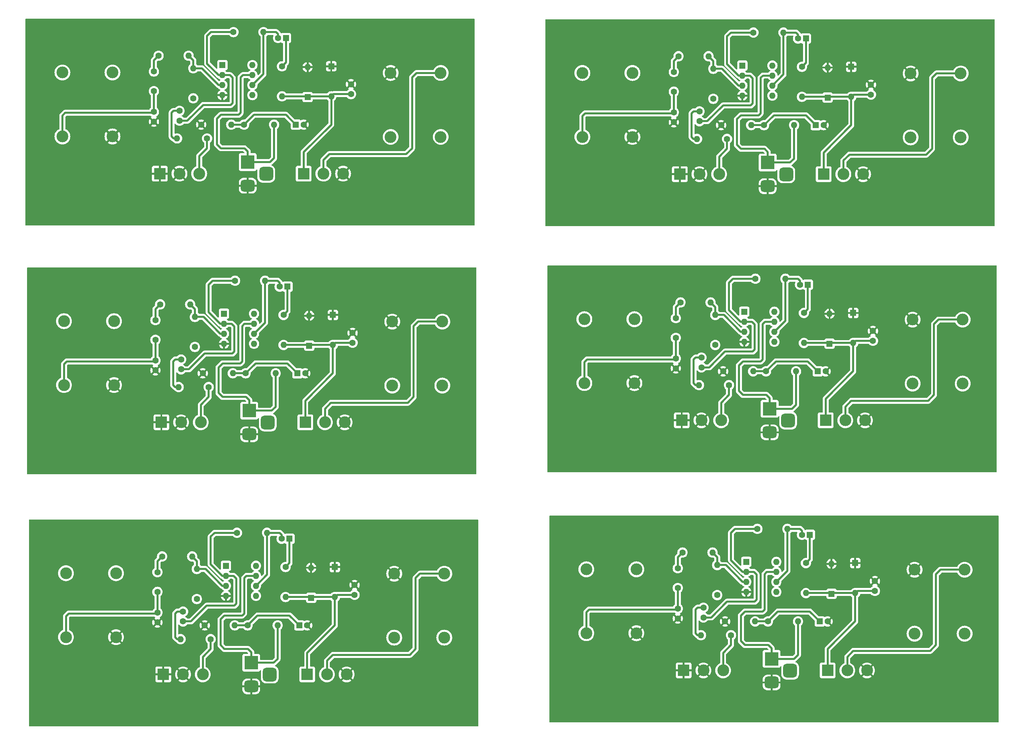
<source format=gbr>
%TF.GenerationSoftware,KiCad,Pcbnew,8.0.5-8.0.5-0~ubuntu24.04.1*%
%TF.CreationDate,2024-09-29T15:16:05-03:00*%
%TF.ProjectId,MXR Distortion,4d585220-4469-4737-946f-7274696f6e2e,rev?*%
%TF.SameCoordinates,Original*%
%TF.FileFunction,Copper,L1,Top*%
%TF.FilePolarity,Positive*%
%FSLAX46Y46*%
G04 Gerber Fmt 4.6, Leading zero omitted, Abs format (unit mm)*
G04 Created by KiCad (PCBNEW 8.0.5-8.0.5-0~ubuntu24.04.1) date 2024-09-29 15:16:05*
%MOMM*%
%LPD*%
G01*
G04 APERTURE LIST*
G04 Aperture macros list*
%AMRoundRect*
0 Rectangle with rounded corners*
0 $1 Rounding radius*
0 $2 $3 $4 $5 $6 $7 $8 $9 X,Y pos of 4 corners*
0 Add a 4 corners polygon primitive as box body*
4,1,4,$2,$3,$4,$5,$6,$7,$8,$9,$2,$3,0*
0 Add four circle primitives for the rounded corners*
1,1,$1+$1,$2,$3*
1,1,$1+$1,$4,$5*
1,1,$1+$1,$6,$7*
1,1,$1+$1,$8,$9*
0 Add four rect primitives between the rounded corners*
20,1,$1+$1,$2,$3,$4,$5,0*
20,1,$1+$1,$4,$5,$6,$7,0*
20,1,$1+$1,$6,$7,$8,$9,0*
20,1,$1+$1,$8,$9,$2,$3,0*%
G04 Aperture macros list end*
%TA.AperFunction,ComponentPad*%
%ADD10C,1.600000*%
%TD*%
%TA.AperFunction,ComponentPad*%
%ADD11O,1.600000X1.600000*%
%TD*%
%TA.AperFunction,ComponentPad*%
%ADD12C,3.000000*%
%TD*%
%TA.AperFunction,ComponentPad*%
%ADD13R,3.000000X3.000000*%
%TD*%
%TA.AperFunction,ComponentPad*%
%ADD14R,1.600000X1.600000*%
%TD*%
%TA.AperFunction,ComponentPad*%
%ADD15R,3.500000X3.500000*%
%TD*%
%TA.AperFunction,ComponentPad*%
%ADD16RoundRect,0.750000X1.000000X-0.750000X1.000000X0.750000X-1.000000X0.750000X-1.000000X-0.750000X0*%
%TD*%
%TA.AperFunction,ComponentPad*%
%ADD17RoundRect,0.875000X0.875000X-0.875000X0.875000X0.875000X-0.875000X0.875000X-0.875000X-0.875000X0*%
%TD*%
%TA.AperFunction,Conductor*%
%ADD18C,0.500000*%
%TD*%
%TA.AperFunction,Conductor*%
%ADD19C,0.200000*%
%TD*%
G04 APERTURE END LIST*
D10*
%TO.P,R6,1*%
%TO.N,+4.5v*%
X207380000Y-170500000D03*
D11*
%TO.P,R6,2*%
%TO.N,+9v*%
X215000000Y-170500000D03*
%TD*%
D12*
%TO.P,J1,S*%
%TO.N,Net-(C1-Pad2)*%
X28800000Y-110500000D03*
%TO.P,J1,SN*%
%TO.N,N/C*%
X28800000Y-94270000D03*
%TO.P,J1,T*%
%TO.N,GND*%
X41500000Y-110500000D03*
%TO.P,J1,TN*%
%TO.N,N/C*%
X41500000Y-94270000D03*
%TD*%
D10*
%TO.P,R7,1*%
%TO.N,GND*%
X196000000Y-107000000D03*
D11*
%TO.P,R7,2*%
%TO.N,+4.5v*%
X203620000Y-107000000D03*
%TD*%
D10*
%TO.P,C1,1*%
%TO.N,GND*%
X51597876Y-43624879D03*
%TO.P,C1,2*%
%TO.N,Net-(C1-Pad2)*%
X51597876Y-41124879D03*
%TD*%
D13*
%TO.P,RV2,1,1*%
%TO.N,GND*%
X53500000Y-119950000D03*
D12*
%TO.P,RV2,2,2*%
X58500000Y-119950000D03*
%TO.P,RV2,3,3*%
%TO.N,Net-(R3-Pad1)*%
X63500000Y-119950000D03*
%TD*%
D14*
%TO.P,D1,1,K*%
%TO.N,Net-(D1-K)*%
X91000000Y-100500000D03*
D11*
%TO.P,D1,2,A*%
%TO.N,GND*%
X91000000Y-92880000D03*
%TD*%
D15*
%TO.P,J3,1*%
%TO.N,+9v*%
X207300000Y-54000000D03*
D16*
%TO.P,J3,2*%
%TO.N,GND*%
X207300000Y-60000000D03*
D17*
%TO.P,J3,3*%
%TO.N,N/C*%
X212000000Y-57000000D03*
%TD*%
D10*
%TO.P,C3,1*%
%TO.N,Net-(U1--)*%
X59000000Y-170500000D03*
%TO.P,C3,2*%
%TO.N,Net-(C3-Pad2)*%
X59000000Y-168000000D03*
%TD*%
D13*
%TO.P,RV2,1,1*%
%TO.N,GND*%
X186000000Y-182950000D03*
D12*
%TO.P,RV2,2,2*%
X191000000Y-182950000D03*
%TO.P,RV2,3,3*%
%TO.N,Net-(R3-Pad1)*%
X196000000Y-182950000D03*
%TD*%
%TO.P,J2,S*%
%TO.N,Net-(J2-PadS)*%
X256765000Y-93885000D03*
%TO.P,J2,SN*%
%TO.N,N/C*%
X256765000Y-110115000D03*
%TO.P,J2,T*%
%TO.N,GND*%
X244065000Y-93885000D03*
%TO.P,J2,TN*%
%TO.N,N/C*%
X244065000Y-110115000D03*
%TD*%
D10*
%TO.P,R1,1*%
%TO.N,Net-(C2-Pad1)*%
X184690000Y-27000000D03*
D11*
%TO.P,R1,2*%
%TO.N,Net-(U1-+)*%
X192310000Y-27000000D03*
%TD*%
D14*
%TO.P,C4,1*%
%TO.N,Net-(C4-Pad1)*%
X217000000Y-22500000D03*
D10*
%TO.P,C4,2*%
%TO.N,Net-(C4-Pad2)*%
X215000000Y-22500000D03*
%TD*%
D12*
%TO.P,J2,S*%
%TO.N,Net-(J2-PadS)*%
X257265000Y-157385000D03*
%TO.P,J2,SN*%
%TO.N,N/C*%
X257265000Y-173615000D03*
%TO.P,J2,T*%
%TO.N,GND*%
X244565000Y-157385000D03*
%TO.P,J2,TN*%
%TO.N,N/C*%
X244565000Y-173615000D03*
%TD*%
D10*
%TO.P,R4,1*%
%TO.N,Net-(U1--)*%
X204190000Y-83500000D03*
D11*
%TO.P,R4,2*%
%TO.N,Net-(C4-Pad2)*%
X211810000Y-83500000D03*
%TD*%
D10*
%TO.P,C2,1*%
%TO.N,Net-(C2-Pad1)*%
X52500000Y-158000000D03*
%TO.P,C2,2*%
%TO.N,Net-(C1-Pad2)*%
X52500000Y-163000000D03*
%TD*%
%TO.P,R3,1*%
%TO.N,Net-(R3-Pad1)*%
X66000000Y-175000000D03*
D11*
%TO.P,R3,2*%
%TO.N,Net-(C3-Pad2)*%
X58380000Y-175000000D03*
%TD*%
D13*
%TO.P,RV1,1,1*%
%TO.N,Net-(D1-K)*%
X221500000Y-56950000D03*
D12*
%TO.P,RV1,2,2*%
%TO.N,Net-(J2-PadS)*%
X226500000Y-56950000D03*
%TO.P,RV1,3,3*%
%TO.N,GND*%
X231500000Y-56950000D03*
%TD*%
%TO.P,J1,S*%
%TO.N,Net-(C1-Pad2)*%
X160300000Y-47500000D03*
%TO.P,J1,SN*%
%TO.N,N/C*%
X160300000Y-31270000D03*
%TO.P,J1,T*%
%TO.N,GND*%
X173000000Y-47500000D03*
%TO.P,J1,TN*%
%TO.N,N/C*%
X173000000Y-31270000D03*
%TD*%
D10*
%TO.P,R4,1*%
%TO.N,Net-(U1--)*%
X71787876Y-20874879D03*
D11*
%TO.P,R4,2*%
%TO.N,Net-(C4-Pad2)*%
X79407876Y-20874879D03*
%TD*%
D10*
%TO.P,R2,1*%
%TO.N,+4.5v*%
X194000000Y-100310000D03*
D11*
%TO.P,R2,2*%
%TO.N,Net-(U1-+)*%
X194000000Y-92690000D03*
%TD*%
D14*
%TO.P,U1,1,NULL*%
%TO.N,unconnected-(U1-NULL-Pad1)*%
X201380000Y-91880000D03*
D11*
%TO.P,U1,2,-*%
%TO.N,Net-(U1--)*%
X201380000Y-94420000D03*
%TO.P,U1,3,+*%
%TO.N,Net-(U1-+)*%
X201380000Y-96960000D03*
%TO.P,U1,4,V-*%
%TO.N,GND*%
X201380000Y-99500000D03*
%TO.P,U1,5,NULL*%
%TO.N,unconnected-(U1-NULL-Pad5)*%
X209000000Y-99500000D03*
%TO.P,U1,6*%
%TO.N,Net-(C4-Pad2)*%
X209000000Y-96960000D03*
%TO.P,U1,7,V+*%
%TO.N,+9v*%
X209000000Y-94420000D03*
%TO.P,U1,8,NC*%
%TO.N,unconnected-(U1-NC-Pad8)*%
X209000000Y-91880000D03*
%TD*%
D14*
%TO.P,U1,1,NULL*%
%TO.N,unconnected-(U1-NULL-Pad1)*%
X69380000Y-92380000D03*
D11*
%TO.P,U1,2,-*%
%TO.N,Net-(U1--)*%
X69380000Y-94920000D03*
%TO.P,U1,3,+*%
%TO.N,Net-(U1-+)*%
X69380000Y-97460000D03*
%TO.P,U1,4,V-*%
%TO.N,GND*%
X69380000Y-100000000D03*
%TO.P,U1,5,NULL*%
%TO.N,unconnected-(U1-NULL-Pad5)*%
X77000000Y-100000000D03*
%TO.P,U1,6*%
%TO.N,Net-(C4-Pad2)*%
X77000000Y-97460000D03*
%TO.P,U1,7,V+*%
%TO.N,+9v*%
X77000000Y-94920000D03*
%TO.P,U1,8,NC*%
%TO.N,unconnected-(U1-NC-Pad8)*%
X77000000Y-92380000D03*
%TD*%
D10*
%TO.P,R3,1*%
%TO.N,Net-(R3-Pad1)*%
X197000000Y-48000000D03*
D11*
%TO.P,R3,2*%
%TO.N,Net-(C3-Pad2)*%
X189380000Y-48000000D03*
%TD*%
D14*
%TO.P,C6,1*%
%TO.N,+4.5v*%
X219500000Y-44500000D03*
D10*
%TO.P,C6,2*%
%TO.N,GND*%
X221500000Y-44500000D03*
%TD*%
%TO.P,C5,1*%
%TO.N,Net-(D1-K)*%
X101597876Y-36624879D03*
%TO.P,C5,2*%
%TO.N,GND*%
X101597876Y-34124879D03*
%TD*%
D14*
%TO.P,D1,1,K*%
%TO.N,Net-(D1-K)*%
X222500000Y-37500000D03*
D11*
%TO.P,D1,2,A*%
%TO.N,GND*%
X222500000Y-29880000D03*
%TD*%
D10*
%TO.P,R3,1*%
%TO.N,Net-(R3-Pad1)*%
X197500000Y-110500000D03*
D11*
%TO.P,R3,2*%
%TO.N,Net-(C3-Pad2)*%
X189880000Y-110500000D03*
%TD*%
D10*
%TO.P,C1,1*%
%TO.N,GND*%
X52000000Y-106750000D03*
%TO.P,C1,2*%
%TO.N,Net-(C1-Pad2)*%
X52000000Y-104250000D03*
%TD*%
%TO.P,R6,1*%
%TO.N,+4.5v*%
X75380000Y-171500000D03*
D11*
%TO.P,R6,2*%
%TO.N,+9v*%
X83000000Y-171500000D03*
%TD*%
D10*
%TO.P,C1,1*%
%TO.N,GND*%
X183500000Y-43750000D03*
%TO.P,C1,2*%
%TO.N,Net-(C1-Pad2)*%
X183500000Y-41250000D03*
%TD*%
%TO.P,C2,1*%
%TO.N,Net-(C2-Pad1)*%
X184500000Y-157000000D03*
%TO.P,C2,2*%
%TO.N,Net-(C1-Pad2)*%
X184500000Y-162000000D03*
%TD*%
D12*
%TO.P,J1,S*%
%TO.N,Net-(C1-Pad2)*%
X160800000Y-110000000D03*
%TO.P,J1,SN*%
%TO.N,N/C*%
X160800000Y-93770000D03*
%TO.P,J1,T*%
%TO.N,GND*%
X173500000Y-110000000D03*
%TO.P,J1,TN*%
%TO.N,N/C*%
X173500000Y-93770000D03*
%TD*%
D10*
%TO.P,R5,1*%
%TO.N,Net-(C4-Pad1)*%
X85000000Y-156690000D03*
D11*
%TO.P,R5,2*%
%TO.N,Net-(D1-K)*%
X85000000Y-164310000D03*
%TD*%
D13*
%TO.P,RV1,1,1*%
%TO.N,Net-(D1-K)*%
X89597876Y-56824879D03*
D12*
%TO.P,RV1,2,2*%
%TO.N,Net-(J2-PadS)*%
X94597876Y-56824879D03*
%TO.P,RV1,3,3*%
%TO.N,GND*%
X99597876Y-56824879D03*
%TD*%
D10*
%TO.P,C1,1*%
%TO.N,GND*%
X184500000Y-169750000D03*
%TO.P,C1,2*%
%TO.N,Net-(C1-Pad2)*%
X184500000Y-167250000D03*
%TD*%
%TO.P,C2,1*%
%TO.N,Net-(C2-Pad1)*%
X183500000Y-31000000D03*
%TO.P,C2,2*%
%TO.N,Net-(C1-Pad2)*%
X183500000Y-36000000D03*
%TD*%
%TO.P,R1,1*%
%TO.N,Net-(C2-Pad1)*%
X53690000Y-154000000D03*
D11*
%TO.P,R1,2*%
%TO.N,Net-(U1-+)*%
X61310000Y-154000000D03*
%TD*%
D14*
%TO.P,D2,1,K*%
%TO.N,GND*%
X97500000Y-156690000D03*
D11*
%TO.P,D2,2,A*%
%TO.N,Net-(D1-K)*%
X97500000Y-164310000D03*
%TD*%
D14*
%TO.P,U1,1,NULL*%
%TO.N,unconnected-(U1-NULL-Pad1)*%
X201880000Y-155380000D03*
D11*
%TO.P,U1,2,-*%
%TO.N,Net-(U1--)*%
X201880000Y-157920000D03*
%TO.P,U1,3,+*%
%TO.N,Net-(U1-+)*%
X201880000Y-160460000D03*
%TO.P,U1,4,V-*%
%TO.N,GND*%
X201880000Y-163000000D03*
%TO.P,U1,5,NULL*%
%TO.N,unconnected-(U1-NULL-Pad5)*%
X209500000Y-163000000D03*
%TO.P,U1,6*%
%TO.N,Net-(C4-Pad2)*%
X209500000Y-160460000D03*
%TO.P,U1,7,V+*%
%TO.N,+9v*%
X209500000Y-157920000D03*
%TO.P,U1,8,NC*%
%TO.N,unconnected-(U1-NC-Pad8)*%
X209500000Y-155380000D03*
%TD*%
D15*
%TO.P,J3,1*%
%TO.N,+9v*%
X76300000Y-181000000D03*
D16*
%TO.P,J3,2*%
%TO.N,GND*%
X76300000Y-187000000D03*
D17*
%TO.P,J3,3*%
%TO.N,N/C*%
X81000000Y-184000000D03*
%TD*%
D10*
%TO.P,R3,1*%
%TO.N,Net-(R3-Pad1)*%
X65500000Y-111000000D03*
D11*
%TO.P,R3,2*%
%TO.N,Net-(C3-Pad2)*%
X57880000Y-111000000D03*
%TD*%
D14*
%TO.P,C4,1*%
%TO.N,Net-(C4-Pad1)*%
X85500000Y-85500000D03*
D10*
%TO.P,C4,2*%
%TO.N,Net-(C4-Pad2)*%
X83500000Y-85500000D03*
%TD*%
D14*
%TO.P,D2,1,K*%
%TO.N,GND*%
X228500000Y-29690000D03*
D11*
%TO.P,D2,2,A*%
%TO.N,Net-(D1-K)*%
X228500000Y-37310000D03*
%TD*%
D14*
%TO.P,D2,1,K*%
%TO.N,GND*%
X229500000Y-155690000D03*
D11*
%TO.P,D2,2,A*%
%TO.N,Net-(D1-K)*%
X229500000Y-163310000D03*
%TD*%
D10*
%TO.P,C5,1*%
%TO.N,Net-(D1-K)*%
X234500000Y-162750000D03*
%TO.P,C5,2*%
%TO.N,GND*%
X234500000Y-160250000D03*
%TD*%
%TO.P,R3,1*%
%TO.N,Net-(R3-Pad1)*%
X198000000Y-174000000D03*
D11*
%TO.P,R3,2*%
%TO.N,Net-(C3-Pad2)*%
X190380000Y-174000000D03*
%TD*%
D13*
%TO.P,RV1,1,1*%
%TO.N,Net-(D1-K)*%
X222000000Y-119450000D03*
D12*
%TO.P,RV1,2,2*%
%TO.N,Net-(J2-PadS)*%
X227000000Y-119450000D03*
%TO.P,RV1,3,3*%
%TO.N,GND*%
X232000000Y-119450000D03*
%TD*%
D13*
%TO.P,RV2,1,1*%
%TO.N,GND*%
X54000000Y-183950000D03*
D12*
%TO.P,RV2,2,2*%
X59000000Y-183950000D03*
%TO.P,RV2,3,3*%
%TO.N,Net-(R3-Pad1)*%
X64000000Y-183950000D03*
%TD*%
D10*
%TO.P,C1,1*%
%TO.N,GND*%
X52500000Y-170750000D03*
%TO.P,C1,2*%
%TO.N,Net-(C1-Pad2)*%
X52500000Y-168250000D03*
%TD*%
D14*
%TO.P,D1,1,K*%
%TO.N,Net-(D1-K)*%
X90597876Y-37374879D03*
D11*
%TO.P,D1,2,A*%
%TO.N,GND*%
X90597876Y-29754879D03*
%TD*%
D12*
%TO.P,J2,S*%
%TO.N,Net-(J2-PadS)*%
X124362876Y-31259879D03*
%TO.P,J2,SN*%
%TO.N,N/C*%
X124362876Y-47489879D03*
%TO.P,J2,T*%
%TO.N,GND*%
X111662876Y-31259879D03*
%TO.P,J2,TN*%
%TO.N,N/C*%
X111662876Y-47489879D03*
%TD*%
D14*
%TO.P,C4,1*%
%TO.N,Net-(C4-Pad1)*%
X85097876Y-22374879D03*
D10*
%TO.P,C4,2*%
%TO.N,Net-(C4-Pad2)*%
X83097876Y-22374879D03*
%TD*%
D14*
%TO.P,D2,1,K*%
%TO.N,GND*%
X97000000Y-92690000D03*
D11*
%TO.P,D2,2,A*%
%TO.N,Net-(D1-K)*%
X97000000Y-100310000D03*
%TD*%
D10*
%TO.P,R7,1*%
%TO.N,GND*%
X64500000Y-171500000D03*
D11*
%TO.P,R7,2*%
%TO.N,+4.5v*%
X72120000Y-171500000D03*
%TD*%
D14*
%TO.P,C6,1*%
%TO.N,+4.5v*%
X88000000Y-107500000D03*
D10*
%TO.P,C6,2*%
%TO.N,GND*%
X90000000Y-107500000D03*
%TD*%
%TO.P,R4,1*%
%TO.N,Net-(U1--)*%
X72690000Y-148000000D03*
D11*
%TO.P,R4,2*%
%TO.N,Net-(C4-Pad2)*%
X80310000Y-148000000D03*
%TD*%
D10*
%TO.P,R1,1*%
%TO.N,Net-(C2-Pad1)*%
X185190000Y-89500000D03*
D11*
%TO.P,R1,2*%
%TO.N,Net-(U1-+)*%
X192810000Y-89500000D03*
%TD*%
D10*
%TO.P,R6,1*%
%TO.N,+4.5v*%
X74880000Y-107500000D03*
D11*
%TO.P,R6,2*%
%TO.N,+9v*%
X82500000Y-107500000D03*
%TD*%
D12*
%TO.P,J1,S*%
%TO.N,Net-(C1-Pad2)*%
X161300000Y-173500000D03*
%TO.P,J1,SN*%
%TO.N,N/C*%
X161300000Y-157270000D03*
%TO.P,J1,T*%
%TO.N,GND*%
X174000000Y-173500000D03*
%TO.P,J1,TN*%
%TO.N,N/C*%
X174000000Y-157270000D03*
%TD*%
D14*
%TO.P,U1,1,NULL*%
%TO.N,unconnected-(U1-NULL-Pad1)*%
X200880000Y-29380000D03*
D11*
%TO.P,U1,2,-*%
%TO.N,Net-(U1--)*%
X200880000Y-31920000D03*
%TO.P,U1,3,+*%
%TO.N,Net-(U1-+)*%
X200880000Y-34460000D03*
%TO.P,U1,4,V-*%
%TO.N,GND*%
X200880000Y-37000000D03*
%TO.P,U1,5,NULL*%
%TO.N,unconnected-(U1-NULL-Pad5)*%
X208500000Y-37000000D03*
%TO.P,U1,6*%
%TO.N,Net-(C4-Pad2)*%
X208500000Y-34460000D03*
%TO.P,U1,7,V+*%
%TO.N,+9v*%
X208500000Y-31920000D03*
%TO.P,U1,8,NC*%
%TO.N,unconnected-(U1-NC-Pad8)*%
X208500000Y-29380000D03*
%TD*%
D14*
%TO.P,C4,1*%
%TO.N,Net-(C4-Pad1)*%
X218000000Y-148500000D03*
D10*
%TO.P,C4,2*%
%TO.N,Net-(C4-Pad2)*%
X216000000Y-148500000D03*
%TD*%
%TO.P,C3,1*%
%TO.N,Net-(U1--)*%
X58097876Y-43374879D03*
%TO.P,C3,2*%
%TO.N,Net-(C3-Pad2)*%
X58097876Y-40874879D03*
%TD*%
%TO.P,C2,1*%
%TO.N,Net-(C2-Pad1)*%
X51597876Y-30874879D03*
%TO.P,C2,2*%
%TO.N,Net-(C1-Pad2)*%
X51597876Y-35874879D03*
%TD*%
%TO.P,R1,1*%
%TO.N,Net-(C2-Pad1)*%
X53190000Y-90000000D03*
D11*
%TO.P,R1,2*%
%TO.N,Net-(U1-+)*%
X60810000Y-90000000D03*
%TD*%
D10*
%TO.P,R5,1*%
%TO.N,Net-(C4-Pad1)*%
X216500000Y-92190000D03*
D11*
%TO.P,R5,2*%
%TO.N,Net-(D1-K)*%
X216500000Y-99810000D03*
%TD*%
D10*
%TO.P,R4,1*%
%TO.N,Net-(U1--)*%
X203690000Y-21000000D03*
D11*
%TO.P,R4,2*%
%TO.N,Net-(C4-Pad2)*%
X211310000Y-21000000D03*
%TD*%
D10*
%TO.P,C5,1*%
%TO.N,Net-(D1-K)*%
X102000000Y-99750000D03*
%TO.P,C5,2*%
%TO.N,GND*%
X102000000Y-97250000D03*
%TD*%
D14*
%TO.P,D2,1,K*%
%TO.N,GND*%
X96597876Y-29564879D03*
D11*
%TO.P,D2,2,A*%
%TO.N,Net-(D1-K)*%
X96597876Y-37184879D03*
%TD*%
D10*
%TO.P,R1,1*%
%TO.N,Net-(C2-Pad1)*%
X185690000Y-153000000D03*
D11*
%TO.P,R1,2*%
%TO.N,Net-(U1-+)*%
X193310000Y-153000000D03*
%TD*%
D12*
%TO.P,J2,S*%
%TO.N,Net-(J2-PadS)*%
X125265000Y-158385000D03*
%TO.P,J2,SN*%
%TO.N,N/C*%
X125265000Y-174615000D03*
%TO.P,J2,T*%
%TO.N,GND*%
X112565000Y-158385000D03*
%TO.P,J2,TN*%
%TO.N,N/C*%
X112565000Y-174615000D03*
%TD*%
D14*
%TO.P,C6,1*%
%TO.N,+4.5v*%
X220000000Y-107000000D03*
D10*
%TO.P,C6,2*%
%TO.N,GND*%
X222000000Y-107000000D03*
%TD*%
%TO.P,R5,1*%
%TO.N,Net-(C4-Pad1)*%
X84097876Y-29564879D03*
D11*
%TO.P,R5,2*%
%TO.N,Net-(D1-K)*%
X84097876Y-37184879D03*
%TD*%
D10*
%TO.P,C5,1*%
%TO.N,Net-(D1-K)*%
X234000000Y-99250000D03*
%TO.P,C5,2*%
%TO.N,GND*%
X234000000Y-96750000D03*
%TD*%
D12*
%TO.P,J2,S*%
%TO.N,Net-(J2-PadS)*%
X124765000Y-94385000D03*
%TO.P,J2,SN*%
%TO.N,N/C*%
X124765000Y-110615000D03*
%TO.P,J2,T*%
%TO.N,GND*%
X112065000Y-94385000D03*
%TO.P,J2,TN*%
%TO.N,N/C*%
X112065000Y-110615000D03*
%TD*%
D10*
%TO.P,C3,1*%
%TO.N,Net-(U1--)*%
X191000000Y-169500000D03*
%TO.P,C3,2*%
%TO.N,Net-(C3-Pad2)*%
X191000000Y-167000000D03*
%TD*%
%TO.P,R2,1*%
%TO.N,+4.5v*%
X62500000Y-164810000D03*
D11*
%TO.P,R2,2*%
%TO.N,Net-(U1-+)*%
X62500000Y-157190000D03*
%TD*%
D14*
%TO.P,D1,1,K*%
%TO.N,Net-(D1-K)*%
X91500000Y-164500000D03*
D11*
%TO.P,D1,2,A*%
%TO.N,GND*%
X91500000Y-156880000D03*
%TD*%
D14*
%TO.P,C6,1*%
%TO.N,+4.5v*%
X220500000Y-170500000D03*
D10*
%TO.P,C6,2*%
%TO.N,GND*%
X222500000Y-170500000D03*
%TD*%
%TO.P,R2,1*%
%TO.N,+4.5v*%
X194500000Y-163810000D03*
D11*
%TO.P,R2,2*%
%TO.N,Net-(U1-+)*%
X194500000Y-156190000D03*
%TD*%
D14*
%TO.P,D1,1,K*%
%TO.N,Net-(D1-K)*%
X223500000Y-163500000D03*
D11*
%TO.P,D1,2,A*%
%TO.N,GND*%
X223500000Y-155880000D03*
%TD*%
D10*
%TO.P,R7,1*%
%TO.N,GND*%
X195500000Y-44500000D03*
D11*
%TO.P,R7,2*%
%TO.N,+4.5v*%
X203120000Y-44500000D03*
%TD*%
D10*
%TO.P,C3,1*%
%TO.N,Net-(U1--)*%
X190000000Y-43500000D03*
%TO.P,C3,2*%
%TO.N,Net-(C3-Pad2)*%
X190000000Y-41000000D03*
%TD*%
%TO.P,C3,1*%
%TO.N,Net-(U1--)*%
X190500000Y-106000000D03*
%TO.P,C3,2*%
%TO.N,Net-(C3-Pad2)*%
X190500000Y-103500000D03*
%TD*%
D13*
%TO.P,RV1,1,1*%
%TO.N,Net-(D1-K)*%
X222500000Y-182950000D03*
D12*
%TO.P,RV1,2,2*%
%TO.N,Net-(J2-PadS)*%
X227500000Y-182950000D03*
%TO.P,RV1,3,3*%
%TO.N,GND*%
X232500000Y-182950000D03*
%TD*%
D10*
%TO.P,R1,1*%
%TO.N,Net-(C2-Pad1)*%
X52787876Y-26874879D03*
D11*
%TO.P,R1,2*%
%TO.N,Net-(U1-+)*%
X60407876Y-26874879D03*
%TD*%
D10*
%TO.P,R7,1*%
%TO.N,GND*%
X196500000Y-170500000D03*
D11*
%TO.P,R7,2*%
%TO.N,+4.5v*%
X204120000Y-170500000D03*
%TD*%
D10*
%TO.P,C1,1*%
%TO.N,GND*%
X184000000Y-106250000D03*
%TO.P,C1,2*%
%TO.N,Net-(C1-Pad2)*%
X184000000Y-103750000D03*
%TD*%
%TO.P,R4,1*%
%TO.N,Net-(U1--)*%
X72190000Y-84000000D03*
D11*
%TO.P,R4,2*%
%TO.N,Net-(C4-Pad2)*%
X79810000Y-84000000D03*
%TD*%
D14*
%TO.P,C4,1*%
%TO.N,Net-(C4-Pad1)*%
X217500000Y-85000000D03*
D10*
%TO.P,C4,2*%
%TO.N,Net-(C4-Pad2)*%
X215500000Y-85000000D03*
%TD*%
D14*
%TO.P,U1,1,NULL*%
%TO.N,unconnected-(U1-NULL-Pad1)*%
X69880000Y-156380000D03*
D11*
%TO.P,U1,2,-*%
%TO.N,Net-(U1--)*%
X69880000Y-158920000D03*
%TO.P,U1,3,+*%
%TO.N,Net-(U1-+)*%
X69880000Y-161460000D03*
%TO.P,U1,4,V-*%
%TO.N,GND*%
X69880000Y-164000000D03*
%TO.P,U1,5,NULL*%
%TO.N,unconnected-(U1-NULL-Pad5)*%
X77500000Y-164000000D03*
%TO.P,U1,6*%
%TO.N,Net-(C4-Pad2)*%
X77500000Y-161460000D03*
%TO.P,U1,7,V+*%
%TO.N,+9v*%
X77500000Y-158920000D03*
%TO.P,U1,8,NC*%
%TO.N,unconnected-(U1-NC-Pad8)*%
X77500000Y-156380000D03*
%TD*%
D14*
%TO.P,C4,1*%
%TO.N,Net-(C4-Pad1)*%
X86000000Y-149500000D03*
D10*
%TO.P,C4,2*%
%TO.N,Net-(C4-Pad2)*%
X84000000Y-149500000D03*
%TD*%
D12*
%TO.P,J2,S*%
%TO.N,Net-(J2-PadS)*%
X256265000Y-31385000D03*
%TO.P,J2,SN*%
%TO.N,N/C*%
X256265000Y-47615000D03*
%TO.P,J2,T*%
%TO.N,GND*%
X243565000Y-31385000D03*
%TO.P,J2,TN*%
%TO.N,N/C*%
X243565000Y-47615000D03*
%TD*%
D10*
%TO.P,R3,1*%
%TO.N,Net-(R3-Pad1)*%
X65097876Y-47874879D03*
D11*
%TO.P,R3,2*%
%TO.N,Net-(C3-Pad2)*%
X57477876Y-47874879D03*
%TD*%
D10*
%TO.P,C3,1*%
%TO.N,Net-(U1--)*%
X58500000Y-106500000D03*
%TO.P,C3,2*%
%TO.N,Net-(C3-Pad2)*%
X58500000Y-104000000D03*
%TD*%
%TO.P,R6,1*%
%TO.N,+4.5v*%
X206880000Y-107000000D03*
D11*
%TO.P,R6,2*%
%TO.N,+9v*%
X214500000Y-107000000D03*
%TD*%
D14*
%TO.P,C6,1*%
%TO.N,+4.5v*%
X88500000Y-171500000D03*
D10*
%TO.P,C6,2*%
%TO.N,GND*%
X90500000Y-171500000D03*
%TD*%
%TO.P,R6,1*%
%TO.N,+4.5v*%
X74477876Y-44374879D03*
D11*
%TO.P,R6,2*%
%TO.N,+9v*%
X82097876Y-44374879D03*
%TD*%
D10*
%TO.P,R2,1*%
%TO.N,+4.5v*%
X62000000Y-100810000D03*
D11*
%TO.P,R2,2*%
%TO.N,Net-(U1-+)*%
X62000000Y-93190000D03*
%TD*%
D13*
%TO.P,RV2,1,1*%
%TO.N,GND*%
X53097876Y-56824879D03*
D12*
%TO.P,RV2,2,2*%
X58097876Y-56824879D03*
%TO.P,RV2,3,3*%
%TO.N,Net-(R3-Pad1)*%
X63097876Y-56824879D03*
%TD*%
D10*
%TO.P,R4,1*%
%TO.N,Net-(U1--)*%
X204690000Y-147000000D03*
D11*
%TO.P,R4,2*%
%TO.N,Net-(C4-Pad2)*%
X212310000Y-147000000D03*
%TD*%
D15*
%TO.P,J3,1*%
%TO.N,+9v*%
X75397876Y-53874879D03*
D16*
%TO.P,J3,2*%
%TO.N,GND*%
X75397876Y-59874879D03*
D17*
%TO.P,J3,3*%
%TO.N,N/C*%
X80097876Y-56874879D03*
%TD*%
D10*
%TO.P,R5,1*%
%TO.N,Net-(C4-Pad1)*%
X84500000Y-92690000D03*
D11*
%TO.P,R5,2*%
%TO.N,Net-(D1-K)*%
X84500000Y-100310000D03*
%TD*%
D10*
%TO.P,C5,1*%
%TO.N,Net-(D1-K)*%
X233500000Y-36750000D03*
%TO.P,C5,2*%
%TO.N,GND*%
X233500000Y-34250000D03*
%TD*%
%TO.P,R5,1*%
%TO.N,Net-(C4-Pad1)*%
X216000000Y-29690000D03*
D11*
%TO.P,R5,2*%
%TO.N,Net-(D1-K)*%
X216000000Y-37310000D03*
%TD*%
D13*
%TO.P,RV1,1,1*%
%TO.N,Net-(D1-K)*%
X90000000Y-119950000D03*
D12*
%TO.P,RV1,2,2*%
%TO.N,Net-(J2-PadS)*%
X95000000Y-119950000D03*
%TO.P,RV1,3,3*%
%TO.N,GND*%
X100000000Y-119950000D03*
%TD*%
D10*
%TO.P,R2,1*%
%TO.N,+4.5v*%
X61597876Y-37684879D03*
D11*
%TO.P,R2,2*%
%TO.N,Net-(U1-+)*%
X61597876Y-30064879D03*
%TD*%
D13*
%TO.P,RV2,1,1*%
%TO.N,GND*%
X185500000Y-119450000D03*
D12*
%TO.P,RV2,2,2*%
X190500000Y-119450000D03*
%TO.P,RV2,3,3*%
%TO.N,Net-(R3-Pad1)*%
X195500000Y-119450000D03*
%TD*%
D10*
%TO.P,R5,1*%
%TO.N,Net-(C4-Pad1)*%
X217000000Y-155690000D03*
D11*
%TO.P,R5,2*%
%TO.N,Net-(D1-K)*%
X217000000Y-163310000D03*
%TD*%
D15*
%TO.P,J3,1*%
%TO.N,+9v*%
X208300000Y-180000000D03*
D16*
%TO.P,J3,2*%
%TO.N,GND*%
X208300000Y-186000000D03*
D17*
%TO.P,J3,3*%
%TO.N,N/C*%
X213000000Y-183000000D03*
%TD*%
D14*
%TO.P,D1,1,K*%
%TO.N,Net-(D1-K)*%
X223000000Y-100000000D03*
D11*
%TO.P,D1,2,A*%
%TO.N,GND*%
X223000000Y-92380000D03*
%TD*%
D14*
%TO.P,C6,1*%
%TO.N,+4.5v*%
X87597876Y-44374879D03*
D10*
%TO.P,C6,2*%
%TO.N,GND*%
X89597876Y-44374879D03*
%TD*%
D13*
%TO.P,RV1,1,1*%
%TO.N,Net-(D1-K)*%
X90500000Y-183950000D03*
D12*
%TO.P,RV1,2,2*%
%TO.N,Net-(J2-PadS)*%
X95500000Y-183950000D03*
%TO.P,RV1,3,3*%
%TO.N,GND*%
X100500000Y-183950000D03*
%TD*%
%TO.P,J1,S*%
%TO.N,Net-(C1-Pad2)*%
X28397876Y-47374879D03*
%TO.P,J1,SN*%
%TO.N,N/C*%
X28397876Y-31144879D03*
%TO.P,J1,T*%
%TO.N,GND*%
X41097876Y-47374879D03*
%TO.P,J1,TN*%
%TO.N,N/C*%
X41097876Y-31144879D03*
%TD*%
D14*
%TO.P,U1,1,NULL*%
%TO.N,unconnected-(U1-NULL-Pad1)*%
X68977876Y-29254879D03*
D11*
%TO.P,U1,2,-*%
%TO.N,Net-(U1--)*%
X68977876Y-31794879D03*
%TO.P,U1,3,+*%
%TO.N,Net-(U1-+)*%
X68977876Y-34334879D03*
%TO.P,U1,4,V-*%
%TO.N,GND*%
X68977876Y-36874879D03*
%TO.P,U1,5,NULL*%
%TO.N,unconnected-(U1-NULL-Pad5)*%
X76597876Y-36874879D03*
%TO.P,U1,6*%
%TO.N,Net-(C4-Pad2)*%
X76597876Y-34334879D03*
%TO.P,U1,7,V+*%
%TO.N,+9v*%
X76597876Y-31794879D03*
%TO.P,U1,8,NC*%
%TO.N,unconnected-(U1-NC-Pad8)*%
X76597876Y-29254879D03*
%TD*%
D15*
%TO.P,J3,1*%
%TO.N,+9v*%
X75800000Y-117000000D03*
D16*
%TO.P,J3,2*%
%TO.N,GND*%
X75800000Y-123000000D03*
D17*
%TO.P,J3,3*%
%TO.N,N/C*%
X80500000Y-120000000D03*
%TD*%
D10*
%TO.P,R7,1*%
%TO.N,GND*%
X64000000Y-107500000D03*
D11*
%TO.P,R7,2*%
%TO.N,+4.5v*%
X71620000Y-107500000D03*
%TD*%
D10*
%TO.P,R6,1*%
%TO.N,+4.5v*%
X206380000Y-44500000D03*
D11*
%TO.P,R6,2*%
%TO.N,+9v*%
X214000000Y-44500000D03*
%TD*%
D10*
%TO.P,C2,1*%
%TO.N,Net-(C2-Pad1)*%
X184000000Y-93500000D03*
%TO.P,C2,2*%
%TO.N,Net-(C1-Pad2)*%
X184000000Y-98500000D03*
%TD*%
%TO.P,R2,1*%
%TO.N,+4.5v*%
X193500000Y-37810000D03*
D11*
%TO.P,R2,2*%
%TO.N,Net-(U1-+)*%
X193500000Y-30190000D03*
%TD*%
D10*
%TO.P,R7,1*%
%TO.N,GND*%
X63597876Y-44374879D03*
D11*
%TO.P,R7,2*%
%TO.N,+4.5v*%
X71217876Y-44374879D03*
%TD*%
D15*
%TO.P,J3,1*%
%TO.N,+9v*%
X207800000Y-116500000D03*
D16*
%TO.P,J3,2*%
%TO.N,GND*%
X207800000Y-122500000D03*
D17*
%TO.P,J3,3*%
%TO.N,N/C*%
X212500000Y-119500000D03*
%TD*%
D10*
%TO.P,C2,1*%
%TO.N,Net-(C2-Pad1)*%
X52000000Y-94000000D03*
%TO.P,C2,2*%
%TO.N,Net-(C1-Pad2)*%
X52000000Y-99000000D03*
%TD*%
%TO.P,C5,1*%
%TO.N,Net-(D1-K)*%
X102500000Y-163750000D03*
%TO.P,C5,2*%
%TO.N,GND*%
X102500000Y-161250000D03*
%TD*%
D14*
%TO.P,D2,1,K*%
%TO.N,GND*%
X229000000Y-92190000D03*
D11*
%TO.P,D2,2,A*%
%TO.N,Net-(D1-K)*%
X229000000Y-99810000D03*
%TD*%
D12*
%TO.P,J1,S*%
%TO.N,Net-(C1-Pad2)*%
X29300000Y-174500000D03*
%TO.P,J1,SN*%
%TO.N,N/C*%
X29300000Y-158270000D03*
%TO.P,J1,T*%
%TO.N,GND*%
X42000000Y-174500000D03*
%TO.P,J1,TN*%
%TO.N,N/C*%
X42000000Y-158270000D03*
%TD*%
D13*
%TO.P,RV2,1,1*%
%TO.N,GND*%
X185000000Y-56950000D03*
D12*
%TO.P,RV2,2,2*%
X190000000Y-56950000D03*
%TO.P,RV2,3,3*%
%TO.N,Net-(R3-Pad1)*%
X195000000Y-56950000D03*
%TD*%
D18*
%TO.N,Net-(C1-Pad2)*%
X160300000Y-47500000D02*
X160300000Y-42200000D01*
X29300000Y-174500000D02*
X29300000Y-169200000D01*
X160800000Y-110000000D02*
X160800000Y-104700000D01*
X51597876Y-41124879D02*
X51597876Y-35874879D01*
X183250000Y-41500000D02*
X183500000Y-41250000D01*
X51347876Y-41374879D02*
X51597876Y-41124879D01*
X184250000Y-167500000D02*
X184500000Y-167250000D01*
X30000000Y-168500000D02*
X52250000Y-168500000D01*
X51750000Y-104500000D02*
X52000000Y-104250000D01*
X160800000Y-104700000D02*
X161500000Y-104000000D01*
X183750000Y-104000000D02*
X184000000Y-103750000D01*
X28397876Y-42074879D02*
X29097876Y-41374879D01*
X52000000Y-104250000D02*
X52000000Y-99000000D01*
X161300000Y-168200000D02*
X162000000Y-167500000D01*
X29097876Y-41374879D02*
X51347876Y-41374879D01*
X184500000Y-167250000D02*
X184500000Y-162000000D01*
X52500000Y-168250000D02*
X52500000Y-163000000D01*
X28800000Y-110500000D02*
X28800000Y-105200000D01*
X183500000Y-41250000D02*
X183500000Y-36000000D01*
X161500000Y-104000000D02*
X183750000Y-104000000D01*
X162000000Y-167500000D02*
X184250000Y-167500000D01*
X28397876Y-47374879D02*
X28397876Y-42074879D01*
X29500000Y-104500000D02*
X51750000Y-104500000D01*
X28800000Y-105200000D02*
X29500000Y-104500000D01*
X52250000Y-168500000D02*
X52500000Y-168250000D01*
X161000000Y-41500000D02*
X183250000Y-41500000D01*
X161300000Y-173500000D02*
X161300000Y-168200000D01*
X29300000Y-169200000D02*
X30000000Y-168500000D01*
X184000000Y-103750000D02*
X184000000Y-98500000D01*
X160300000Y-42200000D02*
X161000000Y-41500000D01*
D19*
%TO.N,GND*%
X222690000Y-29690000D02*
X222500000Y-29880000D01*
X229500000Y-155690000D02*
X229940000Y-155690000D01*
X97500000Y-156690000D02*
X97940000Y-156690000D01*
X90787876Y-29564879D02*
X90597876Y-29754879D01*
X96597876Y-29564879D02*
X97037876Y-29564879D01*
X91690000Y-156690000D02*
X91500000Y-156880000D01*
X229000000Y-92190000D02*
X229440000Y-92190000D01*
X223690000Y-155690000D02*
X223500000Y-155880000D01*
X97000000Y-92690000D02*
X97440000Y-92690000D01*
X223190000Y-92190000D02*
X223000000Y-92380000D01*
X228500000Y-29690000D02*
X228940000Y-29690000D01*
X91190000Y-92690000D02*
X91000000Y-92880000D01*
D18*
%TO.N,Net-(C2-Pad1)*%
X52000000Y-91190000D02*
X52000000Y-94000000D01*
X184500000Y-154190000D02*
X184500000Y-157000000D01*
X51597876Y-28064879D02*
X51597876Y-30874879D01*
X52500000Y-155190000D02*
X52500000Y-158000000D01*
X185190000Y-89500000D02*
X184000000Y-90690000D01*
X183500000Y-28190000D02*
X183500000Y-31000000D01*
X184000000Y-90690000D02*
X184000000Y-93500000D01*
X53690000Y-154000000D02*
X52500000Y-155190000D01*
X184690000Y-27000000D02*
X183500000Y-28190000D01*
X52787876Y-26874879D02*
X51597876Y-28064879D01*
X185690000Y-153000000D02*
X184500000Y-154190000D01*
X53190000Y-90000000D02*
X52000000Y-91190000D01*
%TO.N,Net-(C3-Pad2)*%
X188000000Y-41500000D02*
X188000000Y-47500000D01*
X189000000Y-167500000D02*
X189000000Y-173500000D01*
X58097876Y-40874879D02*
X56597876Y-40874879D01*
X56097876Y-41374879D02*
X56097876Y-47374879D01*
X188500000Y-110000000D02*
X189000000Y-110500000D01*
X191000000Y-167000000D02*
X189500000Y-167000000D01*
X189000000Y-110500000D02*
X189880000Y-110500000D01*
X190000000Y-41000000D02*
X188500000Y-41000000D01*
X189000000Y-103500000D02*
X188500000Y-104000000D01*
X188500000Y-41000000D02*
X188000000Y-41500000D01*
X57000000Y-168500000D02*
X57000000Y-174500000D01*
X58500000Y-104000000D02*
X57000000Y-104000000D01*
X56097876Y-47374879D02*
X56597876Y-47874879D01*
X59000000Y-168000000D02*
X57500000Y-168000000D01*
X56500000Y-110500000D02*
X57000000Y-111000000D01*
X56597876Y-47874879D02*
X57477876Y-47874879D01*
X57000000Y-174500000D02*
X57500000Y-175000000D01*
X189500000Y-174000000D02*
X190380000Y-174000000D01*
X56500000Y-104500000D02*
X56500000Y-110500000D01*
X57500000Y-175000000D02*
X58380000Y-175000000D01*
X189500000Y-167000000D02*
X189000000Y-167500000D01*
X57500000Y-168000000D02*
X57000000Y-168500000D01*
X56597876Y-40874879D02*
X56097876Y-41374879D01*
X57000000Y-104000000D02*
X56500000Y-104500000D01*
X188500000Y-104000000D02*
X188500000Y-110000000D01*
X190500000Y-103500000D02*
X189000000Y-103500000D01*
X188000000Y-47500000D02*
X188500000Y-48000000D01*
X57000000Y-111000000D02*
X57880000Y-111000000D01*
X189000000Y-173500000D02*
X189500000Y-174000000D01*
X188500000Y-48000000D02*
X189380000Y-48000000D01*
%TO.N,Net-(U1--)*%
X69880000Y-158920000D02*
X71795000Y-158920000D01*
X70892876Y-31794879D02*
X71597876Y-32499879D01*
X203795000Y-157920000D02*
X204500000Y-158625000D01*
X71787876Y-20874879D02*
X66097876Y-20874879D01*
X197500000Y-91500000D02*
X200420000Y-94420000D01*
X72500000Y-159625000D02*
X72500000Y-166000000D01*
X71597876Y-32499879D02*
X71597876Y-38874879D01*
X66000000Y-156000000D02*
X68920000Y-158920000D01*
X71500000Y-102500000D02*
X64500000Y-102500000D01*
X71795000Y-158920000D02*
X72500000Y-159625000D01*
X64500000Y-102500000D02*
X60500000Y-106500000D01*
X203500000Y-39000000D02*
X203000000Y-39500000D01*
X203000000Y-39500000D02*
X196000000Y-39500000D01*
X198000000Y-21000000D02*
X197000000Y-22000000D01*
X65000000Y-166500000D02*
X61000000Y-170500000D01*
X196500000Y-102000000D02*
X192500000Y-106000000D01*
X200920000Y-157920000D02*
X201880000Y-157920000D01*
X66000000Y-149000000D02*
X66000000Y-156000000D01*
X68420000Y-94920000D02*
X69380000Y-94920000D01*
X203500000Y-32625000D02*
X203500000Y-39000000D01*
X65500000Y-92000000D02*
X68420000Y-94920000D01*
X197000000Y-165500000D02*
X193000000Y-169500000D01*
X72000000Y-166500000D02*
X65000000Y-166500000D01*
X204500000Y-158625000D02*
X204500000Y-165000000D01*
X198500000Y-83500000D02*
X197500000Y-84500000D01*
X204000000Y-101500000D02*
X203500000Y-102000000D01*
X192500000Y-106000000D02*
X190500000Y-106000000D01*
X198000000Y-148000000D02*
X198000000Y-155000000D01*
X199920000Y-31920000D02*
X200880000Y-31920000D01*
X68977876Y-31794879D02*
X70892876Y-31794879D01*
X67000000Y-148000000D02*
X66000000Y-149000000D01*
X61000000Y-170500000D02*
X59000000Y-170500000D01*
X197000000Y-22000000D02*
X197000000Y-29000000D01*
X68017876Y-31794879D02*
X68977876Y-31794879D01*
X197000000Y-29000000D02*
X199920000Y-31920000D01*
X200880000Y-31920000D02*
X202795000Y-31920000D01*
X201380000Y-94420000D02*
X203295000Y-94420000D01*
X199000000Y-147000000D02*
X198000000Y-148000000D01*
X72000000Y-102000000D02*
X71500000Y-102500000D01*
X66500000Y-84000000D02*
X65500000Y-85000000D01*
X193000000Y-169500000D02*
X191000000Y-169500000D01*
X196000000Y-39500000D02*
X192000000Y-43500000D01*
X192000000Y-43500000D02*
X190000000Y-43500000D01*
X68920000Y-158920000D02*
X69880000Y-158920000D01*
X69380000Y-94920000D02*
X71295000Y-94920000D01*
X72500000Y-166000000D02*
X72000000Y-166500000D01*
X203500000Y-102000000D02*
X196500000Y-102000000D01*
X60500000Y-106500000D02*
X58500000Y-106500000D01*
X71597876Y-38874879D02*
X71097876Y-39374879D01*
X204000000Y-165500000D02*
X197000000Y-165500000D01*
X204000000Y-95125000D02*
X204000000Y-101500000D01*
X204500000Y-165000000D02*
X204000000Y-165500000D01*
X71097876Y-39374879D02*
X64097876Y-39374879D01*
X65097876Y-21874879D02*
X65097876Y-28874879D01*
X198000000Y-155000000D02*
X200920000Y-157920000D01*
X200420000Y-94420000D02*
X201380000Y-94420000D01*
X203295000Y-94420000D02*
X204000000Y-95125000D01*
X197500000Y-84500000D02*
X197500000Y-91500000D01*
X204190000Y-83500000D02*
X198500000Y-83500000D01*
X65500000Y-85000000D02*
X65500000Y-92000000D01*
X202795000Y-31920000D02*
X203500000Y-32625000D01*
X60097876Y-43374879D02*
X58097876Y-43374879D01*
X72000000Y-95625000D02*
X72000000Y-102000000D01*
X72690000Y-148000000D02*
X67000000Y-148000000D01*
X66097876Y-20874879D02*
X65097876Y-21874879D01*
X204690000Y-147000000D02*
X199000000Y-147000000D01*
X72190000Y-84000000D02*
X66500000Y-84000000D01*
X65097876Y-28874879D02*
X68017876Y-31794879D01*
X64097876Y-39374879D02*
X60097876Y-43374879D01*
X203690000Y-21000000D02*
X198000000Y-21000000D01*
X71295000Y-94920000D02*
X72000000Y-95625000D01*
X201880000Y-157920000D02*
X203795000Y-157920000D01*
%TO.N,Net-(C4-Pad1)*%
X217500000Y-85000000D02*
X217500000Y-91190000D01*
X85097876Y-28564879D02*
X84097876Y-29564879D01*
X86000000Y-149500000D02*
X86000000Y-155690000D01*
X218000000Y-148500000D02*
X218000000Y-154690000D01*
X217500000Y-91190000D02*
X216500000Y-92190000D01*
X217000000Y-28690000D02*
X216000000Y-29690000D01*
X218000000Y-154690000D02*
X217000000Y-155690000D01*
X217000000Y-22500000D02*
X217000000Y-28690000D01*
X86000000Y-155690000D02*
X85000000Y-156690000D01*
X85097876Y-22374879D02*
X85097876Y-28564879D01*
X85500000Y-91690000D02*
X84500000Y-92690000D01*
X85500000Y-85500000D02*
X85500000Y-91690000D01*
%TO.N,Net-(C4-Pad2)*%
X79407876Y-31524879D02*
X76597876Y-34334879D01*
X79407876Y-20874879D02*
X79407876Y-31524879D01*
X214500000Y-21000000D02*
X211310000Y-21000000D01*
X84000000Y-148500000D02*
X83500000Y-148000000D01*
X211310000Y-21000000D02*
X211310000Y-31650000D01*
X215500000Y-84000000D02*
X215000000Y-83500000D01*
X79810000Y-94650000D02*
X77000000Y-97460000D01*
X216000000Y-147500000D02*
X215500000Y-147000000D01*
X83097876Y-22374879D02*
X83097876Y-21374879D01*
X212310000Y-157650000D02*
X209500000Y-160460000D01*
X215000000Y-22500000D02*
X215000000Y-21500000D01*
X82597876Y-20874879D02*
X79407876Y-20874879D01*
X211310000Y-31650000D02*
X208500000Y-34460000D01*
X80310000Y-148000000D02*
X80310000Y-158650000D01*
X83500000Y-85500000D02*
X83500000Y-84500000D01*
X80310000Y-158650000D02*
X77500000Y-161460000D01*
X83000000Y-84000000D02*
X79810000Y-84000000D01*
X216000000Y-148500000D02*
X216000000Y-147500000D01*
X83500000Y-84500000D02*
X83000000Y-84000000D01*
X79810000Y-84000000D02*
X79810000Y-94650000D01*
X215500000Y-85000000D02*
X215500000Y-84000000D01*
X212310000Y-147000000D02*
X212310000Y-157650000D01*
X83500000Y-148000000D02*
X80310000Y-148000000D01*
X215000000Y-83500000D02*
X211810000Y-83500000D01*
X215500000Y-147000000D02*
X212310000Y-147000000D01*
X84000000Y-149500000D02*
X84000000Y-148500000D01*
X211810000Y-94150000D02*
X209000000Y-96960000D01*
X211810000Y-83500000D02*
X211810000Y-94150000D01*
X215000000Y-21500000D02*
X214500000Y-21000000D01*
X83097876Y-21374879D02*
X82597876Y-20874879D01*
D19*
%TO.N,Net-(D1-K)*%
X90787876Y-37184879D02*
X90597876Y-37374879D01*
D18*
X228500000Y-44500000D02*
X228500000Y-37310000D01*
X222500000Y-183000000D02*
X222500000Y-177500000D01*
X102000000Y-99750000D02*
X97560000Y-99750000D01*
D19*
X91690000Y-164310000D02*
X91500000Y-164500000D01*
X97157876Y-36624879D02*
X96597876Y-37184879D01*
D18*
X89597876Y-56874879D02*
X89597876Y-51374879D01*
D19*
X222690000Y-37310000D02*
X222500000Y-37500000D01*
D18*
X233500000Y-36750000D02*
X229060000Y-36750000D01*
X96597876Y-37184879D02*
X90787876Y-37184879D01*
X97000000Y-107500000D02*
X97000000Y-100310000D01*
X85000000Y-164310000D02*
X91310000Y-164310000D01*
X222000000Y-119500000D02*
X222000000Y-114000000D01*
X229000000Y-107000000D02*
X229000000Y-99810000D01*
X222500000Y-177500000D02*
X229500000Y-170500000D01*
X229500000Y-163310000D02*
X223690000Y-163310000D01*
X97000000Y-100310000D02*
X91190000Y-100310000D01*
X84097876Y-37184879D02*
X90407876Y-37184879D01*
X97500000Y-164310000D02*
X91690000Y-164310000D01*
D19*
X97560000Y-99750000D02*
X97000000Y-100310000D01*
X229560000Y-99250000D02*
X229000000Y-99810000D01*
D18*
X222000000Y-114000000D02*
X229000000Y-107000000D01*
X221500000Y-57000000D02*
X221500000Y-51500000D01*
D19*
X90810000Y-100310000D02*
X91000000Y-100500000D01*
D18*
X217000000Y-163310000D02*
X223310000Y-163310000D01*
X90500000Y-184000000D02*
X90500000Y-178500000D01*
X216000000Y-37310000D02*
X222310000Y-37310000D01*
D19*
X98060000Y-163750000D02*
X97500000Y-164310000D01*
X91310000Y-164310000D02*
X91500000Y-164500000D01*
D18*
X102500000Y-163750000D02*
X98060000Y-163750000D01*
X97500000Y-171500000D02*
X97500000Y-164310000D01*
D19*
X222310000Y-37310000D02*
X222500000Y-37500000D01*
D18*
X216500000Y-99810000D02*
X222810000Y-99810000D01*
X96597876Y-44374879D02*
X96597876Y-37184879D01*
X84500000Y-100310000D02*
X90810000Y-100310000D01*
X90000000Y-114500000D02*
X97000000Y-107500000D01*
X234500000Y-162750000D02*
X230060000Y-162750000D01*
D19*
X223690000Y-163310000D02*
X223500000Y-163500000D01*
D18*
X221500000Y-51500000D02*
X228500000Y-44500000D01*
D19*
X229060000Y-36750000D02*
X228500000Y-37310000D01*
D18*
X101597876Y-36624879D02*
X97157876Y-36624879D01*
D19*
X230060000Y-162750000D02*
X229500000Y-163310000D01*
D18*
X89597876Y-51374879D02*
X96597876Y-44374879D01*
D19*
X222810000Y-99810000D02*
X223000000Y-100000000D01*
X91190000Y-100310000D02*
X91000000Y-100500000D01*
X90407876Y-37184879D02*
X90597876Y-37374879D01*
D18*
X228500000Y-37310000D02*
X222690000Y-37310000D01*
X234000000Y-99250000D02*
X229560000Y-99250000D01*
X229500000Y-170500000D02*
X229500000Y-163310000D01*
D19*
X223310000Y-163310000D02*
X223500000Y-163500000D01*
D18*
X90500000Y-178500000D02*
X97500000Y-171500000D01*
D19*
X223190000Y-99810000D02*
X223000000Y-100000000D01*
D18*
X90000000Y-120000000D02*
X90000000Y-114500000D01*
X229000000Y-99810000D02*
X223190000Y-99810000D01*
%TO.N,+4.5v*%
X207380000Y-170500000D02*
X204120000Y-170500000D01*
X77380000Y-105000000D02*
X74880000Y-107500000D01*
X220500000Y-170500000D02*
X218000000Y-168000000D01*
X77880000Y-169000000D02*
X75380000Y-171500000D01*
X87597876Y-44374879D02*
X85097876Y-41874879D01*
X220000000Y-107000000D02*
X217500000Y-104500000D01*
X209880000Y-168000000D02*
X207380000Y-170500000D01*
X206380000Y-44500000D02*
X203120000Y-44500000D01*
X74477876Y-44374879D02*
X71217876Y-44374879D01*
X219500000Y-44500000D02*
X217000000Y-42000000D01*
X85097876Y-41874879D02*
X76977876Y-41874879D01*
X208880000Y-42000000D02*
X206380000Y-44500000D01*
X85500000Y-105000000D02*
X77380000Y-105000000D01*
X76977876Y-41874879D02*
X74477876Y-44374879D01*
X206880000Y-107000000D02*
X203620000Y-107000000D01*
X86000000Y-169000000D02*
X77880000Y-169000000D01*
X209380000Y-104500000D02*
X206880000Y-107000000D01*
X218000000Y-168000000D02*
X209880000Y-168000000D01*
X217000000Y-42000000D02*
X208880000Y-42000000D01*
X88000000Y-107500000D02*
X85500000Y-105000000D01*
X75380000Y-171500000D02*
X72120000Y-171500000D01*
X88500000Y-171500000D02*
X86000000Y-169000000D01*
X217500000Y-104500000D02*
X209380000Y-104500000D01*
X74880000Y-107500000D02*
X71620000Y-107500000D01*
%TO.N,Net-(J2-PadS)*%
X249000000Y-32500000D02*
X249000000Y-50500000D01*
X118000000Y-177500000D02*
X116500000Y-179000000D01*
X226500000Y-53500000D02*
X226500000Y-57000000D01*
X257265000Y-157385000D02*
X251115000Y-157385000D01*
X117500000Y-113500000D02*
X116000000Y-115000000D01*
X115597876Y-51874879D02*
X96097876Y-51874879D01*
X96097876Y-51874879D02*
X94597876Y-53374879D01*
X249500000Y-113000000D02*
X248000000Y-114500000D01*
X116000000Y-115000000D02*
X96500000Y-115000000D01*
X118000000Y-159500000D02*
X118000000Y-177500000D01*
X227000000Y-116000000D02*
X227000000Y-119500000D01*
X249500000Y-95000000D02*
X249500000Y-113000000D01*
X117097876Y-32374879D02*
X117097876Y-50374879D01*
X125265000Y-158385000D02*
X119115000Y-158385000D01*
X250615000Y-93885000D02*
X249500000Y-95000000D01*
X116500000Y-179000000D02*
X97000000Y-179000000D01*
X229000000Y-178000000D02*
X227500000Y-179500000D01*
X250000000Y-176500000D02*
X248500000Y-178000000D01*
X248500000Y-178000000D02*
X229000000Y-178000000D01*
X250000000Y-158500000D02*
X250000000Y-176500000D01*
X227500000Y-179500000D02*
X227500000Y-183000000D01*
X256765000Y-93885000D02*
X250615000Y-93885000D01*
X228000000Y-52000000D02*
X226500000Y-53500000D01*
X248000000Y-114500000D02*
X228500000Y-114500000D01*
X117097876Y-50374879D02*
X115597876Y-51874879D01*
X94597876Y-53374879D02*
X94597876Y-56874879D01*
X119115000Y-158385000D02*
X118000000Y-159500000D01*
X118212876Y-31259879D02*
X117097876Y-32374879D01*
X96500000Y-115000000D02*
X95000000Y-116500000D01*
X95000000Y-116500000D02*
X95000000Y-120000000D01*
X118615000Y-94385000D02*
X117500000Y-95500000D01*
X256265000Y-31385000D02*
X250115000Y-31385000D01*
X228500000Y-114500000D02*
X227000000Y-116000000D01*
X247500000Y-52000000D02*
X228000000Y-52000000D01*
X251115000Y-157385000D02*
X250000000Y-158500000D01*
X250115000Y-31385000D02*
X249000000Y-32500000D01*
X124765000Y-94385000D02*
X118615000Y-94385000D01*
X95500000Y-180500000D02*
X95500000Y-184000000D01*
X117500000Y-95500000D02*
X117500000Y-113500000D01*
X124362876Y-31259879D02*
X118212876Y-31259879D01*
X97000000Y-179000000D02*
X95500000Y-180500000D01*
X249000000Y-50500000D02*
X247500000Y-52000000D01*
%TO.N,+9v*%
X75500000Y-177500000D02*
X76300000Y-178300000D01*
D19*
X207300000Y-52300000D02*
X207300000Y-54000000D01*
D18*
X213500000Y-116500000D02*
X207800000Y-116500000D01*
X74597876Y-50374879D02*
X75397876Y-51174879D01*
X68500000Y-176500000D02*
X69500000Y-177500000D01*
X69500000Y-177500000D02*
X75500000Y-177500000D01*
X214000000Y-180000000D02*
X208300000Y-180000000D01*
X199500000Y-49500000D02*
X200500000Y-50500000D01*
X206000000Y-95000000D02*
X206000000Y-104000000D01*
X206580000Y-94420000D02*
X206000000Y-95000000D01*
X205500000Y-104500000D02*
X201000000Y-104500000D01*
X75000000Y-113500000D02*
X75800000Y-114300000D01*
D19*
X75397876Y-52174879D02*
X75397876Y-53874879D01*
D18*
X206500000Y-167500000D02*
X206000000Y-168000000D01*
X74000000Y-95500000D02*
X74000000Y-104500000D01*
X200000000Y-112000000D02*
X201000000Y-113000000D01*
X74580000Y-94920000D02*
X74000000Y-95500000D01*
X83000000Y-171500000D02*
X83000000Y-180000000D01*
X206080000Y-31920000D02*
X205500000Y-32500000D01*
X74000000Y-104500000D02*
X73500000Y-105000000D01*
X214500000Y-107000000D02*
X214500000Y-115500000D01*
D19*
X208300000Y-178300000D02*
X208300000Y-180000000D01*
D18*
X209500000Y-157920000D02*
X207080000Y-157920000D01*
X75080000Y-158920000D02*
X74500000Y-159500000D01*
X215000000Y-170500000D02*
X215000000Y-179000000D01*
X199500000Y-43000000D02*
X199500000Y-49500000D01*
X215000000Y-179000000D02*
X214000000Y-180000000D01*
X205500000Y-41500000D02*
X205000000Y-42000000D01*
X74500000Y-159500000D02*
X74500000Y-168500000D01*
X76300000Y-178300000D02*
X76300000Y-181000000D01*
X205500000Y-32500000D02*
X205500000Y-41500000D01*
X67597876Y-49374879D02*
X68597876Y-50374879D01*
X200500000Y-169000000D02*
X200500000Y-175500000D01*
X201000000Y-104500000D02*
X200000000Y-105500000D01*
X73500000Y-105000000D02*
X69000000Y-105000000D01*
X213000000Y-54000000D02*
X207300000Y-54000000D01*
X206500000Y-50500000D02*
X207300000Y-51300000D01*
X74000000Y-169000000D02*
X69500000Y-169000000D01*
X69000000Y-113500000D02*
X75000000Y-113500000D01*
X200000000Y-105500000D02*
X200000000Y-112000000D01*
X206000000Y-168000000D02*
X201500000Y-168000000D01*
X214500000Y-115500000D02*
X213500000Y-116500000D01*
X201000000Y-113000000D02*
X207000000Y-113000000D01*
X201500000Y-176500000D02*
X207500000Y-176500000D01*
X68597876Y-50374879D02*
X74597876Y-50374879D01*
X68597876Y-41874879D02*
X67597876Y-42874879D01*
X207080000Y-157920000D02*
X206500000Y-158500000D01*
X207300000Y-51300000D02*
X207300000Y-54000000D01*
X83000000Y-180000000D02*
X82000000Y-181000000D01*
X69500000Y-169000000D02*
X68500000Y-170000000D01*
X74500000Y-168500000D02*
X74000000Y-169000000D01*
X68500000Y-170000000D02*
X68500000Y-176500000D01*
X206000000Y-104000000D02*
X205500000Y-104500000D01*
X82097876Y-44374879D02*
X82097876Y-52874879D01*
X214000000Y-44500000D02*
X214000000Y-53000000D01*
D19*
X76300000Y-179300000D02*
X76300000Y-181000000D01*
D18*
X82000000Y-181000000D02*
X76300000Y-181000000D01*
X77000000Y-94920000D02*
X74580000Y-94920000D01*
X73597876Y-32374879D02*
X73597876Y-41374879D01*
D19*
X75800000Y-115300000D02*
X75800000Y-117000000D01*
D18*
X68000000Y-112500000D02*
X69000000Y-113500000D01*
X206500000Y-158500000D02*
X206500000Y-167500000D01*
X75397876Y-51174879D02*
X75397876Y-53874879D01*
X81097876Y-53874879D02*
X75397876Y-53874879D01*
X205000000Y-42000000D02*
X200500000Y-42000000D01*
X74177876Y-31794879D02*
X73597876Y-32374879D01*
X207800000Y-113800000D02*
X207800000Y-116500000D01*
X214000000Y-53000000D02*
X213000000Y-54000000D01*
X82097876Y-52874879D02*
X81097876Y-53874879D01*
X208500000Y-31920000D02*
X206080000Y-31920000D01*
X81500000Y-117000000D02*
X75800000Y-117000000D01*
X200500000Y-42000000D02*
X199500000Y-43000000D01*
X77500000Y-158920000D02*
X75080000Y-158920000D01*
X68000000Y-106000000D02*
X68000000Y-112500000D01*
X73597876Y-41374879D02*
X73097876Y-41874879D01*
X75800000Y-114300000D02*
X75800000Y-117000000D01*
X207000000Y-113000000D02*
X207800000Y-113800000D01*
X82500000Y-116000000D02*
X81500000Y-117000000D01*
D19*
X207800000Y-114800000D02*
X207800000Y-116500000D01*
D18*
X200500000Y-175500000D02*
X201500000Y-176500000D01*
X207500000Y-176500000D02*
X208300000Y-177300000D01*
X209000000Y-94420000D02*
X206580000Y-94420000D01*
X67597876Y-42874879D02*
X67597876Y-49374879D01*
X69000000Y-105000000D02*
X68000000Y-106000000D01*
X208300000Y-177300000D02*
X208300000Y-180000000D01*
X201500000Y-168000000D02*
X200500000Y-169000000D01*
X82500000Y-107500000D02*
X82500000Y-116000000D01*
X76597876Y-31794879D02*
X74177876Y-31794879D01*
X73097876Y-41874879D02*
X68597876Y-41874879D01*
X200500000Y-50500000D02*
X206500000Y-50500000D01*
%TO.N,Net-(U1-+)*%
X68057876Y-34334879D02*
X68977876Y-34334879D01*
X195690000Y-30190000D02*
X199960000Y-34460000D01*
X193500000Y-28190000D02*
X193500000Y-30190000D01*
X62000000Y-93190000D02*
X64190000Y-93190000D01*
X193310000Y-153000000D02*
X194500000Y-154190000D01*
X62000000Y-91190000D02*
X62000000Y-93190000D01*
X62500000Y-157190000D02*
X64690000Y-157190000D01*
X196690000Y-156190000D02*
X200960000Y-160460000D01*
X61597876Y-28064879D02*
X61597876Y-30064879D01*
X61310000Y-154000000D02*
X62500000Y-155190000D01*
X64690000Y-157190000D02*
X68960000Y-161460000D01*
X63787876Y-30064879D02*
X68057876Y-34334879D01*
X68460000Y-97460000D02*
X69380000Y-97460000D01*
X194000000Y-90690000D02*
X194000000Y-92690000D01*
X193500000Y-30190000D02*
X195690000Y-30190000D01*
X194000000Y-92690000D02*
X196190000Y-92690000D01*
X199960000Y-34460000D02*
X200880000Y-34460000D01*
X64190000Y-93190000D02*
X68460000Y-97460000D01*
X192310000Y-27000000D02*
X193500000Y-28190000D01*
X194500000Y-156190000D02*
X196690000Y-156190000D01*
X61597876Y-30064879D02*
X63787876Y-30064879D01*
X192810000Y-89500000D02*
X194000000Y-90690000D01*
X60810000Y-90000000D02*
X62000000Y-91190000D01*
X60407876Y-26874879D02*
X61597876Y-28064879D01*
X68960000Y-161460000D02*
X69880000Y-161460000D01*
X194500000Y-154190000D02*
X194500000Y-156190000D01*
X62500000Y-155190000D02*
X62500000Y-157190000D01*
X196190000Y-92690000D02*
X200460000Y-96960000D01*
X200960000Y-160460000D02*
X201880000Y-160460000D01*
X200460000Y-96960000D02*
X201380000Y-96960000D01*
%TO.N,Net-(R3-Pad1)*%
X195000000Y-52500000D02*
X197000000Y-50500000D01*
X195500000Y-115000000D02*
X197500000Y-113000000D01*
X64000000Y-182690000D02*
X64000000Y-179500000D01*
X195500000Y-118190000D02*
X195500000Y-115000000D01*
X63500000Y-118690000D02*
X63500000Y-115500000D01*
X196000000Y-181690000D02*
X196000000Y-178500000D01*
X65500000Y-113500000D02*
X65500000Y-111000000D01*
X196000000Y-178500000D02*
X198000000Y-176500000D01*
X65097876Y-50374879D02*
X65097876Y-47874879D01*
X197000000Y-50500000D02*
X197000000Y-48000000D01*
X63500000Y-115500000D02*
X65500000Y-113500000D01*
X64000000Y-179500000D02*
X66000000Y-177500000D01*
X63097876Y-55564879D02*
X63097876Y-52374879D01*
X66000000Y-177500000D02*
X66000000Y-175000000D01*
X198000000Y-176500000D02*
X198000000Y-174000000D01*
X195000000Y-55690000D02*
X195000000Y-52500000D01*
X197500000Y-113000000D02*
X197500000Y-110500000D01*
X63097876Y-52374879D02*
X65097876Y-50374879D01*
%TD*%
%TA.AperFunction,Conductor*%
%TO.N,GND*%
G36*
X265344663Y-80145306D02*
G01*
X265390418Y-80198110D01*
X265401624Y-80249621D01*
X265401624Y-132500621D01*
X265381939Y-132567660D01*
X265329135Y-132613415D01*
X265277624Y-132624621D01*
X151526624Y-132624621D01*
X151459585Y-132604936D01*
X151413830Y-132552132D01*
X151402624Y-132500621D01*
X151402624Y-121685803D01*
X205550000Y-121685803D01*
X205550000Y-122250000D01*
X206366988Y-122250000D01*
X206334075Y-122307007D01*
X206300000Y-122434174D01*
X206300000Y-122565826D01*
X206334075Y-122692993D01*
X206366988Y-122750000D01*
X205550001Y-122750000D01*
X205550001Y-123314197D01*
X205560400Y-123446332D01*
X205615377Y-123664519D01*
X205708428Y-123869374D01*
X205708431Y-123869380D01*
X205836559Y-124054323D01*
X205836569Y-124054335D01*
X205995664Y-124213430D01*
X205995676Y-124213440D01*
X206180619Y-124341568D01*
X206180625Y-124341571D01*
X206385480Y-124434622D01*
X206603667Y-124489599D01*
X206735810Y-124499999D01*
X207549999Y-124499999D01*
X207550000Y-124499998D01*
X207550000Y-123000000D01*
X208050000Y-123000000D01*
X208050000Y-124499999D01*
X208864182Y-124499999D01*
X208864197Y-124499998D01*
X208996332Y-124489599D01*
X209214519Y-124434622D01*
X209419374Y-124341571D01*
X209419380Y-124341568D01*
X209604323Y-124213440D01*
X209604335Y-124213430D01*
X209763430Y-124054335D01*
X209763440Y-124054323D01*
X209891568Y-123869380D01*
X209891571Y-123869374D01*
X209984622Y-123664519D01*
X210039599Y-123446332D01*
X210049999Y-123314196D01*
X210050000Y-123314184D01*
X210050000Y-122750000D01*
X209233012Y-122750000D01*
X209265925Y-122692993D01*
X209300000Y-122565826D01*
X209300000Y-122434174D01*
X209265925Y-122307007D01*
X209233012Y-122250000D01*
X210049999Y-122250000D01*
X210049999Y-121685817D01*
X210049998Y-121685802D01*
X210039599Y-121553667D01*
X209984622Y-121335480D01*
X209891571Y-121130625D01*
X209891568Y-121130619D01*
X209763440Y-120945676D01*
X209763430Y-120945664D01*
X209604335Y-120786569D01*
X209604323Y-120786559D01*
X209419380Y-120658431D01*
X209419374Y-120658428D01*
X209214519Y-120565377D01*
X208996332Y-120510400D01*
X208864196Y-120500000D01*
X208050000Y-120500000D01*
X208050000Y-122000000D01*
X207550000Y-122000000D01*
X207550000Y-120500000D01*
X206735817Y-120500000D01*
X206735802Y-120500001D01*
X206603667Y-120510400D01*
X206385480Y-120565377D01*
X206180625Y-120658428D01*
X206180619Y-120658431D01*
X205995676Y-120786559D01*
X205995664Y-120786569D01*
X205836569Y-120945664D01*
X205836559Y-120945676D01*
X205708431Y-121130619D01*
X205708428Y-121130625D01*
X205615377Y-121335480D01*
X205560400Y-121553667D01*
X205550000Y-121685803D01*
X151402624Y-121685803D01*
X151402624Y-117902155D01*
X183500000Y-117902155D01*
X183500000Y-119200000D01*
X184951518Y-119200000D01*
X184940889Y-119218409D01*
X184900000Y-119371009D01*
X184900000Y-119528991D01*
X184940889Y-119681591D01*
X184951518Y-119700000D01*
X183500000Y-119700000D01*
X183500000Y-120997844D01*
X183506401Y-121057372D01*
X183506403Y-121057379D01*
X183556645Y-121192086D01*
X183556649Y-121192093D01*
X183642809Y-121307187D01*
X183642812Y-121307190D01*
X183757906Y-121393350D01*
X183757913Y-121393354D01*
X183892620Y-121443596D01*
X183892627Y-121443598D01*
X183952155Y-121449999D01*
X183952172Y-121450000D01*
X185250000Y-121450000D01*
X185250000Y-119998482D01*
X185268409Y-120009111D01*
X185421009Y-120050000D01*
X185578991Y-120050000D01*
X185731591Y-120009111D01*
X185750000Y-119998482D01*
X185750000Y-121450000D01*
X187047828Y-121450000D01*
X187047844Y-121449999D01*
X187107372Y-121443598D01*
X187107379Y-121443596D01*
X187242086Y-121393354D01*
X187242093Y-121393350D01*
X187357187Y-121307190D01*
X187357190Y-121307187D01*
X187443350Y-121192093D01*
X187443354Y-121192086D01*
X187493596Y-121057379D01*
X187493598Y-121057372D01*
X187499999Y-120997844D01*
X187500000Y-120997827D01*
X187500000Y-119700000D01*
X186048482Y-119700000D01*
X186059111Y-119681591D01*
X186100000Y-119528991D01*
X186100000Y-119449998D01*
X188494891Y-119449998D01*
X188494891Y-119450001D01*
X188515300Y-119735362D01*
X188576109Y-120014895D01*
X188676091Y-120282958D01*
X188813191Y-120534038D01*
X188813196Y-120534046D01*
X188919882Y-120676561D01*
X188919883Y-120676562D01*
X189935387Y-119661058D01*
X189940889Y-119681591D01*
X190019881Y-119818408D01*
X190131592Y-119930119D01*
X190268409Y-120009111D01*
X190288940Y-120014612D01*
X189273436Y-121030115D01*
X189415960Y-121136807D01*
X189415961Y-121136808D01*
X189667042Y-121273908D01*
X189667041Y-121273908D01*
X189935104Y-121373890D01*
X190214637Y-121434699D01*
X190499999Y-121455109D01*
X190500001Y-121455109D01*
X190785362Y-121434699D01*
X191064895Y-121373890D01*
X191332958Y-121273908D01*
X191584047Y-121136803D01*
X191726561Y-121030116D01*
X191726562Y-121030115D01*
X190711060Y-120014612D01*
X190731591Y-120009111D01*
X190868408Y-119930119D01*
X190980119Y-119818408D01*
X191059111Y-119681591D01*
X191064612Y-119661059D01*
X192080115Y-120676562D01*
X192080116Y-120676561D01*
X192186803Y-120534047D01*
X192323908Y-120282958D01*
X192423890Y-120014895D01*
X192484699Y-119735362D01*
X192505109Y-119450001D01*
X192505109Y-119449998D01*
X193494390Y-119449998D01*
X193494390Y-119450001D01*
X193514804Y-119735433D01*
X193575628Y-120015037D01*
X193575630Y-120015043D01*
X193575631Y-120015046D01*
X193675557Y-120282958D01*
X193675635Y-120283166D01*
X193812770Y-120534309D01*
X193812775Y-120534317D01*
X193984254Y-120763387D01*
X193984270Y-120763405D01*
X194186594Y-120965729D01*
X194186612Y-120965745D01*
X194415682Y-121137224D01*
X194415690Y-121137229D01*
X194666833Y-121274364D01*
X194666832Y-121274364D01*
X194666836Y-121274365D01*
X194666839Y-121274367D01*
X194934954Y-121374369D01*
X194934960Y-121374370D01*
X194934962Y-121374371D01*
X195214566Y-121435195D01*
X195214568Y-121435195D01*
X195214572Y-121435196D01*
X195468220Y-121453337D01*
X195499999Y-121455610D01*
X195500000Y-121455610D01*
X195500001Y-121455610D01*
X195528595Y-121453564D01*
X195785428Y-121435196D01*
X195975742Y-121393796D01*
X196065037Y-121374371D01*
X196065037Y-121374370D01*
X196065046Y-121374369D01*
X196333161Y-121274367D01*
X196584315Y-121137226D01*
X196813395Y-120965739D01*
X197015739Y-120763395D01*
X197187226Y-120534315D01*
X197324367Y-120283161D01*
X197424369Y-120015046D01*
X197485196Y-119735428D01*
X197505610Y-119450000D01*
X197485196Y-119164572D01*
X197424369Y-118884954D01*
X197324367Y-118616839D01*
X197256382Y-118492335D01*
X197187229Y-118365690D01*
X197187224Y-118365682D01*
X197015745Y-118136612D01*
X197015729Y-118136594D01*
X196813405Y-117934270D01*
X196813387Y-117934254D01*
X196584317Y-117762775D01*
X196584309Y-117762770D01*
X196375694Y-117648858D01*
X196333161Y-117625633D01*
X196333158Y-117625632D01*
X196333151Y-117625628D01*
X196331149Y-117624881D01*
X196330575Y-117624451D01*
X196329123Y-117623788D01*
X196329267Y-117623471D01*
X196275222Y-117583002D01*
X196250815Y-117517534D01*
X196250500Y-117508706D01*
X196250500Y-115362229D01*
X196270185Y-115295190D01*
X196286819Y-115274548D01*
X198082951Y-113478416D01*
X198105608Y-113444507D01*
X198105609Y-113444506D01*
X198105610Y-113444505D01*
X198165084Y-113355495D01*
X198221658Y-113218913D01*
X198250500Y-113073918D01*
X198250500Y-112073920D01*
X199249499Y-112073920D01*
X199278340Y-112218907D01*
X199278343Y-112218917D01*
X199334914Y-112355492D01*
X199367812Y-112404727D01*
X199367813Y-112404730D01*
X199417046Y-112478414D01*
X199417052Y-112478421D01*
X200417049Y-113478416D01*
X200521584Y-113582951D01*
X200521587Y-113582953D01*
X200521588Y-113582954D01*
X200644503Y-113665083D01*
X200644506Y-113665085D01*
X200701079Y-113688518D01*
X200701080Y-113688518D01*
X200781088Y-113721659D01*
X200897241Y-113744763D01*
X200916468Y-113748587D01*
X200926081Y-113750500D01*
X200926082Y-113750500D01*
X200926083Y-113750500D01*
X201073918Y-113750500D01*
X206637770Y-113750500D01*
X206704809Y-113770185D01*
X206725451Y-113786819D01*
X206976451Y-114037819D01*
X207009936Y-114099142D01*
X207004952Y-114168834D01*
X206963080Y-114224767D01*
X206897616Y-114249184D01*
X206888770Y-114249500D01*
X206002129Y-114249500D01*
X206002123Y-114249501D01*
X205942516Y-114255908D01*
X205807671Y-114306202D01*
X205807664Y-114306206D01*
X205692455Y-114392452D01*
X205692452Y-114392455D01*
X205606206Y-114507664D01*
X205606202Y-114507671D01*
X205555908Y-114642517D01*
X205549501Y-114702116D01*
X205549501Y-114702123D01*
X205549500Y-114702135D01*
X205549500Y-118297870D01*
X205549501Y-118297876D01*
X205555908Y-118357483D01*
X205606202Y-118492328D01*
X205606206Y-118492335D01*
X205692452Y-118607544D01*
X205692455Y-118607547D01*
X205807664Y-118693793D01*
X205807671Y-118693797D01*
X205942517Y-118744091D01*
X205942516Y-118744091D01*
X205949444Y-118744835D01*
X206002127Y-118750500D01*
X209597872Y-118750499D01*
X209657483Y-118744091D01*
X209792331Y-118693796D01*
X209907546Y-118607546D01*
X209993796Y-118492331D01*
X210011426Y-118445060D01*
X210053296Y-118389128D01*
X210118759Y-118364710D01*
X210187033Y-118379561D01*
X210236439Y-118428965D01*
X210251433Y-118494971D01*
X210249501Y-118531342D01*
X210249500Y-118531386D01*
X210249500Y-120468613D01*
X210249501Y-120468652D01*
X210252295Y-120521243D01*
X210252295Y-120521244D01*
X210282334Y-120676561D01*
X210296755Y-120751126D01*
X210310127Y-120786559D01*
X210379425Y-120970189D01*
X210497929Y-121172131D01*
X210497934Y-121172138D01*
X210648856Y-121351141D01*
X210648858Y-121351143D01*
X210827861Y-121502065D01*
X210827868Y-121502070D01*
X211029810Y-121620574D01*
X211248874Y-121703245D01*
X211478759Y-121747705D01*
X211531378Y-121750500D01*
X211531386Y-121750500D01*
X213468614Y-121750500D01*
X213468622Y-121750500D01*
X213521241Y-121747705D01*
X213751126Y-121703245D01*
X213970190Y-121620574D01*
X214172132Y-121502070D01*
X214172138Y-121502065D01*
X214351141Y-121351143D01*
X214351143Y-121351141D01*
X214502065Y-121172138D01*
X214502065Y-121172137D01*
X214502070Y-121172132D01*
X214620574Y-120970190D01*
X214703245Y-120751126D01*
X214747705Y-120521241D01*
X214750500Y-120468622D01*
X214750500Y-118531378D01*
X214747705Y-118478759D01*
X214703245Y-118248874D01*
X214620574Y-118029810D01*
X214502070Y-117827868D01*
X214502065Y-117827861D01*
X214351143Y-117648858D01*
X214351141Y-117648856D01*
X214172138Y-117497934D01*
X214172131Y-117497929D01*
X213970191Y-117379426D01*
X213917503Y-117359543D01*
X213861732Y-117317456D01*
X213837568Y-117251898D01*
X213852683Y-117183682D01*
X213892391Y-117140430D01*
X213904729Y-117132186D01*
X213904729Y-117132185D01*
X213904731Y-117132185D01*
X213929291Y-117115774D01*
X213978416Y-117082952D01*
X215082952Y-115978415D01*
X215123955Y-115917049D01*
X215165084Y-115855495D01*
X215197042Y-115778342D01*
X215221659Y-115718912D01*
X215250500Y-115573917D01*
X215250500Y-115426082D01*
X215250500Y-108126662D01*
X215270185Y-108059623D01*
X215303379Y-108025086D01*
X215339140Y-108000046D01*
X215500045Y-107839141D01*
X215500047Y-107839139D01*
X215630568Y-107652734D01*
X215726739Y-107446496D01*
X215785635Y-107226692D01*
X215805468Y-107000000D01*
X215785635Y-106773308D01*
X215726739Y-106553504D01*
X215630568Y-106347266D01*
X215500047Y-106160861D01*
X215500045Y-106160858D01*
X215339141Y-105999954D01*
X215152734Y-105869432D01*
X215152732Y-105869431D01*
X214946497Y-105773261D01*
X214946488Y-105773258D01*
X214726697Y-105714366D01*
X214726693Y-105714365D01*
X214726692Y-105714365D01*
X214726691Y-105714364D01*
X214726686Y-105714364D01*
X214500002Y-105694532D01*
X214499998Y-105694532D01*
X214273313Y-105714364D01*
X214273302Y-105714366D01*
X214053511Y-105773258D01*
X214053502Y-105773261D01*
X213847267Y-105869431D01*
X213847265Y-105869432D01*
X213660858Y-105999954D01*
X213499954Y-106160858D01*
X213369432Y-106347265D01*
X213369431Y-106347267D01*
X213273261Y-106553502D01*
X213273258Y-106553511D01*
X213214366Y-106773302D01*
X213214364Y-106773313D01*
X213194532Y-106999998D01*
X213194532Y-107000001D01*
X213214364Y-107226686D01*
X213214366Y-107226697D01*
X213273258Y-107446488D01*
X213273261Y-107446497D01*
X213369431Y-107652732D01*
X213369432Y-107652734D01*
X213499954Y-107839141D01*
X213660859Y-108000046D01*
X213696621Y-108025086D01*
X213740247Y-108079662D01*
X213749500Y-108126662D01*
X213749500Y-115137770D01*
X213729815Y-115204809D01*
X213713181Y-115225451D01*
X213225451Y-115713181D01*
X213164128Y-115746666D01*
X213137770Y-115749500D01*
X210174499Y-115749500D01*
X210107460Y-115729815D01*
X210061705Y-115677011D01*
X210050499Y-115625500D01*
X210050499Y-114702129D01*
X210050498Y-114702123D01*
X210050497Y-114702116D01*
X210044091Y-114642517D01*
X210021874Y-114582951D01*
X209993797Y-114507671D01*
X209993793Y-114507664D01*
X209907547Y-114392455D01*
X209907544Y-114392452D01*
X209792335Y-114306206D01*
X209792328Y-114306202D01*
X209657482Y-114255908D01*
X209657483Y-114255908D01*
X209597883Y-114249501D01*
X209597881Y-114249500D01*
X209597873Y-114249500D01*
X209597865Y-114249500D01*
X208674500Y-114249500D01*
X208607461Y-114229815D01*
X208561706Y-114177011D01*
X208550500Y-114125500D01*
X208550500Y-113726079D01*
X208521659Y-113581092D01*
X208521658Y-113581091D01*
X208521658Y-113581087D01*
X208479132Y-113478419D01*
X208465085Y-113444506D01*
X208435549Y-113400302D01*
X208405609Y-113355494D01*
X208382952Y-113321584D01*
X207987450Y-112926082D01*
X207478421Y-112417052D01*
X207478414Y-112417046D01*
X207404729Y-112367812D01*
X207404729Y-112367813D01*
X207355491Y-112334913D01*
X207218917Y-112278343D01*
X207218907Y-112278340D01*
X207073920Y-112249500D01*
X207073918Y-112249500D01*
X201362229Y-112249500D01*
X201295190Y-112229815D01*
X201274548Y-112213181D01*
X200786819Y-111725451D01*
X200753334Y-111664128D01*
X200750500Y-111637770D01*
X200750500Y-106999998D01*
X202314532Y-106999998D01*
X202314532Y-107000001D01*
X202334364Y-107226686D01*
X202334366Y-107226697D01*
X202393258Y-107446488D01*
X202393261Y-107446497D01*
X202489431Y-107652732D01*
X202489432Y-107652734D01*
X202619954Y-107839141D01*
X202780858Y-108000045D01*
X202780861Y-108000047D01*
X202967266Y-108130568D01*
X203173504Y-108226739D01*
X203393308Y-108285635D01*
X203555230Y-108299801D01*
X203619998Y-108305468D01*
X203620000Y-108305468D01*
X203620002Y-108305468D01*
X203676807Y-108300498D01*
X203846692Y-108285635D01*
X204066496Y-108226739D01*
X204272734Y-108130568D01*
X204459139Y-108000047D01*
X204620047Y-107839139D01*
X204645088Y-107803377D01*
X204699665Y-107759752D01*
X204746663Y-107750500D01*
X205753337Y-107750500D01*
X205820376Y-107770185D01*
X205854912Y-107803377D01*
X205879954Y-107839141D01*
X206040858Y-108000045D01*
X206040861Y-108000047D01*
X206227266Y-108130568D01*
X206433504Y-108226739D01*
X206653308Y-108285635D01*
X206815230Y-108299801D01*
X206879998Y-108305468D01*
X206880000Y-108305468D01*
X206880002Y-108305468D01*
X206936807Y-108300498D01*
X207106692Y-108285635D01*
X207326496Y-108226739D01*
X207532734Y-108130568D01*
X207719139Y-108000047D01*
X207880047Y-107839139D01*
X208010568Y-107652734D01*
X208106739Y-107446496D01*
X208165635Y-107226692D01*
X208185468Y-107000000D01*
X208170869Y-106833137D01*
X208184635Y-106764639D01*
X208206713Y-106734653D01*
X209654549Y-105286819D01*
X209715872Y-105253334D01*
X209742230Y-105250500D01*
X217137770Y-105250500D01*
X217204809Y-105270185D01*
X217225451Y-105286819D01*
X218663181Y-106724549D01*
X218696666Y-106785872D01*
X218699500Y-106812230D01*
X218699500Y-107847870D01*
X218699501Y-107847876D01*
X218705908Y-107907483D01*
X218756202Y-108042328D01*
X218756206Y-108042335D01*
X218842452Y-108157544D01*
X218842455Y-108157547D01*
X218957664Y-108243793D01*
X218957671Y-108243797D01*
X219092517Y-108294091D01*
X219092516Y-108294091D01*
X219099444Y-108294835D01*
X219152127Y-108300500D01*
X220847872Y-108300499D01*
X220907483Y-108294091D01*
X221042331Y-108243796D01*
X221157546Y-108157546D01*
X221164350Y-108148455D01*
X221220280Y-108106584D01*
X221289971Y-108101597D01*
X221334740Y-108121188D01*
X221347512Y-108130130D01*
X221347518Y-108130134D01*
X221553673Y-108226265D01*
X221553682Y-108226269D01*
X221773389Y-108285139D01*
X221773400Y-108285141D01*
X221999998Y-108304966D01*
X222000002Y-108304966D01*
X222226599Y-108285141D01*
X222226610Y-108285139D01*
X222446317Y-108226269D01*
X222446331Y-108226264D01*
X222652478Y-108130136D01*
X222725471Y-108079024D01*
X222046447Y-107400000D01*
X222052661Y-107400000D01*
X222154394Y-107372741D01*
X222245606Y-107320080D01*
X222320080Y-107245606D01*
X222372741Y-107154394D01*
X222400000Y-107052661D01*
X222400000Y-107046447D01*
X223079024Y-107725471D01*
X223130136Y-107652478D01*
X223226264Y-107446331D01*
X223226269Y-107446317D01*
X223285139Y-107226610D01*
X223285141Y-107226599D01*
X223304966Y-107000002D01*
X223304966Y-106999997D01*
X223285141Y-106773400D01*
X223285139Y-106773389D01*
X223226269Y-106553682D01*
X223226264Y-106553668D01*
X223130136Y-106347521D01*
X223130132Y-106347513D01*
X223079025Y-106274526D01*
X222400000Y-106953551D01*
X222400000Y-106947339D01*
X222372741Y-106845606D01*
X222320080Y-106754394D01*
X222245606Y-106679920D01*
X222154394Y-106627259D01*
X222052661Y-106600000D01*
X222046447Y-106600000D01*
X222725472Y-105920974D01*
X222652478Y-105869863D01*
X222446331Y-105773735D01*
X222446317Y-105773730D01*
X222226610Y-105714860D01*
X222226599Y-105714858D01*
X222000002Y-105695034D01*
X221999998Y-105695034D01*
X221773400Y-105714858D01*
X221773389Y-105714860D01*
X221553682Y-105773730D01*
X221553673Y-105773734D01*
X221347512Y-105869868D01*
X221347507Y-105869871D01*
X221334736Y-105878813D01*
X221268529Y-105901138D01*
X221200763Y-105884124D01*
X221164352Y-105851546D01*
X221157546Y-105842454D01*
X221157544Y-105842453D01*
X221157544Y-105842452D01*
X221042335Y-105756206D01*
X221042328Y-105756202D01*
X220907482Y-105705908D01*
X220907483Y-105705908D01*
X220847883Y-105699501D01*
X220847881Y-105699500D01*
X220847873Y-105699500D01*
X220847865Y-105699500D01*
X219812230Y-105699500D01*
X219745191Y-105679815D01*
X219724549Y-105663181D01*
X217978421Y-103917052D01*
X217978414Y-103917046D01*
X217904729Y-103867812D01*
X217904729Y-103867813D01*
X217855491Y-103834913D01*
X217718917Y-103778343D01*
X217718907Y-103778340D01*
X217573920Y-103749500D01*
X217573918Y-103749500D01*
X209306082Y-103749500D01*
X209306080Y-103749500D01*
X209161092Y-103778340D01*
X209161086Y-103778342D01*
X209024508Y-103834914D01*
X209024496Y-103834921D01*
X208975269Y-103867813D01*
X208901588Y-103917044D01*
X208901580Y-103917050D01*
X207145348Y-105673282D01*
X207084025Y-105706767D01*
X207046861Y-105709129D01*
X206880003Y-105694532D01*
X206879998Y-105694532D01*
X206653313Y-105714364D01*
X206653302Y-105714366D01*
X206433511Y-105773258D01*
X206433502Y-105773261D01*
X206227267Y-105869431D01*
X206227265Y-105869432D01*
X206040858Y-105999954D01*
X205879954Y-106160858D01*
X205854912Y-106196623D01*
X205800335Y-106240248D01*
X205753337Y-106249500D01*
X204746663Y-106249500D01*
X204679624Y-106229815D01*
X204645088Y-106196623D01*
X204620045Y-106160858D01*
X204459141Y-105999954D01*
X204272734Y-105869432D01*
X204272732Y-105869431D01*
X204066497Y-105773261D01*
X204066488Y-105773258D01*
X203846697Y-105714366D01*
X203846693Y-105714365D01*
X203846692Y-105714365D01*
X203846691Y-105714364D01*
X203846686Y-105714364D01*
X203620002Y-105694532D01*
X203619998Y-105694532D01*
X203393313Y-105714364D01*
X203393302Y-105714366D01*
X203173511Y-105773258D01*
X203173502Y-105773261D01*
X202967267Y-105869431D01*
X202967265Y-105869432D01*
X202780858Y-105999954D01*
X202619954Y-106160858D01*
X202489432Y-106347265D01*
X202489431Y-106347267D01*
X202393261Y-106553502D01*
X202393258Y-106553511D01*
X202334366Y-106773302D01*
X202334364Y-106773313D01*
X202314532Y-106999998D01*
X200750500Y-106999998D01*
X200750500Y-105862229D01*
X200770185Y-105795190D01*
X200786819Y-105774548D01*
X201274548Y-105286819D01*
X201335871Y-105253334D01*
X201362229Y-105250500D01*
X205573920Y-105250500D01*
X205677906Y-105229815D01*
X205718913Y-105221658D01*
X205855495Y-105165084D01*
X205904729Y-105132186D01*
X205923167Y-105119867D01*
X205933959Y-105112656D01*
X205978416Y-105082952D01*
X206582952Y-104478416D01*
X206617659Y-104426472D01*
X206635014Y-104400499D01*
X206651276Y-104376160D01*
X206665084Y-104355495D01*
X206721658Y-104218913D01*
X206750500Y-104073918D01*
X206750500Y-95362229D01*
X206770185Y-95295191D01*
X206786819Y-95274549D01*
X206854549Y-95206819D01*
X206915872Y-95173334D01*
X206942230Y-95170500D01*
X207873337Y-95170500D01*
X207940376Y-95190185D01*
X207974912Y-95223377D01*
X207999954Y-95259141D01*
X208160858Y-95420045D01*
X208196546Y-95445034D01*
X208347266Y-95550568D01*
X208393718Y-95572229D01*
X208405275Y-95577618D01*
X208457714Y-95623791D01*
X208476866Y-95690984D01*
X208456650Y-95757865D01*
X208405275Y-95802382D01*
X208347267Y-95829431D01*
X208347265Y-95829432D01*
X208160858Y-95959954D01*
X207999954Y-96120858D01*
X207869432Y-96307265D01*
X207869431Y-96307267D01*
X207773261Y-96513502D01*
X207773258Y-96513511D01*
X207714366Y-96733302D01*
X207714364Y-96733313D01*
X207694532Y-96959998D01*
X207694532Y-96960001D01*
X207714364Y-97186686D01*
X207714366Y-97186697D01*
X207773258Y-97406488D01*
X207773261Y-97406497D01*
X207869431Y-97612732D01*
X207869432Y-97612734D01*
X207999954Y-97799141D01*
X208160858Y-97960045D01*
X208160861Y-97960047D01*
X208347266Y-98090568D01*
X208405275Y-98117618D01*
X208457714Y-98163791D01*
X208476866Y-98230984D01*
X208456650Y-98297865D01*
X208405275Y-98342382D01*
X208347267Y-98369431D01*
X208347265Y-98369432D01*
X208160858Y-98499954D01*
X207999954Y-98660858D01*
X207869432Y-98847265D01*
X207869431Y-98847267D01*
X207773261Y-99053502D01*
X207773258Y-99053511D01*
X207714366Y-99273302D01*
X207714364Y-99273313D01*
X207694532Y-99499998D01*
X207694532Y-99500001D01*
X207714364Y-99726686D01*
X207714366Y-99726697D01*
X207773258Y-99946488D01*
X207773261Y-99946497D01*
X207869431Y-100152732D01*
X207869432Y-100152734D01*
X207999954Y-100339141D01*
X208160858Y-100500045D01*
X208160861Y-100500047D01*
X208347266Y-100630568D01*
X208553504Y-100726739D01*
X208773308Y-100785635D01*
X208935230Y-100799801D01*
X208999998Y-100805468D01*
X209000000Y-100805468D01*
X209000002Y-100805468D01*
X209056673Y-100800509D01*
X209226692Y-100785635D01*
X209446496Y-100726739D01*
X209652734Y-100630568D01*
X209839139Y-100500047D01*
X210000047Y-100339139D01*
X210130568Y-100152734D01*
X210226739Y-99946496D01*
X210263313Y-99809998D01*
X215194532Y-99809998D01*
X215194532Y-99810001D01*
X215214364Y-100036686D01*
X215214366Y-100036697D01*
X215273258Y-100256488D01*
X215273261Y-100256497D01*
X215369431Y-100462732D01*
X215369432Y-100462734D01*
X215499954Y-100649141D01*
X215660858Y-100810045D01*
X215660861Y-100810047D01*
X215847266Y-100940568D01*
X216053504Y-101036739D01*
X216053509Y-101036740D01*
X216053511Y-101036741D01*
X216106415Y-101050916D01*
X216273308Y-101095635D01*
X216435230Y-101109801D01*
X216499998Y-101115468D01*
X216500000Y-101115468D01*
X216500002Y-101115468D01*
X216556673Y-101110509D01*
X216726692Y-101095635D01*
X216946496Y-101036739D01*
X217152734Y-100940568D01*
X217339139Y-100810047D01*
X217500047Y-100649139D01*
X217525088Y-100613377D01*
X217579665Y-100569752D01*
X217626663Y-100560500D01*
X221575501Y-100560500D01*
X221642540Y-100580185D01*
X221688295Y-100632989D01*
X221699501Y-100684500D01*
X221699501Y-100847876D01*
X221705908Y-100907483D01*
X221756202Y-101042328D01*
X221756206Y-101042335D01*
X221842452Y-101157544D01*
X221842455Y-101157547D01*
X221957664Y-101243793D01*
X221957671Y-101243797D01*
X222092517Y-101294091D01*
X222092516Y-101294091D01*
X222099444Y-101294835D01*
X222152127Y-101300500D01*
X223847872Y-101300499D01*
X223907483Y-101294091D01*
X224042331Y-101243796D01*
X224157546Y-101157546D01*
X224243796Y-101042331D01*
X224294091Y-100907483D01*
X224300500Y-100847873D01*
X224300500Y-100684500D01*
X224320185Y-100617461D01*
X224372989Y-100571706D01*
X224424500Y-100560500D01*
X227873337Y-100560500D01*
X227940376Y-100580185D01*
X227974912Y-100613377D01*
X227999954Y-100649141D01*
X228160859Y-100810046D01*
X228196621Y-100835086D01*
X228240247Y-100889662D01*
X228249500Y-100936662D01*
X228249500Y-106637769D01*
X228229815Y-106704808D01*
X228213181Y-106725450D01*
X221417052Y-113521578D01*
X221417049Y-113521581D01*
X221377289Y-113581086D01*
X221377290Y-113581087D01*
X221334914Y-113644508D01*
X221278343Y-113781082D01*
X221278340Y-113781092D01*
X221249500Y-113926079D01*
X221249500Y-117325500D01*
X221229815Y-117392539D01*
X221177011Y-117438294D01*
X221125500Y-117449500D01*
X220452129Y-117449500D01*
X220452123Y-117449501D01*
X220392516Y-117455908D01*
X220257671Y-117506202D01*
X220257664Y-117506206D01*
X220142455Y-117592452D01*
X220142452Y-117592455D01*
X220056206Y-117707664D01*
X220056202Y-117707671D01*
X220005908Y-117842517D01*
X219999501Y-117902116D01*
X219999501Y-117902123D01*
X219999500Y-117902135D01*
X219999500Y-120997870D01*
X219999501Y-120997876D01*
X220005908Y-121057483D01*
X220056202Y-121192328D01*
X220056206Y-121192335D01*
X220142452Y-121307544D01*
X220142455Y-121307547D01*
X220257664Y-121393793D01*
X220257671Y-121393797D01*
X220392517Y-121444091D01*
X220392516Y-121444091D01*
X220399444Y-121444835D01*
X220452127Y-121450500D01*
X223547872Y-121450499D01*
X223607483Y-121444091D01*
X223742331Y-121393796D01*
X223857546Y-121307546D01*
X223943796Y-121192331D01*
X223994091Y-121057483D01*
X224000500Y-120997873D01*
X224000499Y-119449998D01*
X224994390Y-119449998D01*
X224994390Y-119450001D01*
X225014804Y-119735433D01*
X225075628Y-120015037D01*
X225075630Y-120015043D01*
X225075631Y-120015046D01*
X225175557Y-120282958D01*
X225175635Y-120283166D01*
X225312770Y-120534309D01*
X225312775Y-120534317D01*
X225484254Y-120763387D01*
X225484270Y-120763405D01*
X225686594Y-120965729D01*
X225686612Y-120965745D01*
X225915682Y-121137224D01*
X225915690Y-121137229D01*
X226166833Y-121274364D01*
X226166832Y-121274364D01*
X226166836Y-121274365D01*
X226166839Y-121274367D01*
X226434954Y-121374369D01*
X226434960Y-121374370D01*
X226434962Y-121374371D01*
X226714566Y-121435195D01*
X226714568Y-121435195D01*
X226714572Y-121435196D01*
X226968220Y-121453337D01*
X226999999Y-121455610D01*
X227000000Y-121455610D01*
X227000001Y-121455610D01*
X227028595Y-121453564D01*
X227285428Y-121435196D01*
X227475742Y-121393796D01*
X227565037Y-121374371D01*
X227565037Y-121374370D01*
X227565046Y-121374369D01*
X227833161Y-121274367D01*
X228084315Y-121137226D01*
X228313395Y-120965739D01*
X228515739Y-120763395D01*
X228687226Y-120534315D01*
X228824367Y-120283161D01*
X228924369Y-120015046D01*
X228985196Y-119735428D01*
X229005610Y-119450000D01*
X229005610Y-119449998D01*
X229994891Y-119449998D01*
X229994891Y-119450001D01*
X230015300Y-119735362D01*
X230076109Y-120014895D01*
X230176091Y-120282958D01*
X230313191Y-120534038D01*
X230313196Y-120534046D01*
X230419882Y-120676561D01*
X230419883Y-120676562D01*
X231435387Y-119661058D01*
X231440889Y-119681591D01*
X231519881Y-119818408D01*
X231631592Y-119930119D01*
X231768409Y-120009111D01*
X231788940Y-120014612D01*
X230773436Y-121030115D01*
X230915960Y-121136807D01*
X230915961Y-121136808D01*
X231167042Y-121273908D01*
X231167041Y-121273908D01*
X231435104Y-121373890D01*
X231714637Y-121434699D01*
X231999999Y-121455109D01*
X232000001Y-121455109D01*
X232285362Y-121434699D01*
X232564895Y-121373890D01*
X232832958Y-121273908D01*
X233084047Y-121136803D01*
X233226561Y-121030116D01*
X233226562Y-121030115D01*
X232211060Y-120014612D01*
X232231591Y-120009111D01*
X232368408Y-119930119D01*
X232480119Y-119818408D01*
X232559111Y-119681591D01*
X232564612Y-119661059D01*
X233580115Y-120676562D01*
X233580116Y-120676561D01*
X233686803Y-120534047D01*
X233823908Y-120282958D01*
X233923890Y-120014895D01*
X233984699Y-119735362D01*
X234005109Y-119450001D01*
X234005109Y-119449998D01*
X233984699Y-119164637D01*
X233923890Y-118885104D01*
X233823908Y-118617041D01*
X233686808Y-118365961D01*
X233686807Y-118365960D01*
X233580115Y-118223436D01*
X232564612Y-119238939D01*
X232559111Y-119218409D01*
X232480119Y-119081592D01*
X232368408Y-118969881D01*
X232231591Y-118890889D01*
X232211059Y-118885387D01*
X233226562Y-117869883D01*
X233226561Y-117869882D01*
X233084046Y-117763196D01*
X233084038Y-117763191D01*
X232832957Y-117626091D01*
X232832958Y-117626091D01*
X232564895Y-117526109D01*
X232285362Y-117465300D01*
X232000001Y-117444891D01*
X231999999Y-117444891D01*
X231714637Y-117465300D01*
X231435104Y-117526109D01*
X231167041Y-117626091D01*
X230915961Y-117763191D01*
X230915953Y-117763196D01*
X230773437Y-117869882D01*
X230773436Y-117869883D01*
X231788941Y-118885387D01*
X231768409Y-118890889D01*
X231631592Y-118969881D01*
X231519881Y-119081592D01*
X231440889Y-119218409D01*
X231435387Y-119238940D01*
X230419883Y-118223436D01*
X230419882Y-118223437D01*
X230313196Y-118365953D01*
X230313191Y-118365961D01*
X230176091Y-118617041D01*
X230076109Y-118885104D01*
X230015300Y-119164637D01*
X229994891Y-119449998D01*
X229005610Y-119449998D01*
X228985196Y-119164572D01*
X228924369Y-118884954D01*
X228824367Y-118616839D01*
X228756382Y-118492335D01*
X228687229Y-118365690D01*
X228687224Y-118365682D01*
X228515745Y-118136612D01*
X228515729Y-118136594D01*
X228313405Y-117934270D01*
X228313387Y-117934254D01*
X228084317Y-117762775D01*
X228084309Y-117762770D01*
X227875694Y-117648858D01*
X227833161Y-117625633D01*
X227833158Y-117625632D01*
X227833151Y-117625628D01*
X227831149Y-117624881D01*
X227830575Y-117624451D01*
X227829123Y-117623788D01*
X227829267Y-117623471D01*
X227775222Y-117583002D01*
X227750815Y-117517534D01*
X227750500Y-117508706D01*
X227750500Y-116362229D01*
X227770185Y-116295190D01*
X227786819Y-116274548D01*
X228774548Y-115286819D01*
X228835871Y-115253334D01*
X228862229Y-115250500D01*
X248073920Y-115250500D01*
X248171462Y-115231096D01*
X248218913Y-115221658D01*
X248355495Y-115165084D01*
X248404729Y-115132186D01*
X248478416Y-115082952D01*
X250082951Y-113478416D01*
X250165084Y-113355495D01*
X250221658Y-113218913D01*
X250250500Y-113073918D01*
X250250500Y-112926083D01*
X250250500Y-112926082D01*
X250250500Y-110114998D01*
X254759390Y-110114998D01*
X254759390Y-110115001D01*
X254779804Y-110400433D01*
X254840628Y-110680037D01*
X254840630Y-110680043D01*
X254840631Y-110680046D01*
X254897740Y-110833161D01*
X254940635Y-110948166D01*
X255077770Y-111199309D01*
X255077775Y-111199317D01*
X255249254Y-111428387D01*
X255249270Y-111428405D01*
X255451594Y-111630729D01*
X255451612Y-111630745D01*
X255680682Y-111802224D01*
X255680690Y-111802229D01*
X255931833Y-111939364D01*
X255931832Y-111939364D01*
X255931836Y-111939365D01*
X255931839Y-111939367D01*
X256199954Y-112039369D01*
X256199960Y-112039370D01*
X256199962Y-112039371D01*
X256479566Y-112100195D01*
X256479568Y-112100195D01*
X256479572Y-112100196D01*
X256733220Y-112118337D01*
X256764999Y-112120610D01*
X256765000Y-112120610D01*
X256765001Y-112120610D01*
X256793595Y-112118564D01*
X257050428Y-112100196D01*
X257171227Y-112073918D01*
X257330037Y-112039371D01*
X257330037Y-112039370D01*
X257330046Y-112039369D01*
X257598161Y-111939367D01*
X257849315Y-111802226D01*
X258078395Y-111630739D01*
X258280739Y-111428395D01*
X258452226Y-111199315D01*
X258589367Y-110948161D01*
X258689369Y-110680046D01*
X258714388Y-110565037D01*
X258750195Y-110400433D01*
X258750195Y-110400432D01*
X258750196Y-110400428D01*
X258770610Y-110115000D01*
X258750196Y-109829572D01*
X258742853Y-109795818D01*
X258689371Y-109549962D01*
X258689370Y-109549960D01*
X258689369Y-109549954D01*
X258589367Y-109281839D01*
X258584681Y-109273258D01*
X258452229Y-109030690D01*
X258452224Y-109030682D01*
X258280745Y-108801612D01*
X258280729Y-108801594D01*
X258078405Y-108599270D01*
X258078387Y-108599254D01*
X257849317Y-108427775D01*
X257849309Y-108427770D01*
X257598166Y-108290635D01*
X257598167Y-108290635D01*
X257425584Y-108226265D01*
X257330046Y-108190631D01*
X257330043Y-108190630D01*
X257330037Y-108190628D01*
X257050433Y-108129804D01*
X256765001Y-108109390D01*
X256764999Y-108109390D01*
X256479566Y-108129804D01*
X256199962Y-108190628D01*
X255931833Y-108290635D01*
X255680690Y-108427770D01*
X255680682Y-108427775D01*
X255451612Y-108599254D01*
X255451594Y-108599270D01*
X255249270Y-108801594D01*
X255249254Y-108801612D01*
X255077775Y-109030682D01*
X255077770Y-109030690D01*
X254940635Y-109281833D01*
X254840628Y-109549962D01*
X254779804Y-109829566D01*
X254759390Y-110114998D01*
X250250500Y-110114998D01*
X250250500Y-95362229D01*
X250270185Y-95295190D01*
X250286819Y-95274548D01*
X250889548Y-94671819D01*
X250950871Y-94638334D01*
X250977229Y-94635500D01*
X254823707Y-94635500D01*
X254890746Y-94655185D01*
X254936501Y-94707989D01*
X254939886Y-94716160D01*
X254940630Y-94718154D01*
X254940635Y-94718166D01*
X255077770Y-94969309D01*
X255077775Y-94969317D01*
X255249254Y-95198387D01*
X255249270Y-95198405D01*
X255451594Y-95400729D01*
X255451612Y-95400745D01*
X255680682Y-95572224D01*
X255680690Y-95572229D01*
X255931833Y-95709364D01*
X255931832Y-95709364D01*
X255931836Y-95709365D01*
X255931839Y-95709367D01*
X256199954Y-95809369D01*
X256199960Y-95809370D01*
X256199962Y-95809371D01*
X256479566Y-95870195D01*
X256479568Y-95870195D01*
X256479572Y-95870196D01*
X256733220Y-95888337D01*
X256764999Y-95890610D01*
X256765000Y-95890610D01*
X256765001Y-95890610D01*
X256793595Y-95888564D01*
X257050428Y-95870196D01*
X257237832Y-95829429D01*
X257330037Y-95809371D01*
X257330037Y-95809370D01*
X257330046Y-95809369D01*
X257598161Y-95709367D01*
X257849315Y-95572226D01*
X258078395Y-95400739D01*
X258280739Y-95198395D01*
X258452226Y-94969315D01*
X258589367Y-94718161D01*
X258689369Y-94450046D01*
X258705079Y-94377829D01*
X258750195Y-94170433D01*
X258750195Y-94170432D01*
X258750196Y-94170428D01*
X258770610Y-93885000D01*
X258767329Y-93839132D01*
X258762190Y-93767267D01*
X258750196Y-93599572D01*
X258734874Y-93529139D01*
X258689371Y-93319962D01*
X258689370Y-93319960D01*
X258689369Y-93319954D01*
X258589367Y-93051839D01*
X258581562Y-93037546D01*
X258452229Y-92800690D01*
X258452224Y-92800682D01*
X258280745Y-92571612D01*
X258280729Y-92571594D01*
X258078405Y-92369270D01*
X258078387Y-92369254D01*
X257849317Y-92197775D01*
X257849309Y-92197770D01*
X257598166Y-92060635D01*
X257598167Y-92060635D01*
X257381976Y-91980000D01*
X257330046Y-91960631D01*
X257330043Y-91960630D01*
X257330037Y-91960628D01*
X257050433Y-91899804D01*
X256765001Y-91879390D01*
X256764999Y-91879390D01*
X256479566Y-91899804D01*
X256199962Y-91960628D01*
X255931833Y-92060635D01*
X255680690Y-92197770D01*
X255680682Y-92197775D01*
X255451612Y-92369254D01*
X255451594Y-92369270D01*
X255249270Y-92571594D01*
X255249254Y-92571612D01*
X255077775Y-92800682D01*
X255077770Y-92800690D01*
X254940635Y-93051833D01*
X254940630Y-93051845D01*
X254939886Y-93053840D01*
X254939458Y-93054410D01*
X254938796Y-93055862D01*
X254938480Y-93055717D01*
X254898012Y-93109771D01*
X254832546Y-93134185D01*
X254823707Y-93134500D01*
X250541080Y-93134500D01*
X250396092Y-93163340D01*
X250396082Y-93163343D01*
X250259507Y-93219914D01*
X250179598Y-93273308D01*
X250179597Y-93273309D01*
X250136581Y-93302050D01*
X250136580Y-93302051D01*
X248917050Y-94521580D01*
X248917044Y-94521588D01*
X248867812Y-94595268D01*
X248867813Y-94595269D01*
X248834921Y-94644496D01*
X248834914Y-94644508D01*
X248778342Y-94781086D01*
X248778340Y-94781092D01*
X248749500Y-94926079D01*
X248749500Y-112637770D01*
X248729815Y-112704809D01*
X248713181Y-112725451D01*
X247725451Y-113713181D01*
X247664128Y-113746666D01*
X247637770Y-113749500D01*
X228426080Y-113749500D01*
X228281092Y-113778340D01*
X228281082Y-113778343D01*
X228144511Y-113834912D01*
X228144498Y-113834919D01*
X228021584Y-113917048D01*
X228021580Y-113917051D01*
X226417052Y-115521578D01*
X226417049Y-115521581D01*
X226376043Y-115582951D01*
X226376044Y-115582952D01*
X226334914Y-115644508D01*
X226278343Y-115781082D01*
X226278340Y-115781092D01*
X226249500Y-115926079D01*
X226249500Y-117508706D01*
X226229815Y-117575745D01*
X226177011Y-117621500D01*
X226168851Y-117624881D01*
X226166848Y-117625628D01*
X225915690Y-117762770D01*
X225915682Y-117762775D01*
X225686612Y-117934254D01*
X225686594Y-117934270D01*
X225484270Y-118136594D01*
X225484254Y-118136612D01*
X225312775Y-118365682D01*
X225312770Y-118365690D01*
X225175635Y-118616833D01*
X225075628Y-118884962D01*
X225014804Y-119164566D01*
X224994390Y-119449998D01*
X224000499Y-119449998D01*
X224000499Y-117902128D01*
X223994091Y-117842517D01*
X223988627Y-117827868D01*
X223943797Y-117707671D01*
X223943793Y-117707664D01*
X223857547Y-117592455D01*
X223857544Y-117592452D01*
X223742335Y-117506206D01*
X223742328Y-117506202D01*
X223607482Y-117455908D01*
X223607483Y-117455908D01*
X223547883Y-117449501D01*
X223547881Y-117449500D01*
X223547873Y-117449500D01*
X223547865Y-117449500D01*
X222874500Y-117449500D01*
X222807461Y-117429815D01*
X222761706Y-117377011D01*
X222750500Y-117325500D01*
X222750500Y-114362230D01*
X222770185Y-114295191D01*
X222786819Y-114274549D01*
X226114880Y-110946488D01*
X226946370Y-110114998D01*
X242059390Y-110114998D01*
X242059390Y-110115001D01*
X242079804Y-110400433D01*
X242140628Y-110680037D01*
X242140630Y-110680043D01*
X242140631Y-110680046D01*
X242197740Y-110833161D01*
X242240635Y-110948166D01*
X242377770Y-111199309D01*
X242377775Y-111199317D01*
X242549254Y-111428387D01*
X242549270Y-111428405D01*
X242751594Y-111630729D01*
X242751612Y-111630745D01*
X242980682Y-111802224D01*
X242980690Y-111802229D01*
X243231833Y-111939364D01*
X243231832Y-111939364D01*
X243231836Y-111939365D01*
X243231839Y-111939367D01*
X243499954Y-112039369D01*
X243499960Y-112039370D01*
X243499962Y-112039371D01*
X243779566Y-112100195D01*
X243779568Y-112100195D01*
X243779572Y-112100196D01*
X244033220Y-112118337D01*
X244064999Y-112120610D01*
X244065000Y-112120610D01*
X244065001Y-112120610D01*
X244093595Y-112118564D01*
X244350428Y-112100196D01*
X244471227Y-112073918D01*
X244630037Y-112039371D01*
X244630037Y-112039370D01*
X244630046Y-112039369D01*
X244898161Y-111939367D01*
X245149315Y-111802226D01*
X245378395Y-111630739D01*
X245580739Y-111428395D01*
X245752226Y-111199315D01*
X245889367Y-110948161D01*
X245989369Y-110680046D01*
X246014388Y-110565037D01*
X246050195Y-110400433D01*
X246050195Y-110400432D01*
X246050196Y-110400428D01*
X246070610Y-110115000D01*
X246050196Y-109829572D01*
X246042853Y-109795818D01*
X245989371Y-109549962D01*
X245989370Y-109549960D01*
X245989369Y-109549954D01*
X245889367Y-109281839D01*
X245884681Y-109273258D01*
X245752229Y-109030690D01*
X245752224Y-109030682D01*
X245580745Y-108801612D01*
X245580729Y-108801594D01*
X245378405Y-108599270D01*
X245378387Y-108599254D01*
X245149317Y-108427775D01*
X245149309Y-108427770D01*
X244898166Y-108290635D01*
X244898167Y-108290635D01*
X244725584Y-108226265D01*
X244630046Y-108190631D01*
X244630043Y-108190630D01*
X244630037Y-108190628D01*
X244350433Y-108129804D01*
X244065001Y-108109390D01*
X244064999Y-108109390D01*
X243779566Y-108129804D01*
X243499962Y-108190628D01*
X243231833Y-108290635D01*
X242980690Y-108427770D01*
X242980682Y-108427775D01*
X242751612Y-108599254D01*
X242751594Y-108599270D01*
X242549270Y-108801594D01*
X242549254Y-108801612D01*
X242377775Y-109030682D01*
X242377770Y-109030690D01*
X242240635Y-109281833D01*
X242140628Y-109549962D01*
X242079804Y-109829566D01*
X242059390Y-110114998D01*
X226946370Y-110114998D01*
X229582952Y-107478416D01*
X229632186Y-107404729D01*
X229665084Y-107355495D01*
X229721658Y-107218913D01*
X229734492Y-107154394D01*
X229750500Y-107073920D01*
X229750500Y-100936662D01*
X229770185Y-100869623D01*
X229803379Y-100835086D01*
X229839140Y-100810046D01*
X230000045Y-100649141D01*
X230000047Y-100649139D01*
X230130568Y-100462734D01*
X230226739Y-100256496D01*
X230270706Y-100092406D01*
X230307071Y-100032746D01*
X230369917Y-100002217D01*
X230390481Y-100000500D01*
X232873337Y-100000500D01*
X232940376Y-100020185D01*
X232974912Y-100053377D01*
X232999954Y-100089141D01*
X233160858Y-100250045D01*
X233160861Y-100250047D01*
X233347266Y-100380568D01*
X233553504Y-100476739D01*
X233773308Y-100535635D01*
X233935230Y-100549801D01*
X233999998Y-100555468D01*
X234000000Y-100555468D01*
X234000002Y-100555468D01*
X234056673Y-100550509D01*
X234226692Y-100535635D01*
X234446496Y-100476739D01*
X234652734Y-100380568D01*
X234839139Y-100250047D01*
X235000047Y-100089139D01*
X235130568Y-99902734D01*
X235226739Y-99696496D01*
X235285635Y-99476692D01*
X235305468Y-99250000D01*
X235285635Y-99023308D01*
X235226739Y-98803504D01*
X235130568Y-98597266D01*
X235000047Y-98410861D01*
X235000045Y-98410858D01*
X234839141Y-98249954D01*
X234652734Y-98119432D01*
X234652730Y-98119430D01*
X234637022Y-98112105D01*
X234584583Y-98065931D01*
X234565433Y-97998737D01*
X234585650Y-97931857D01*
X234637028Y-97887340D01*
X234652481Y-97880134D01*
X234725471Y-97829024D01*
X234046447Y-97150000D01*
X234052661Y-97150000D01*
X234154394Y-97122741D01*
X234245606Y-97070080D01*
X234320080Y-96995606D01*
X234372741Y-96904394D01*
X234400000Y-96802661D01*
X234400000Y-96796447D01*
X235079024Y-97475471D01*
X235130136Y-97402478D01*
X235226264Y-97196331D01*
X235226269Y-97196317D01*
X235285139Y-96976610D01*
X235285141Y-96976599D01*
X235304966Y-96750002D01*
X235304966Y-96749997D01*
X235285141Y-96523400D01*
X235285139Y-96523389D01*
X235226269Y-96303682D01*
X235226264Y-96303668D01*
X235130136Y-96097521D01*
X235130132Y-96097513D01*
X235079025Y-96024526D01*
X234400000Y-96703551D01*
X234400000Y-96697339D01*
X234372741Y-96595606D01*
X234320080Y-96504394D01*
X234245606Y-96429920D01*
X234154394Y-96377259D01*
X234052661Y-96350000D01*
X234046448Y-96350000D01*
X234725472Y-95670974D01*
X234652478Y-95619863D01*
X234446331Y-95523735D01*
X234446317Y-95523730D01*
X234226610Y-95464860D01*
X234226599Y-95464858D01*
X234000002Y-95445034D01*
X233999998Y-95445034D01*
X233773400Y-95464858D01*
X233773389Y-95464860D01*
X233553682Y-95523730D01*
X233553673Y-95523734D01*
X233347516Y-95619866D01*
X233347512Y-95619868D01*
X233274526Y-95670973D01*
X233274526Y-95670974D01*
X233953553Y-96350000D01*
X233947339Y-96350000D01*
X233845606Y-96377259D01*
X233754394Y-96429920D01*
X233679920Y-96504394D01*
X233627259Y-96595606D01*
X233600000Y-96697339D01*
X233600000Y-96703552D01*
X232920974Y-96024526D01*
X232920973Y-96024526D01*
X232869868Y-96097512D01*
X232869866Y-96097516D01*
X232773734Y-96303673D01*
X232773730Y-96303682D01*
X232714860Y-96523389D01*
X232714858Y-96523400D01*
X232695034Y-96749997D01*
X232695034Y-96750002D01*
X232714858Y-96976599D01*
X232714860Y-96976610D01*
X232773730Y-97196317D01*
X232773735Y-97196331D01*
X232869863Y-97402478D01*
X232920974Y-97475472D01*
X233600000Y-96796446D01*
X233600000Y-96802661D01*
X233627259Y-96904394D01*
X233679920Y-96995606D01*
X233754394Y-97070080D01*
X233845606Y-97122741D01*
X233947339Y-97150000D01*
X233953553Y-97150000D01*
X233274526Y-97829025D01*
X233347513Y-97880132D01*
X233347515Y-97880133D01*
X233362973Y-97887341D01*
X233415413Y-97933513D01*
X233434566Y-98000706D01*
X233414351Y-98067587D01*
X233362979Y-98112104D01*
X233347270Y-98119429D01*
X233347265Y-98119432D01*
X233160858Y-98249954D01*
X232999954Y-98410858D01*
X232974912Y-98446623D01*
X232920335Y-98490248D01*
X232873337Y-98499500D01*
X229486080Y-98499500D01*
X229341093Y-98528340D01*
X229341087Y-98528342D01*
X229340859Y-98528436D01*
X229340732Y-98528449D01*
X229335264Y-98530109D01*
X229334949Y-98529071D01*
X229271391Y-98535898D01*
X229261326Y-98533645D01*
X229226697Y-98524366D01*
X229226693Y-98524365D01*
X229226692Y-98524365D01*
X229226691Y-98524364D01*
X229226686Y-98524364D01*
X229000002Y-98504532D01*
X228999998Y-98504532D01*
X228773313Y-98524364D01*
X228773302Y-98524366D01*
X228553511Y-98583258D01*
X228553502Y-98583261D01*
X228347267Y-98679431D01*
X228347265Y-98679432D01*
X228160858Y-98809954D01*
X227999954Y-98970858D01*
X227974912Y-99006623D01*
X227920335Y-99050248D01*
X227873337Y-99059500D01*
X224367872Y-99059500D01*
X224300833Y-99039815D01*
X224255078Y-98987011D01*
X224251690Y-98978833D01*
X224243797Y-98957671D01*
X224243793Y-98957664D01*
X224157547Y-98842455D01*
X224157544Y-98842452D01*
X224042335Y-98756206D01*
X224042328Y-98756202D01*
X223907482Y-98705908D01*
X223907483Y-98705908D01*
X223847883Y-98699501D01*
X223847881Y-98699500D01*
X223847873Y-98699500D01*
X223847864Y-98699500D01*
X222152129Y-98699500D01*
X222152123Y-98699501D01*
X222092516Y-98705908D01*
X221957671Y-98756202D01*
X221957664Y-98756206D01*
X221842455Y-98842452D01*
X221842452Y-98842455D01*
X221756206Y-98957664D01*
X221756202Y-98957671D01*
X221748310Y-98978833D01*
X221706439Y-99034767D01*
X221640975Y-99059184D01*
X221632128Y-99059500D01*
X217626663Y-99059500D01*
X217559624Y-99039815D01*
X217525088Y-99006623D01*
X217500045Y-98970858D01*
X217339141Y-98809954D01*
X217152734Y-98679432D01*
X217152732Y-98679431D01*
X216946497Y-98583261D01*
X216946488Y-98583258D01*
X216726697Y-98524366D01*
X216726693Y-98524365D01*
X216726692Y-98524365D01*
X216726691Y-98524364D01*
X216726686Y-98524364D01*
X216500002Y-98504532D01*
X216499998Y-98504532D01*
X216273313Y-98524364D01*
X216273302Y-98524366D01*
X216053511Y-98583258D01*
X216053502Y-98583261D01*
X215847267Y-98679431D01*
X215847265Y-98679432D01*
X215660858Y-98809954D01*
X215499954Y-98970858D01*
X215369432Y-99157265D01*
X215369431Y-99157267D01*
X215273261Y-99363502D01*
X215273258Y-99363511D01*
X215214366Y-99583302D01*
X215214364Y-99583313D01*
X215194532Y-99809998D01*
X210263313Y-99809998D01*
X210285635Y-99726692D01*
X210305468Y-99500000D01*
X210285635Y-99273308D01*
X210226739Y-99053504D01*
X210130568Y-98847266D01*
X210000047Y-98660861D01*
X210000045Y-98660858D01*
X209839141Y-98499954D01*
X209652734Y-98369432D01*
X209652728Y-98369429D01*
X209594725Y-98342382D01*
X209542285Y-98296210D01*
X209523133Y-98229017D01*
X209543348Y-98162135D01*
X209594725Y-98117618D01*
X209652734Y-98090568D01*
X209839139Y-97960047D01*
X210000047Y-97799139D01*
X210130568Y-97612734D01*
X210226739Y-97406496D01*
X210285635Y-97186692D01*
X210305468Y-96960000D01*
X210290869Y-96793137D01*
X210304635Y-96724639D01*
X210326713Y-96694653D01*
X212392951Y-94628416D01*
X212409825Y-94603162D01*
X212409826Y-94603162D01*
X212475083Y-94505496D01*
X212475085Y-94505493D01*
X212506883Y-94428726D01*
X212531658Y-94368913D01*
X212560500Y-94223918D01*
X212560500Y-93884998D01*
X242059891Y-93884998D01*
X242059891Y-93885001D01*
X242080300Y-94170362D01*
X242141109Y-94449895D01*
X242241091Y-94717958D01*
X242378191Y-94969038D01*
X242378196Y-94969046D01*
X242484882Y-95111561D01*
X242484883Y-95111562D01*
X243425689Y-94170756D01*
X243444668Y-94216574D01*
X243521274Y-94331224D01*
X243618776Y-94428726D01*
X243733426Y-94505332D01*
X243779242Y-94524309D01*
X242838436Y-95465115D01*
X242980960Y-95571807D01*
X242980961Y-95571808D01*
X243232042Y-95708908D01*
X243232041Y-95708908D01*
X243500104Y-95808890D01*
X243779637Y-95869699D01*
X244064999Y-95890109D01*
X244065001Y-95890109D01*
X244350362Y-95869699D01*
X244629895Y-95808890D01*
X244897958Y-95708908D01*
X245149047Y-95571803D01*
X245291561Y-95465116D01*
X245291562Y-95465115D01*
X244350757Y-94524309D01*
X244396574Y-94505332D01*
X244511224Y-94428726D01*
X244608726Y-94331224D01*
X244685332Y-94216574D01*
X244704309Y-94170756D01*
X245645115Y-95111562D01*
X245645116Y-95111561D01*
X245751803Y-94969047D01*
X245888908Y-94717958D01*
X245988890Y-94449895D01*
X246049699Y-94170362D01*
X246070109Y-93885001D01*
X246070109Y-93884998D01*
X246049699Y-93599637D01*
X245988890Y-93320104D01*
X245888908Y-93052041D01*
X245751808Y-92800961D01*
X245751807Y-92800960D01*
X245645115Y-92658436D01*
X244704309Y-93599242D01*
X244685332Y-93553426D01*
X244608726Y-93438776D01*
X244511224Y-93341274D01*
X244396574Y-93264668D01*
X244350756Y-93245689D01*
X245291562Y-92304883D01*
X245291561Y-92304882D01*
X245149046Y-92198196D01*
X245149038Y-92198191D01*
X244897957Y-92061091D01*
X244897958Y-92061091D01*
X244629895Y-91961109D01*
X244350362Y-91900300D01*
X244065001Y-91879891D01*
X244064999Y-91879891D01*
X243779637Y-91900300D01*
X243500104Y-91961109D01*
X243232041Y-92061091D01*
X242980961Y-92198191D01*
X242980953Y-92198196D01*
X242838437Y-92304882D01*
X242838436Y-92304883D01*
X243779243Y-93245689D01*
X243733426Y-93264668D01*
X243618776Y-93341274D01*
X243521274Y-93438776D01*
X243444668Y-93553426D01*
X243425690Y-93599243D01*
X242484883Y-92658436D01*
X242484882Y-92658437D01*
X242378196Y-92800953D01*
X242378191Y-92800961D01*
X242241091Y-93052041D01*
X242141109Y-93320104D01*
X242080300Y-93599637D01*
X242059891Y-93884998D01*
X212560500Y-93884998D01*
X212560500Y-84626662D01*
X212580185Y-84559623D01*
X212613379Y-84525086D01*
X212649140Y-84500046D01*
X212810045Y-84339141D01*
X212810047Y-84339139D01*
X212835088Y-84303377D01*
X212889665Y-84259752D01*
X212936663Y-84250500D01*
X214219913Y-84250500D01*
X214286952Y-84270185D01*
X214332707Y-84322989D01*
X214342651Y-84392147D01*
X214332295Y-84426904D01*
X214273263Y-84553497D01*
X214273258Y-84553511D01*
X214214366Y-84773302D01*
X214214364Y-84773313D01*
X214194532Y-84999998D01*
X214194532Y-85000001D01*
X214214364Y-85226686D01*
X214214366Y-85226697D01*
X214273258Y-85446488D01*
X214273261Y-85446497D01*
X214369431Y-85652732D01*
X214369432Y-85652734D01*
X214499954Y-85839141D01*
X214660858Y-86000045D01*
X214660861Y-86000047D01*
X214847266Y-86130568D01*
X215053504Y-86226739D01*
X215273308Y-86285635D01*
X215426768Y-86299061D01*
X215499998Y-86305468D01*
X215500000Y-86305468D01*
X215500002Y-86305468D01*
X215573232Y-86299061D01*
X215726692Y-86285635D01*
X215946496Y-86226739D01*
X216152734Y-86130568D01*
X216165551Y-86121592D01*
X216231756Y-86099262D01*
X216299524Y-86116269D01*
X216335945Y-86148852D01*
X216342450Y-86157542D01*
X216342452Y-86157544D01*
X216342454Y-86157546D01*
X216342457Y-86157548D01*
X216457664Y-86243793D01*
X216457671Y-86243797D01*
X216592516Y-86294091D01*
X216638757Y-86299063D01*
X216703307Y-86325801D01*
X216743155Y-86383194D01*
X216749500Y-86422352D01*
X216749500Y-90771037D01*
X216729815Y-90838076D01*
X216677011Y-90883831D01*
X216614694Y-90894565D01*
X216500004Y-90884532D01*
X216499998Y-90884532D01*
X216273313Y-90904364D01*
X216273302Y-90904366D01*
X216053511Y-90963258D01*
X216053502Y-90963261D01*
X215847267Y-91059431D01*
X215847265Y-91059432D01*
X215660858Y-91189954D01*
X215499954Y-91350858D01*
X215369432Y-91537265D01*
X215369431Y-91537267D01*
X215273261Y-91743502D01*
X215273258Y-91743511D01*
X215214366Y-91963302D01*
X215214364Y-91963313D01*
X215194532Y-92189998D01*
X215194532Y-92190001D01*
X215214364Y-92416686D01*
X215214366Y-92416697D01*
X215273258Y-92636488D01*
X215273261Y-92636497D01*
X215369431Y-92842732D01*
X215369432Y-92842734D01*
X215499954Y-93029141D01*
X215660858Y-93190045D01*
X215660861Y-93190047D01*
X215847266Y-93320568D01*
X216053504Y-93416739D01*
X216053509Y-93416740D01*
X216053511Y-93416741D01*
X216065510Y-93419956D01*
X216273308Y-93475635D01*
X216435230Y-93489801D01*
X216499998Y-93495468D01*
X216500000Y-93495468D01*
X216500002Y-93495468D01*
X216562511Y-93489999D01*
X216726692Y-93475635D01*
X216946496Y-93416739D01*
X217152734Y-93320568D01*
X217339139Y-93190047D01*
X217500047Y-93029139D01*
X217630568Y-92842734D01*
X217726739Y-92636496D01*
X217785635Y-92416692D01*
X217805468Y-92190000D01*
X217800218Y-92129999D01*
X221721127Y-92129999D01*
X221721128Y-92130000D01*
X222684314Y-92130000D01*
X222679920Y-92134394D01*
X222627259Y-92225606D01*
X222600000Y-92327339D01*
X222600000Y-92432661D01*
X222627259Y-92534394D01*
X222679920Y-92625606D01*
X222684314Y-92630000D01*
X221721128Y-92630000D01*
X221773730Y-92826317D01*
X221773734Y-92826326D01*
X221869865Y-93032482D01*
X222000342Y-93218820D01*
X222161179Y-93379657D01*
X222347517Y-93510134D01*
X222553673Y-93606265D01*
X222553682Y-93606269D01*
X222749999Y-93658872D01*
X222750000Y-93658871D01*
X222750000Y-92695686D01*
X222754394Y-92700080D01*
X222845606Y-92752741D01*
X222947339Y-92780000D01*
X223052661Y-92780000D01*
X223154394Y-92752741D01*
X223245606Y-92700080D01*
X223250000Y-92695686D01*
X223250000Y-93658872D01*
X223446317Y-93606269D01*
X223446326Y-93606265D01*
X223652482Y-93510134D01*
X223838820Y-93379657D01*
X223999657Y-93218820D01*
X224130134Y-93032482D01*
X224226265Y-92826326D01*
X224226269Y-92826317D01*
X224278872Y-92630000D01*
X223315686Y-92630000D01*
X223320080Y-92625606D01*
X223372741Y-92534394D01*
X223400000Y-92432661D01*
X223400000Y-92327339D01*
X223372741Y-92225606D01*
X223320080Y-92134394D01*
X223315686Y-92130000D01*
X224278872Y-92130000D01*
X224278872Y-92129999D01*
X224226269Y-91933682D01*
X224226265Y-91933673D01*
X224130134Y-91727517D01*
X223999657Y-91541179D01*
X223838820Y-91380342D01*
X223784284Y-91342155D01*
X227700000Y-91342155D01*
X227700000Y-91940000D01*
X228684314Y-91940000D01*
X228679920Y-91944394D01*
X228627259Y-92035606D01*
X228600000Y-92137339D01*
X228600000Y-92242661D01*
X228627259Y-92344394D01*
X228679920Y-92435606D01*
X228684314Y-92440000D01*
X227700000Y-92440000D01*
X227700000Y-93037844D01*
X227706401Y-93097372D01*
X227706403Y-93097379D01*
X227756645Y-93232086D01*
X227756649Y-93232093D01*
X227842809Y-93347187D01*
X227842812Y-93347190D01*
X227957906Y-93433350D01*
X227957913Y-93433354D01*
X228092620Y-93483596D01*
X228092627Y-93483598D01*
X228152155Y-93489999D01*
X228152172Y-93490000D01*
X228750000Y-93490000D01*
X228750000Y-92505686D01*
X228754394Y-92510080D01*
X228845606Y-92562741D01*
X228947339Y-92590000D01*
X229052661Y-92590000D01*
X229154394Y-92562741D01*
X229245606Y-92510080D01*
X229250000Y-92505686D01*
X229250000Y-93490000D01*
X229847828Y-93490000D01*
X229847844Y-93489999D01*
X229907372Y-93483598D01*
X229907379Y-93483596D01*
X230042086Y-93433354D01*
X230042093Y-93433350D01*
X230157187Y-93347190D01*
X230157190Y-93347187D01*
X230243350Y-93232093D01*
X230243354Y-93232086D01*
X230293596Y-93097379D01*
X230293598Y-93097372D01*
X230299999Y-93037844D01*
X230300000Y-93037827D01*
X230300000Y-92440000D01*
X229315686Y-92440000D01*
X229320080Y-92435606D01*
X229372741Y-92344394D01*
X229400000Y-92242661D01*
X229400000Y-92137339D01*
X229372741Y-92035606D01*
X229320080Y-91944394D01*
X229315686Y-91940000D01*
X230300000Y-91940000D01*
X230300000Y-91342172D01*
X230299999Y-91342155D01*
X230293598Y-91282627D01*
X230293596Y-91282620D01*
X230243354Y-91147913D01*
X230243350Y-91147906D01*
X230157190Y-91032812D01*
X230157187Y-91032809D01*
X230042093Y-90946649D01*
X230042086Y-90946645D01*
X229907379Y-90896403D01*
X229907372Y-90896401D01*
X229847844Y-90890000D01*
X229250000Y-90890000D01*
X229250000Y-91874314D01*
X229245606Y-91869920D01*
X229154394Y-91817259D01*
X229052661Y-91790000D01*
X228947339Y-91790000D01*
X228845606Y-91817259D01*
X228754394Y-91869920D01*
X228750000Y-91874314D01*
X228750000Y-90890000D01*
X228152155Y-90890000D01*
X228092627Y-90896401D01*
X228092620Y-90896403D01*
X227957913Y-90946645D01*
X227957906Y-90946649D01*
X227842812Y-91032809D01*
X227842809Y-91032812D01*
X227756649Y-91147906D01*
X227756645Y-91147913D01*
X227706403Y-91282620D01*
X227706401Y-91282627D01*
X227700000Y-91342155D01*
X223784284Y-91342155D01*
X223652482Y-91249865D01*
X223446328Y-91153734D01*
X223250000Y-91101127D01*
X223250000Y-92064314D01*
X223245606Y-92059920D01*
X223154394Y-92007259D01*
X223052661Y-91980000D01*
X222947339Y-91980000D01*
X222845606Y-92007259D01*
X222754394Y-92059920D01*
X222750000Y-92064314D01*
X222750000Y-91101127D01*
X222553671Y-91153734D01*
X222347517Y-91249865D01*
X222161179Y-91380342D01*
X222000342Y-91541179D01*
X221869865Y-91727517D01*
X221773734Y-91933673D01*
X221773730Y-91933682D01*
X221721127Y-92129999D01*
X217800218Y-92129999D01*
X217790869Y-92023137D01*
X217804635Y-91954639D01*
X217826710Y-91924656D01*
X218082952Y-91668415D01*
X218117083Y-91617334D01*
X218165084Y-91545495D01*
X218188518Y-91488920D01*
X218221659Y-91408912D01*
X218250500Y-91263917D01*
X218250500Y-91116082D01*
X218250500Y-86422351D01*
X218270185Y-86355312D01*
X218322989Y-86309557D01*
X218361247Y-86299061D01*
X218407483Y-86294091D01*
X218542331Y-86243796D01*
X218657546Y-86157546D01*
X218743796Y-86042331D01*
X218794091Y-85907483D01*
X218800500Y-85847873D01*
X218800499Y-84152128D01*
X218794091Y-84092517D01*
X218787197Y-84074034D01*
X218743797Y-83957671D01*
X218743793Y-83957664D01*
X218657547Y-83842455D01*
X218657544Y-83842452D01*
X218542335Y-83756206D01*
X218542328Y-83756202D01*
X218407482Y-83705908D01*
X218407483Y-83705908D01*
X218347883Y-83699501D01*
X218347881Y-83699500D01*
X218347873Y-83699500D01*
X218347864Y-83699500D01*
X216652129Y-83699500D01*
X216652123Y-83699501D01*
X216592516Y-83705908D01*
X216457671Y-83756202D01*
X216457664Y-83756206D01*
X216397436Y-83801293D01*
X216331972Y-83825710D01*
X216263699Y-83810858D01*
X216214294Y-83761453D01*
X216208565Y-83749478D01*
X216165086Y-83644509D01*
X216165085Y-83644507D01*
X216127790Y-83588691D01*
X216082952Y-83521584D01*
X215834670Y-83273302D01*
X215478421Y-82917052D01*
X215478414Y-82917046D01*
X215404729Y-82867812D01*
X215404729Y-82867813D01*
X215355491Y-82834913D01*
X215218917Y-82778343D01*
X215218907Y-82778340D01*
X215073920Y-82749500D01*
X215073918Y-82749500D01*
X212936663Y-82749500D01*
X212869624Y-82729815D01*
X212835088Y-82696623D01*
X212810045Y-82660858D01*
X212649141Y-82499954D01*
X212462734Y-82369432D01*
X212462732Y-82369431D01*
X212256497Y-82273261D01*
X212256488Y-82273258D01*
X212036697Y-82214366D01*
X212036693Y-82214365D01*
X212036692Y-82214365D01*
X212036691Y-82214364D01*
X212036686Y-82214364D01*
X211810002Y-82194532D01*
X211809998Y-82194532D01*
X211583313Y-82214364D01*
X211583302Y-82214366D01*
X211363511Y-82273258D01*
X211363502Y-82273261D01*
X211157267Y-82369431D01*
X211157265Y-82369432D01*
X210970858Y-82499954D01*
X210809954Y-82660858D01*
X210679432Y-82847265D01*
X210679431Y-82847267D01*
X210583261Y-83053502D01*
X210583258Y-83053511D01*
X210524366Y-83273302D01*
X210524364Y-83273313D01*
X210504532Y-83499998D01*
X210504532Y-83500001D01*
X210524364Y-83726686D01*
X210524366Y-83726697D01*
X210583258Y-83946488D01*
X210583261Y-83946497D01*
X210679431Y-84152732D01*
X210679432Y-84152734D01*
X210809954Y-84339141D01*
X210970859Y-84500046D01*
X211006621Y-84525086D01*
X211050247Y-84579662D01*
X211059500Y-84626662D01*
X211059500Y-93787770D01*
X211039815Y-93854809D01*
X211023181Y-93875451D01*
X210507431Y-94391200D01*
X210446108Y-94424685D01*
X210376416Y-94419701D01*
X210320483Y-94377829D01*
X210296222Y-94314328D01*
X210285635Y-94193308D01*
X210227310Y-93975635D01*
X210226741Y-93973511D01*
X210226738Y-93973502D01*
X210185469Y-93885001D01*
X210130568Y-93767266D01*
X210013194Y-93599637D01*
X210000045Y-93580858D01*
X209839141Y-93419954D01*
X209652734Y-93289432D01*
X209652728Y-93289429D01*
X209618143Y-93273302D01*
X209594724Y-93262381D01*
X209542285Y-93216210D01*
X209523133Y-93149017D01*
X209543348Y-93082135D01*
X209594725Y-93037618D01*
X209652734Y-93010568D01*
X209839139Y-92880047D01*
X210000047Y-92719139D01*
X210130568Y-92532734D01*
X210226739Y-92326496D01*
X210285635Y-92106692D01*
X210305468Y-91880000D01*
X210305458Y-91879891D01*
X210291375Y-91718917D01*
X210285635Y-91653308D01*
X210226739Y-91433504D01*
X210130568Y-91227266D01*
X210000047Y-91040861D01*
X210000045Y-91040858D01*
X209839141Y-90879954D01*
X209652734Y-90749432D01*
X209652732Y-90749431D01*
X209446497Y-90653261D01*
X209446488Y-90653258D01*
X209226697Y-90594366D01*
X209226693Y-90594365D01*
X209226692Y-90594365D01*
X209226691Y-90594364D01*
X209226686Y-90594364D01*
X209000002Y-90574532D01*
X208999998Y-90574532D01*
X208773313Y-90594364D01*
X208773302Y-90594366D01*
X208553511Y-90653258D01*
X208553502Y-90653261D01*
X208347267Y-90749431D01*
X208347265Y-90749432D01*
X208160858Y-90879954D01*
X207999954Y-91040858D01*
X207869432Y-91227265D01*
X207869431Y-91227267D01*
X207773261Y-91433502D01*
X207773258Y-91433511D01*
X207714366Y-91653302D01*
X207714364Y-91653313D01*
X207694532Y-91879998D01*
X207694532Y-91880001D01*
X207714364Y-92106686D01*
X207714366Y-92106697D01*
X207773258Y-92326488D01*
X207773261Y-92326497D01*
X207869431Y-92532732D01*
X207869432Y-92532734D01*
X207999954Y-92719141D01*
X208160858Y-92880045D01*
X208160861Y-92880047D01*
X208347266Y-93010568D01*
X208405275Y-93037618D01*
X208457714Y-93083791D01*
X208476866Y-93150984D01*
X208456650Y-93217865D01*
X208405275Y-93262381D01*
X208388272Y-93270310D01*
X208347267Y-93289431D01*
X208347265Y-93289432D01*
X208160858Y-93419954D01*
X207999954Y-93580858D01*
X207974912Y-93616623D01*
X207920335Y-93660248D01*
X207873337Y-93669500D01*
X206506080Y-93669500D01*
X206361092Y-93698340D01*
X206361086Y-93698342D01*
X206224508Y-93754914D01*
X206224496Y-93754921D01*
X206175269Y-93787813D01*
X206101588Y-93837044D01*
X206101580Y-93837050D01*
X205417050Y-94521580D01*
X205417044Y-94521588D01*
X205367812Y-94595268D01*
X205367813Y-94595269D01*
X205334921Y-94644496D01*
X205334914Y-94644508D01*
X205278342Y-94781086D01*
X205278340Y-94781092D01*
X205249500Y-94926079D01*
X205249500Y-103625500D01*
X205229815Y-103692539D01*
X205177011Y-103738294D01*
X205125500Y-103749500D01*
X200926076Y-103749500D01*
X200897242Y-103755234D01*
X200897243Y-103755235D01*
X200781093Y-103778339D01*
X200781083Y-103778342D01*
X200701081Y-103811479D01*
X200701082Y-103811480D01*
X200644505Y-103834915D01*
X200562372Y-103889795D01*
X200521585Y-103917047D01*
X200521581Y-103917050D01*
X199417050Y-105021581D01*
X199417048Y-105021584D01*
X199407660Y-105035635D01*
X199407658Y-105035636D01*
X199407658Y-105035637D01*
X199334916Y-105144502D01*
X199334914Y-105144506D01*
X199278343Y-105281082D01*
X199278340Y-105281092D01*
X199249500Y-105426079D01*
X199249500Y-105426082D01*
X199249500Y-112073918D01*
X199249500Y-112073920D01*
X199249499Y-112073920D01*
X198250500Y-112073920D01*
X198250500Y-111626662D01*
X198270185Y-111559623D01*
X198303379Y-111525086D01*
X198339139Y-111500047D01*
X198500047Y-111339139D01*
X198630568Y-111152734D01*
X198726739Y-110946496D01*
X198785635Y-110726692D01*
X198805468Y-110500000D01*
X198785635Y-110273308D01*
X198726739Y-110053504D01*
X198630568Y-109847266D01*
X198500047Y-109660861D01*
X198500045Y-109660858D01*
X198339141Y-109499954D01*
X198152734Y-109369432D01*
X198152732Y-109369431D01*
X197946497Y-109273261D01*
X197946488Y-109273258D01*
X197726697Y-109214366D01*
X197726693Y-109214365D01*
X197726692Y-109214365D01*
X197726691Y-109214364D01*
X197726686Y-109214364D01*
X197500002Y-109194532D01*
X197499998Y-109194532D01*
X197273313Y-109214364D01*
X197273302Y-109214366D01*
X197053511Y-109273258D01*
X197053502Y-109273261D01*
X196847267Y-109369431D01*
X196847265Y-109369432D01*
X196660858Y-109499954D01*
X196499954Y-109660858D01*
X196369432Y-109847265D01*
X196369431Y-109847267D01*
X196273261Y-110053502D01*
X196273258Y-110053511D01*
X196214366Y-110273302D01*
X196214364Y-110273313D01*
X196194532Y-110499998D01*
X196194532Y-110500001D01*
X196214364Y-110726686D01*
X196214366Y-110726697D01*
X196273258Y-110946488D01*
X196273261Y-110946497D01*
X196369431Y-111152732D01*
X196369432Y-111152734D01*
X196499954Y-111339141D01*
X196660859Y-111500046D01*
X196696621Y-111525086D01*
X196740247Y-111579662D01*
X196749500Y-111626662D01*
X196749500Y-112637769D01*
X196729815Y-112704808D01*
X196713181Y-112725450D01*
X194917052Y-114521578D01*
X194917049Y-114521581D01*
X194876043Y-114582951D01*
X194876044Y-114582952D01*
X194834914Y-114644508D01*
X194778343Y-114781082D01*
X194778340Y-114781092D01*
X194749500Y-114926079D01*
X194749500Y-117508706D01*
X194729815Y-117575745D01*
X194677011Y-117621500D01*
X194668851Y-117624881D01*
X194666848Y-117625628D01*
X194415690Y-117762770D01*
X194415682Y-117762775D01*
X194186612Y-117934254D01*
X194186594Y-117934270D01*
X193984270Y-118136594D01*
X193984254Y-118136612D01*
X193812775Y-118365682D01*
X193812770Y-118365690D01*
X193675635Y-118616833D01*
X193575628Y-118884962D01*
X193514804Y-119164566D01*
X193494390Y-119449998D01*
X192505109Y-119449998D01*
X192484699Y-119164637D01*
X192423890Y-118885104D01*
X192323908Y-118617041D01*
X192186808Y-118365961D01*
X192186807Y-118365960D01*
X192080115Y-118223436D01*
X191064612Y-119238939D01*
X191059111Y-119218409D01*
X190980119Y-119081592D01*
X190868408Y-118969881D01*
X190731591Y-118890889D01*
X190711059Y-118885387D01*
X191726562Y-117869883D01*
X191726561Y-117869882D01*
X191584046Y-117763196D01*
X191584038Y-117763191D01*
X191332957Y-117626091D01*
X191332958Y-117626091D01*
X191064895Y-117526109D01*
X190785362Y-117465300D01*
X190500001Y-117444891D01*
X190499999Y-117444891D01*
X190214637Y-117465300D01*
X189935104Y-117526109D01*
X189667041Y-117626091D01*
X189415961Y-117763191D01*
X189415953Y-117763196D01*
X189273437Y-117869882D01*
X189273436Y-117869883D01*
X190288941Y-118885387D01*
X190268409Y-118890889D01*
X190131592Y-118969881D01*
X190019881Y-119081592D01*
X189940889Y-119218409D01*
X189935387Y-119238940D01*
X188919883Y-118223436D01*
X188919882Y-118223437D01*
X188813196Y-118365953D01*
X188813191Y-118365961D01*
X188676091Y-118617041D01*
X188576109Y-118885104D01*
X188515300Y-119164637D01*
X188494891Y-119449998D01*
X186100000Y-119449998D01*
X186100000Y-119371009D01*
X186059111Y-119218409D01*
X186048482Y-119200000D01*
X187500000Y-119200000D01*
X187500000Y-117902172D01*
X187499999Y-117902155D01*
X187493598Y-117842627D01*
X187493596Y-117842620D01*
X187443354Y-117707913D01*
X187443350Y-117707906D01*
X187357190Y-117592812D01*
X187357187Y-117592809D01*
X187242093Y-117506649D01*
X187242086Y-117506645D01*
X187107379Y-117456403D01*
X187107372Y-117456401D01*
X187047844Y-117450000D01*
X185750000Y-117450000D01*
X185750000Y-118901517D01*
X185731591Y-118890889D01*
X185578991Y-118850000D01*
X185421009Y-118850000D01*
X185268409Y-118890889D01*
X185250000Y-118901517D01*
X185250000Y-117450000D01*
X183952155Y-117450000D01*
X183892627Y-117456401D01*
X183892620Y-117456403D01*
X183757913Y-117506645D01*
X183757906Y-117506649D01*
X183642812Y-117592809D01*
X183642809Y-117592812D01*
X183556649Y-117707906D01*
X183556645Y-117707913D01*
X183506403Y-117842620D01*
X183506401Y-117842627D01*
X183500000Y-117902155D01*
X151402624Y-117902155D01*
X151402624Y-109999998D01*
X158794390Y-109999998D01*
X158794390Y-110000001D01*
X158814804Y-110285433D01*
X158875628Y-110565037D01*
X158875630Y-110565043D01*
X158875631Y-110565046D01*
X158935920Y-110726686D01*
X158975635Y-110833166D01*
X159112770Y-111084309D01*
X159112775Y-111084317D01*
X159284254Y-111313387D01*
X159284270Y-111313405D01*
X159486594Y-111515729D01*
X159486612Y-111515745D01*
X159715682Y-111687224D01*
X159715690Y-111687229D01*
X159966833Y-111824364D01*
X159966832Y-111824364D01*
X159966836Y-111824365D01*
X159966839Y-111824367D01*
X160234954Y-111924369D01*
X160234960Y-111924370D01*
X160234962Y-111924371D01*
X160514566Y-111985195D01*
X160514568Y-111985195D01*
X160514572Y-111985196D01*
X160768220Y-112003337D01*
X160799999Y-112005610D01*
X160800000Y-112005610D01*
X160800001Y-112005610D01*
X160828595Y-112003564D01*
X161085428Y-111985196D01*
X161365046Y-111924369D01*
X161633161Y-111824367D01*
X161884315Y-111687226D01*
X162113395Y-111515739D01*
X162315739Y-111313395D01*
X162487226Y-111084315D01*
X162624367Y-110833161D01*
X162724369Y-110565046D01*
X162785196Y-110285428D01*
X162805610Y-110000000D01*
X162805610Y-109999998D01*
X171494891Y-109999998D01*
X171494891Y-110000001D01*
X171515300Y-110285362D01*
X171576109Y-110564895D01*
X171676091Y-110832958D01*
X171813191Y-111084038D01*
X171813196Y-111084046D01*
X171919882Y-111226561D01*
X171919883Y-111226562D01*
X172860689Y-110285756D01*
X172879668Y-110331574D01*
X172956274Y-110446224D01*
X173053776Y-110543726D01*
X173168426Y-110620332D01*
X173214242Y-110639309D01*
X172273436Y-111580115D01*
X172415960Y-111686807D01*
X172415961Y-111686808D01*
X172667042Y-111823908D01*
X172667041Y-111823908D01*
X172935104Y-111923890D01*
X173214637Y-111984699D01*
X173499999Y-112005109D01*
X173500001Y-112005109D01*
X173785362Y-111984699D01*
X174064895Y-111923890D01*
X174332958Y-111823908D01*
X174584047Y-111686803D01*
X174726561Y-111580116D01*
X174726562Y-111580115D01*
X173785757Y-110639309D01*
X173831574Y-110620332D01*
X173946224Y-110543726D01*
X174043726Y-110446224D01*
X174120332Y-110331574D01*
X174139309Y-110285756D01*
X175080115Y-111226562D01*
X175080116Y-111226561D01*
X175186803Y-111084047D01*
X175323908Y-110832958D01*
X175423890Y-110564895D01*
X175484699Y-110285362D01*
X175499822Y-110073920D01*
X187749499Y-110073920D01*
X187778340Y-110218907D01*
X187778343Y-110218917D01*
X187834914Y-110355491D01*
X187834916Y-110355495D01*
X187853091Y-110382696D01*
X187862058Y-110396117D01*
X187917049Y-110478418D01*
X187917052Y-110478421D01*
X188521584Y-111082952D01*
X188521586Y-111082954D01*
X188551058Y-111102645D01*
X188595270Y-111132186D01*
X188644505Y-111165084D01*
X188644506Y-111165084D01*
X188644507Y-111165085D01*
X188644509Y-111165086D01*
X188771084Y-111217515D01*
X188825207Y-111260953D01*
X188879954Y-111339141D01*
X189040858Y-111500045D01*
X189040861Y-111500047D01*
X189227266Y-111630568D01*
X189433504Y-111726739D01*
X189653308Y-111785635D01*
X189815230Y-111799801D01*
X189879998Y-111805468D01*
X189880000Y-111805468D01*
X189880002Y-111805468D01*
X189936673Y-111800509D01*
X190106692Y-111785635D01*
X190326496Y-111726739D01*
X190532734Y-111630568D01*
X190719139Y-111500047D01*
X190880047Y-111339139D01*
X191010568Y-111152734D01*
X191106739Y-110946496D01*
X191165635Y-110726692D01*
X191185468Y-110500000D01*
X191165635Y-110273308D01*
X191106739Y-110053504D01*
X191010568Y-109847266D01*
X190880047Y-109660861D01*
X190880045Y-109660858D01*
X190719141Y-109499954D01*
X190532734Y-109369432D01*
X190532732Y-109369431D01*
X190326497Y-109273261D01*
X190326488Y-109273258D01*
X190106697Y-109214366D01*
X190106693Y-109214365D01*
X190106692Y-109214365D01*
X190106691Y-109214364D01*
X190106686Y-109214364D01*
X189880002Y-109194532D01*
X189879998Y-109194532D01*
X189653313Y-109214364D01*
X189653302Y-109214366D01*
X189433511Y-109273258D01*
X189433496Y-109273263D01*
X189426902Y-109276339D01*
X189357824Y-109286830D01*
X189294041Y-109258308D01*
X189255803Y-109199831D01*
X189250500Y-109163956D01*
X189250500Y-106876160D01*
X189270185Y-106809121D01*
X189322989Y-106763366D01*
X189392147Y-106753422D01*
X189455703Y-106782447D01*
X189476073Y-106805035D01*
X189495752Y-106833139D01*
X189499955Y-106839142D01*
X189660858Y-107000045D01*
X189660861Y-107000047D01*
X189847266Y-107130568D01*
X190053504Y-107226739D01*
X190273308Y-107285635D01*
X190435230Y-107299801D01*
X190499998Y-107305468D01*
X190500000Y-107305468D01*
X190500002Y-107305468D01*
X190556673Y-107300509D01*
X190726692Y-107285635D01*
X190946496Y-107226739D01*
X191152734Y-107130568D01*
X191339139Y-107000047D01*
X191339189Y-106999997D01*
X194695034Y-106999997D01*
X194695034Y-107000002D01*
X194714858Y-107226599D01*
X194714860Y-107226610D01*
X194773730Y-107446317D01*
X194773735Y-107446331D01*
X194869863Y-107652478D01*
X194920974Y-107725472D01*
X195600000Y-107046446D01*
X195600000Y-107052661D01*
X195627259Y-107154394D01*
X195679920Y-107245606D01*
X195754394Y-107320080D01*
X195845606Y-107372741D01*
X195947339Y-107400000D01*
X195953553Y-107400000D01*
X195274526Y-108079025D01*
X195347513Y-108130132D01*
X195347521Y-108130136D01*
X195553668Y-108226264D01*
X195553682Y-108226269D01*
X195773389Y-108285139D01*
X195773400Y-108285141D01*
X195999998Y-108304966D01*
X196000002Y-108304966D01*
X196226599Y-108285141D01*
X196226610Y-108285139D01*
X196446317Y-108226269D01*
X196446331Y-108226264D01*
X196652478Y-108130136D01*
X196725471Y-108079024D01*
X196046447Y-107400000D01*
X196052661Y-107400000D01*
X196154394Y-107372741D01*
X196245606Y-107320080D01*
X196320080Y-107245606D01*
X196372741Y-107154394D01*
X196400000Y-107052661D01*
X196400000Y-107046447D01*
X197079024Y-107725471D01*
X197130136Y-107652478D01*
X197226264Y-107446331D01*
X197226269Y-107446317D01*
X197285139Y-107226610D01*
X197285141Y-107226599D01*
X197304966Y-107000002D01*
X197304966Y-106999997D01*
X197285141Y-106773400D01*
X197285139Y-106773389D01*
X197226269Y-106553682D01*
X197226264Y-106553668D01*
X197130136Y-106347521D01*
X197130132Y-106347513D01*
X197079025Y-106274526D01*
X196400000Y-106953551D01*
X196400000Y-106947339D01*
X196372741Y-106845606D01*
X196320080Y-106754394D01*
X196245606Y-106679920D01*
X196154394Y-106627259D01*
X196052661Y-106600000D01*
X196046448Y-106600000D01*
X196725472Y-105920974D01*
X196652478Y-105869863D01*
X196446331Y-105773735D01*
X196446317Y-105773730D01*
X196226610Y-105714860D01*
X196226599Y-105714858D01*
X196000002Y-105695034D01*
X195999998Y-105695034D01*
X195773400Y-105714858D01*
X195773389Y-105714860D01*
X195553682Y-105773730D01*
X195553673Y-105773734D01*
X195347516Y-105869866D01*
X195347512Y-105869868D01*
X195274526Y-105920973D01*
X195274526Y-105920974D01*
X195953553Y-106600000D01*
X195947339Y-106600000D01*
X195845606Y-106627259D01*
X195754394Y-106679920D01*
X195679920Y-106754394D01*
X195627259Y-106845606D01*
X195600000Y-106947339D01*
X195600000Y-106953552D01*
X194920974Y-106274526D01*
X194920973Y-106274526D01*
X194869868Y-106347512D01*
X194869866Y-106347516D01*
X194773734Y-106553673D01*
X194773730Y-106553682D01*
X194714860Y-106773389D01*
X194714858Y-106773400D01*
X194695034Y-106999997D01*
X191339189Y-106999997D01*
X191500047Y-106839139D01*
X191525088Y-106803377D01*
X191579665Y-106759752D01*
X191626663Y-106750500D01*
X192573920Y-106750500D01*
X192671462Y-106731096D01*
X192718913Y-106721658D01*
X192855495Y-106665084D01*
X192904729Y-106632186D01*
X192978416Y-106582952D01*
X196774548Y-102786818D01*
X196835871Y-102753334D01*
X196862229Y-102750500D01*
X203573920Y-102750500D01*
X203702564Y-102724910D01*
X203718913Y-102721658D01*
X203855495Y-102665084D01*
X203904729Y-102632186D01*
X203978416Y-102582952D01*
X204582952Y-101978416D01*
X204632186Y-101904729D01*
X204665084Y-101855495D01*
X204721658Y-101718913D01*
X204750500Y-101573918D01*
X204750500Y-95051082D01*
X204739851Y-94997547D01*
X204721659Y-94906088D01*
X204671765Y-94785635D01*
X204665084Y-94769505D01*
X204630780Y-94718166D01*
X204582954Y-94646588D01*
X204582953Y-94646587D01*
X204582951Y-94646584D01*
X204478416Y-94542049D01*
X204305274Y-94368907D01*
X203773421Y-93837052D01*
X203773414Y-93837046D01*
X203699729Y-93787812D01*
X203699729Y-93787813D01*
X203650491Y-93754913D01*
X203513917Y-93698343D01*
X203513907Y-93698340D01*
X203368920Y-93669500D01*
X203368918Y-93669500D01*
X202506663Y-93669500D01*
X202439624Y-93649815D01*
X202405088Y-93616623D01*
X202380045Y-93580858D01*
X202219143Y-93419956D01*
X202194536Y-93402726D01*
X202150912Y-93348149D01*
X202143719Y-93278650D01*
X202175241Y-93216296D01*
X202235471Y-93180882D01*
X202252404Y-93177861D01*
X202287483Y-93174091D01*
X202422331Y-93123796D01*
X202537546Y-93037546D01*
X202623796Y-92922331D01*
X202674091Y-92787483D01*
X202680500Y-92727873D01*
X202680499Y-91032128D01*
X202674091Y-90972517D01*
X202671118Y-90964547D01*
X202623797Y-90837671D01*
X202623793Y-90837664D01*
X202537547Y-90722455D01*
X202537544Y-90722452D01*
X202422335Y-90636206D01*
X202422328Y-90636202D01*
X202287482Y-90585908D01*
X202287483Y-90585908D01*
X202227883Y-90579501D01*
X202227881Y-90579500D01*
X202227873Y-90579500D01*
X202227864Y-90579500D01*
X200532129Y-90579500D01*
X200532123Y-90579501D01*
X200472516Y-90585908D01*
X200337671Y-90636202D01*
X200337664Y-90636206D01*
X200222455Y-90722452D01*
X200222452Y-90722455D01*
X200136206Y-90837664D01*
X200136202Y-90837671D01*
X200085908Y-90972517D01*
X200079501Y-91032116D01*
X200079501Y-91032123D01*
X200079500Y-91032135D01*
X200079500Y-92718771D01*
X200059815Y-92785810D01*
X200007011Y-92831565D01*
X199937853Y-92841509D01*
X199874297Y-92812484D01*
X199867819Y-92806452D01*
X199366250Y-92304883D01*
X198286819Y-91225451D01*
X198253334Y-91164128D01*
X198250500Y-91137770D01*
X198250500Y-84862229D01*
X198270185Y-84795190D01*
X198286819Y-84774548D01*
X198774548Y-84286819D01*
X198835871Y-84253334D01*
X198862229Y-84250500D01*
X203063337Y-84250500D01*
X203130376Y-84270185D01*
X203164912Y-84303377D01*
X203189954Y-84339141D01*
X203350858Y-84500045D01*
X203350861Y-84500047D01*
X203537266Y-84630568D01*
X203743504Y-84726739D01*
X203963308Y-84785635D01*
X204125230Y-84799801D01*
X204189998Y-84805468D01*
X204190000Y-84805468D01*
X204190002Y-84805468D01*
X204246673Y-84800509D01*
X204416692Y-84785635D01*
X204636496Y-84726739D01*
X204842734Y-84630568D01*
X205029139Y-84500047D01*
X205190047Y-84339139D01*
X205320568Y-84152734D01*
X205416739Y-83946496D01*
X205475635Y-83726692D01*
X205495468Y-83500000D01*
X205475635Y-83273308D01*
X205416739Y-83053504D01*
X205320568Y-82847266D01*
X205190047Y-82660861D01*
X205190045Y-82660858D01*
X205029141Y-82499954D01*
X204842734Y-82369432D01*
X204842732Y-82369431D01*
X204636497Y-82273261D01*
X204636488Y-82273258D01*
X204416697Y-82214366D01*
X204416693Y-82214365D01*
X204416692Y-82214365D01*
X204416691Y-82214364D01*
X204416686Y-82214364D01*
X204190002Y-82194532D01*
X204189998Y-82194532D01*
X203963313Y-82214364D01*
X203963302Y-82214366D01*
X203743511Y-82273258D01*
X203743502Y-82273261D01*
X203537267Y-82369431D01*
X203537265Y-82369432D01*
X203350858Y-82499954D01*
X203189954Y-82660858D01*
X203164912Y-82696623D01*
X203110335Y-82740248D01*
X203063337Y-82749500D01*
X198426076Y-82749500D01*
X198397242Y-82755234D01*
X198397243Y-82755235D01*
X198281093Y-82778339D01*
X198281083Y-82778342D01*
X198201081Y-82811479D01*
X198201082Y-82811480D01*
X198144505Y-82834915D01*
X198062372Y-82889795D01*
X198021585Y-82917047D01*
X198021581Y-82917050D01*
X196917052Y-84021578D01*
X196917049Y-84021581D01*
X196882001Y-84074034D01*
X196882002Y-84074035D01*
X196834914Y-84144508D01*
X196778343Y-84281082D01*
X196778340Y-84281092D01*
X196749500Y-84426079D01*
X196749500Y-84426082D01*
X196749500Y-91573918D01*
X196749500Y-91573920D01*
X196749499Y-91573920D01*
X196778340Y-91718907D01*
X196778343Y-91718917D01*
X196834914Y-91855492D01*
X196834915Y-91855494D01*
X196834916Y-91855495D01*
X196844554Y-91869920D01*
X196850881Y-91879388D01*
X196850882Y-91879391D01*
X196917046Y-91978414D01*
X196917052Y-91978421D01*
X199837049Y-94898416D01*
X199941584Y-95002951D01*
X199941587Y-95002953D01*
X199941588Y-95002954D01*
X200064503Y-95085083D01*
X200064506Y-95085085D01*
X200121079Y-95108518D01*
X200121080Y-95108518D01*
X200201088Y-95141659D01*
X200264497Y-95154271D01*
X200326406Y-95186654D01*
X200341880Y-95204765D01*
X200379954Y-95259141D01*
X200540858Y-95420045D01*
X200576546Y-95445034D01*
X200727266Y-95550568D01*
X200773718Y-95572229D01*
X200785275Y-95577618D01*
X200837714Y-95623791D01*
X200856866Y-95690984D01*
X200836650Y-95757865D01*
X200785275Y-95802382D01*
X200727267Y-95829431D01*
X200614598Y-95908322D01*
X200548392Y-95930649D01*
X200480625Y-95913637D01*
X200455795Y-95894427D01*
X196668421Y-92107052D01*
X196668414Y-92107046D01*
X196594729Y-92057812D01*
X196594729Y-92057813D01*
X196545491Y-92024913D01*
X196408917Y-91968343D01*
X196408907Y-91968340D01*
X196263920Y-91939500D01*
X196263918Y-91939500D01*
X195126663Y-91939500D01*
X195059624Y-91919815D01*
X195025088Y-91886623D01*
X195000048Y-91850862D01*
X194933990Y-91784804D01*
X194839139Y-91689953D01*
X194808380Y-91668415D01*
X194803375Y-91664910D01*
X194759751Y-91610332D01*
X194750500Y-91563336D01*
X194750500Y-90616079D01*
X194721659Y-90471092D01*
X194721658Y-90471091D01*
X194721658Y-90471087D01*
X194721656Y-90471082D01*
X194665087Y-90334511D01*
X194665080Y-90334498D01*
X194582952Y-90211585D01*
X194582948Y-90211581D01*
X194478416Y-90107049D01*
X194136716Y-89765348D01*
X194103231Y-89704025D01*
X194100869Y-89666861D01*
X194115468Y-89500000D01*
X194095635Y-89273308D01*
X194036739Y-89053504D01*
X193940568Y-88847266D01*
X193810047Y-88660861D01*
X193810045Y-88660858D01*
X193649141Y-88499954D01*
X193462734Y-88369432D01*
X193462732Y-88369431D01*
X193256497Y-88273261D01*
X193256488Y-88273258D01*
X193036697Y-88214366D01*
X193036693Y-88214365D01*
X193036692Y-88214365D01*
X193036691Y-88214364D01*
X193036686Y-88214364D01*
X192810002Y-88194532D01*
X192809998Y-88194532D01*
X192583313Y-88214364D01*
X192583302Y-88214366D01*
X192363511Y-88273258D01*
X192363502Y-88273261D01*
X192157267Y-88369431D01*
X192157265Y-88369432D01*
X191970858Y-88499954D01*
X191809954Y-88660858D01*
X191679432Y-88847265D01*
X191679431Y-88847267D01*
X191583261Y-89053502D01*
X191583258Y-89053511D01*
X191524366Y-89273302D01*
X191524364Y-89273313D01*
X191504532Y-89499998D01*
X191504532Y-89500001D01*
X191524364Y-89726686D01*
X191524366Y-89726697D01*
X191583258Y-89946488D01*
X191583261Y-89946497D01*
X191679431Y-90152732D01*
X191679432Y-90152734D01*
X191809954Y-90339141D01*
X191970858Y-90500045D01*
X191970861Y-90500047D01*
X192157266Y-90630568D01*
X192363504Y-90726739D01*
X192583308Y-90785635D01*
X192745230Y-90799801D01*
X192809998Y-90805468D01*
X192810000Y-90805468D01*
X192810001Y-90805468D01*
X192830062Y-90803712D01*
X192976861Y-90790869D01*
X193045359Y-90804635D01*
X193075344Y-90826712D01*
X193213182Y-90964549D01*
X193246666Y-91025870D01*
X193249500Y-91052229D01*
X193249500Y-91563336D01*
X193229815Y-91630375D01*
X193196625Y-91664910D01*
X193160863Y-91689951D01*
X192999951Y-91850862D01*
X192869432Y-92037265D01*
X192869431Y-92037267D01*
X192773261Y-92243502D01*
X192773258Y-92243511D01*
X192714366Y-92463302D01*
X192714364Y-92463313D01*
X192694532Y-92689998D01*
X192694532Y-92690001D01*
X192714364Y-92916686D01*
X192714366Y-92916697D01*
X192773258Y-93136488D01*
X192773261Y-93136497D01*
X192869431Y-93342732D01*
X192869432Y-93342734D01*
X192999954Y-93529141D01*
X193160858Y-93690045D01*
X193172709Y-93698343D01*
X193347266Y-93820568D01*
X193553504Y-93916739D01*
X193773308Y-93975635D01*
X193935230Y-93989801D01*
X193999998Y-93995468D01*
X194000000Y-93995468D01*
X194000002Y-93995468D01*
X194056673Y-93990509D01*
X194226692Y-93975635D01*
X194446496Y-93916739D01*
X194652734Y-93820568D01*
X194839139Y-93690047D01*
X195000047Y-93529139D01*
X195014232Y-93508880D01*
X195025088Y-93493377D01*
X195079665Y-93449752D01*
X195126663Y-93440500D01*
X195827770Y-93440500D01*
X195894809Y-93460185D01*
X195915451Y-93476819D01*
X199981586Y-97542954D01*
X200011058Y-97562645D01*
X200055270Y-97592186D01*
X200104505Y-97625084D01*
X200104506Y-97625084D01*
X200104507Y-97625085D01*
X200104509Y-97625086D01*
X200172796Y-97653371D01*
X200241087Y-97681658D01*
X200251823Y-97683793D01*
X200258023Y-97685027D01*
X200319934Y-97717411D01*
X200335407Y-97735521D01*
X200379953Y-97799140D01*
X200540858Y-97960045D01*
X200540861Y-97960047D01*
X200727266Y-98090568D01*
X200785865Y-98117893D01*
X200838305Y-98164065D01*
X200857457Y-98231258D01*
X200837242Y-98298139D01*
X200785867Y-98342657D01*
X200727515Y-98369867D01*
X200541179Y-98500342D01*
X200380342Y-98661179D01*
X200249865Y-98847517D01*
X200153734Y-99053673D01*
X200153730Y-99053682D01*
X200101127Y-99249999D01*
X200101128Y-99250000D01*
X201064314Y-99250000D01*
X201059920Y-99254394D01*
X201007259Y-99345606D01*
X200980000Y-99447339D01*
X200980000Y-99552661D01*
X201007259Y-99654394D01*
X201059920Y-99745606D01*
X201064314Y-99750000D01*
X200101128Y-99750000D01*
X200153730Y-99946317D01*
X200153734Y-99946326D01*
X200249865Y-100152482D01*
X200380342Y-100338820D01*
X200541179Y-100499657D01*
X200727517Y-100630134D01*
X200933673Y-100726265D01*
X200933682Y-100726269D01*
X201129999Y-100778872D01*
X201130000Y-100778871D01*
X201130000Y-99815686D01*
X201134394Y-99820080D01*
X201225606Y-99872741D01*
X201327339Y-99900000D01*
X201432661Y-99900000D01*
X201534394Y-99872741D01*
X201625606Y-99820080D01*
X201630000Y-99815686D01*
X201630000Y-100778872D01*
X201826317Y-100726269D01*
X201826326Y-100726265D01*
X202032482Y-100630134D01*
X202218820Y-100499657D01*
X202379657Y-100338820D01*
X202510134Y-100152482D01*
X202606265Y-99946326D01*
X202606269Y-99946317D01*
X202658872Y-99750000D01*
X201695686Y-99750000D01*
X201700080Y-99745606D01*
X201752741Y-99654394D01*
X201780000Y-99552661D01*
X201780000Y-99447339D01*
X201752741Y-99345606D01*
X201700080Y-99254394D01*
X201695686Y-99250000D01*
X202658872Y-99250000D01*
X202658872Y-99249999D01*
X202606269Y-99053682D01*
X202606265Y-99053673D01*
X202510134Y-98847517D01*
X202379657Y-98661179D01*
X202218820Y-98500342D01*
X202032482Y-98369865D01*
X201974133Y-98342657D01*
X201921694Y-98296484D01*
X201902542Y-98229291D01*
X201922758Y-98162410D01*
X201974129Y-98117895D01*
X202032734Y-98090568D01*
X202219139Y-97960047D01*
X202380047Y-97799139D01*
X202510568Y-97612734D01*
X202606739Y-97406496D01*
X202665635Y-97186692D01*
X202685468Y-96960000D01*
X202665635Y-96733308D01*
X202606739Y-96513504D01*
X202510568Y-96307266D01*
X202380047Y-96120861D01*
X202380045Y-96120858D01*
X202219141Y-95959954D01*
X202032734Y-95829432D01*
X202032728Y-95829429D01*
X201974725Y-95802382D01*
X201922285Y-95756210D01*
X201903133Y-95689017D01*
X201923348Y-95622135D01*
X201974725Y-95577618D01*
X202032734Y-95550568D01*
X202219139Y-95420047D01*
X202380047Y-95259139D01*
X202405088Y-95223377D01*
X202459665Y-95179752D01*
X202506663Y-95170500D01*
X202932770Y-95170500D01*
X202999809Y-95190185D01*
X203020451Y-95206819D01*
X203213181Y-95399548D01*
X203246666Y-95460871D01*
X203249500Y-95487229D01*
X203249500Y-101125500D01*
X203229815Y-101192539D01*
X203177011Y-101238294D01*
X203125500Y-101249500D01*
X196426080Y-101249500D01*
X196281092Y-101278340D01*
X196281082Y-101278343D01*
X196144511Y-101334912D01*
X196144498Y-101334919D01*
X196021584Y-101417048D01*
X196021580Y-101417051D01*
X192225451Y-105213181D01*
X192164128Y-105246666D01*
X192137770Y-105249500D01*
X191626663Y-105249500D01*
X191559624Y-105229815D01*
X191525088Y-105196623D01*
X191500045Y-105160858D01*
X191339141Y-104999954D01*
X191152734Y-104869432D01*
X191137614Y-104862381D01*
X191085176Y-104816211D01*
X191066023Y-104749018D01*
X191086238Y-104682136D01*
X191137614Y-104637618D01*
X191152734Y-104630568D01*
X191339139Y-104500047D01*
X191500047Y-104339139D01*
X191630568Y-104152734D01*
X191726739Y-103946496D01*
X191785635Y-103726692D01*
X191805468Y-103500000D01*
X191785635Y-103273308D01*
X191726739Y-103053504D01*
X191630568Y-102847266D01*
X191500047Y-102660861D01*
X191500045Y-102660858D01*
X191339141Y-102499954D01*
X191152734Y-102369432D01*
X191152732Y-102369431D01*
X190946497Y-102273261D01*
X190946488Y-102273258D01*
X190726697Y-102214366D01*
X190726693Y-102214365D01*
X190726692Y-102214365D01*
X190726691Y-102214364D01*
X190726686Y-102214364D01*
X190500002Y-102194532D01*
X190499998Y-102194532D01*
X190273313Y-102214364D01*
X190273302Y-102214366D01*
X190053511Y-102273258D01*
X190053502Y-102273261D01*
X189847267Y-102369431D01*
X189847265Y-102369432D01*
X189660858Y-102499954D01*
X189499954Y-102660858D01*
X189474912Y-102696623D01*
X189420335Y-102740248D01*
X189373337Y-102749500D01*
X188926080Y-102749500D01*
X188781092Y-102778340D01*
X188781086Y-102778342D01*
X188644508Y-102834914D01*
X188644496Y-102834921D01*
X188595269Y-102867813D01*
X188521588Y-102917044D01*
X188521580Y-102917050D01*
X187917048Y-103521583D01*
X187894554Y-103555248D01*
X187872210Y-103588691D01*
X187834914Y-103644507D01*
X187834913Y-103644509D01*
X187778343Y-103781082D01*
X187778340Y-103781092D01*
X187749500Y-103926079D01*
X187749500Y-103926082D01*
X187749500Y-110073918D01*
X187749500Y-110073920D01*
X187749499Y-110073920D01*
X175499822Y-110073920D01*
X175505109Y-110000001D01*
X175505109Y-109999998D01*
X175484699Y-109714637D01*
X175423890Y-109435104D01*
X175323908Y-109167041D01*
X175186808Y-108915961D01*
X175186807Y-108915960D01*
X175080115Y-108773436D01*
X174139309Y-109714242D01*
X174120332Y-109668426D01*
X174043726Y-109553776D01*
X173946224Y-109456274D01*
X173831574Y-109379668D01*
X173785756Y-109360689D01*
X174726562Y-108419883D01*
X174726561Y-108419882D01*
X174584046Y-108313196D01*
X174584038Y-108313191D01*
X174332957Y-108176091D01*
X174332958Y-108176091D01*
X174064895Y-108076109D01*
X173785362Y-108015300D01*
X173500001Y-107994891D01*
X173499999Y-107994891D01*
X173214637Y-108015300D01*
X172935104Y-108076109D01*
X172667041Y-108176091D01*
X172415961Y-108313191D01*
X172415953Y-108313196D01*
X172273437Y-108419882D01*
X172273436Y-108419883D01*
X173214243Y-109360689D01*
X173168426Y-109379668D01*
X173053776Y-109456274D01*
X172956274Y-109553776D01*
X172879668Y-109668426D01*
X172860690Y-109714243D01*
X171919883Y-108773436D01*
X171919882Y-108773437D01*
X171813196Y-108915953D01*
X171813191Y-108915961D01*
X171676091Y-109167041D01*
X171576109Y-109435104D01*
X171515300Y-109714637D01*
X171494891Y-109999998D01*
X162805610Y-109999998D01*
X162785196Y-109714572D01*
X162773511Y-109660858D01*
X162724371Y-109434962D01*
X162724370Y-109434960D01*
X162724369Y-109434954D01*
X162624367Y-109166839D01*
X162550019Y-109030682D01*
X162487229Y-108915690D01*
X162487224Y-108915682D01*
X162315745Y-108686612D01*
X162315729Y-108686594D01*
X162113405Y-108484270D01*
X162113387Y-108484254D01*
X161884317Y-108312775D01*
X161884309Y-108312770D01*
X161725884Y-108226264D01*
X161633161Y-108175633D01*
X161633158Y-108175632D01*
X161633151Y-108175628D01*
X161631149Y-108174881D01*
X161630575Y-108174451D01*
X161629123Y-108173788D01*
X161629267Y-108173471D01*
X161575222Y-108133002D01*
X161550815Y-108067534D01*
X161550500Y-108058706D01*
X161550500Y-105062229D01*
X161570185Y-104995190D01*
X161586819Y-104974548D01*
X161774548Y-104786819D01*
X161835871Y-104753334D01*
X161862229Y-104750500D01*
X183122412Y-104750500D01*
X183189451Y-104770185D01*
X183193523Y-104772917D01*
X183347266Y-104880568D01*
X183362975Y-104887893D01*
X183415414Y-104934064D01*
X183434567Y-105001257D01*
X183414352Y-105068138D01*
X183362979Y-105112656D01*
X183347514Y-105119867D01*
X183347512Y-105119868D01*
X183274526Y-105170973D01*
X183274526Y-105170974D01*
X183953553Y-105850000D01*
X183947339Y-105850000D01*
X183845606Y-105877259D01*
X183754394Y-105929920D01*
X183679920Y-106004394D01*
X183627259Y-106095606D01*
X183600000Y-106197339D01*
X183600000Y-106203552D01*
X182920974Y-105524526D01*
X182920973Y-105524526D01*
X182869868Y-105597512D01*
X182869866Y-105597516D01*
X182773734Y-105803673D01*
X182773730Y-105803682D01*
X182714860Y-106023389D01*
X182714858Y-106023400D01*
X182695034Y-106249997D01*
X182695034Y-106250002D01*
X182714858Y-106476599D01*
X182714860Y-106476610D01*
X182773730Y-106696317D01*
X182773735Y-106696331D01*
X182869863Y-106902478D01*
X182920974Y-106975472D01*
X183600000Y-106296446D01*
X183600000Y-106302661D01*
X183627259Y-106404394D01*
X183679920Y-106495606D01*
X183754394Y-106570080D01*
X183845606Y-106622741D01*
X183947339Y-106650000D01*
X183953553Y-106650000D01*
X183274526Y-107329025D01*
X183347513Y-107380132D01*
X183347521Y-107380136D01*
X183553668Y-107476264D01*
X183553682Y-107476269D01*
X183773389Y-107535139D01*
X183773400Y-107535141D01*
X183999998Y-107554966D01*
X184000002Y-107554966D01*
X184226599Y-107535141D01*
X184226610Y-107535139D01*
X184446317Y-107476269D01*
X184446331Y-107476264D01*
X184652478Y-107380136D01*
X184725471Y-107329024D01*
X184046447Y-106650000D01*
X184052661Y-106650000D01*
X184154394Y-106622741D01*
X184245606Y-106570080D01*
X184320080Y-106495606D01*
X184372741Y-106404394D01*
X184400000Y-106302661D01*
X184400000Y-106296447D01*
X185079024Y-106975471D01*
X185130136Y-106902478D01*
X185226264Y-106696331D01*
X185226269Y-106696317D01*
X185285139Y-106476610D01*
X185285141Y-106476599D01*
X185304966Y-106250002D01*
X185304966Y-106249997D01*
X185285141Y-106023400D01*
X185285139Y-106023389D01*
X185226269Y-105803682D01*
X185226264Y-105803668D01*
X185130136Y-105597521D01*
X185130132Y-105597513D01*
X185079025Y-105524526D01*
X184400000Y-106203551D01*
X184400000Y-106197339D01*
X184372741Y-106095606D01*
X184320080Y-106004394D01*
X184245606Y-105929920D01*
X184154394Y-105877259D01*
X184052661Y-105850000D01*
X184046448Y-105850000D01*
X184725472Y-105170974D01*
X184652480Y-105119864D01*
X184637024Y-105112657D01*
X184584585Y-105066484D01*
X184565433Y-104999290D01*
X184585649Y-104932409D01*
X184637023Y-104887893D01*
X184652734Y-104880568D01*
X184839139Y-104750047D01*
X185000047Y-104589139D01*
X185130568Y-104402734D01*
X185226739Y-104196496D01*
X185285635Y-103976692D01*
X185305468Y-103750000D01*
X185285635Y-103523308D01*
X185226739Y-103303504D01*
X185130568Y-103097266D01*
X185004379Y-102917048D01*
X185000048Y-102910862D01*
X184924100Y-102834914D01*
X184839139Y-102749953D01*
X184825279Y-102740248D01*
X184803375Y-102724910D01*
X184759751Y-102670332D01*
X184750500Y-102623336D01*
X184750500Y-100309998D01*
X192694532Y-100309998D01*
X192694532Y-100310001D01*
X192714364Y-100536686D01*
X192714366Y-100536697D01*
X192773258Y-100756488D01*
X192773261Y-100756497D01*
X192869431Y-100962732D01*
X192869432Y-100962734D01*
X192999954Y-101149141D01*
X193160858Y-101310045D01*
X193160861Y-101310047D01*
X193347266Y-101440568D01*
X193553504Y-101536739D01*
X193773308Y-101595635D01*
X193935230Y-101609801D01*
X193999998Y-101615468D01*
X194000000Y-101615468D01*
X194000002Y-101615468D01*
X194056673Y-101610509D01*
X194226692Y-101595635D01*
X194446496Y-101536739D01*
X194652734Y-101440568D01*
X194839139Y-101310047D01*
X195000047Y-101149139D01*
X195130568Y-100962734D01*
X195226739Y-100756496D01*
X195285635Y-100536692D01*
X195305468Y-100310000D01*
X195285635Y-100083308D01*
X195226739Y-99863504D01*
X195130568Y-99657266D01*
X195000047Y-99470861D01*
X195000045Y-99470858D01*
X194839141Y-99309954D01*
X194652734Y-99179432D01*
X194652732Y-99179431D01*
X194446497Y-99083261D01*
X194446488Y-99083258D01*
X194226697Y-99024366D01*
X194226693Y-99024365D01*
X194226692Y-99024365D01*
X194226691Y-99024364D01*
X194226686Y-99024364D01*
X194000002Y-99004532D01*
X193999998Y-99004532D01*
X193773313Y-99024364D01*
X193773302Y-99024366D01*
X193553511Y-99083258D01*
X193553502Y-99083261D01*
X193347267Y-99179431D01*
X193347265Y-99179432D01*
X193160858Y-99309954D01*
X192999954Y-99470858D01*
X192869432Y-99657265D01*
X192869431Y-99657267D01*
X192773261Y-99863502D01*
X192773258Y-99863511D01*
X192714366Y-100083302D01*
X192714364Y-100083313D01*
X192694532Y-100309998D01*
X184750500Y-100309998D01*
X184750500Y-99626662D01*
X184770185Y-99559623D01*
X184803379Y-99525086D01*
X184839140Y-99500046D01*
X185000045Y-99339141D01*
X185000047Y-99339139D01*
X185130568Y-99152734D01*
X185226739Y-98946496D01*
X185285635Y-98726692D01*
X185305468Y-98500000D01*
X185285635Y-98273308D01*
X185226739Y-98053504D01*
X185130568Y-97847266D01*
X185000047Y-97660861D01*
X185000045Y-97660858D01*
X184839141Y-97499954D01*
X184652734Y-97369432D01*
X184652732Y-97369431D01*
X184446497Y-97273261D01*
X184446488Y-97273258D01*
X184226697Y-97214366D01*
X184226693Y-97214365D01*
X184226692Y-97214365D01*
X184226691Y-97214364D01*
X184226686Y-97214364D01*
X184000002Y-97194532D01*
X183999998Y-97194532D01*
X183773313Y-97214364D01*
X183773302Y-97214366D01*
X183553511Y-97273258D01*
X183553502Y-97273261D01*
X183347267Y-97369431D01*
X183347265Y-97369432D01*
X183160858Y-97499954D01*
X182999954Y-97660858D01*
X182869432Y-97847265D01*
X182869431Y-97847267D01*
X182773261Y-98053502D01*
X182773258Y-98053511D01*
X182714366Y-98273302D01*
X182714364Y-98273313D01*
X182694532Y-98499998D01*
X182694532Y-98500001D01*
X182714364Y-98726686D01*
X182714366Y-98726697D01*
X182773258Y-98946488D01*
X182773261Y-98946497D01*
X182869431Y-99152732D01*
X182869432Y-99152734D01*
X182999954Y-99339141D01*
X183160859Y-99500046D01*
X183196621Y-99525086D01*
X183240247Y-99579662D01*
X183249500Y-99626662D01*
X183249500Y-102623336D01*
X183229815Y-102690375D01*
X183196625Y-102724910D01*
X183160863Y-102749951D01*
X182999951Y-102910862D01*
X182869432Y-103097265D01*
X182869431Y-103097267D01*
X182831829Y-103177905D01*
X182785656Y-103230344D01*
X182719447Y-103249500D01*
X161426080Y-103249500D01*
X161281092Y-103278340D01*
X161281082Y-103278343D01*
X161144511Y-103334912D01*
X161144498Y-103334919D01*
X161021584Y-103417048D01*
X161021580Y-103417051D01*
X160217052Y-104221578D01*
X160217049Y-104221581D01*
X160177289Y-104281086D01*
X160177290Y-104281087D01*
X160134914Y-104344508D01*
X160078343Y-104481082D01*
X160078340Y-104481092D01*
X160049500Y-104626079D01*
X160049500Y-108058706D01*
X160029815Y-108125745D01*
X159977011Y-108171500D01*
X159968851Y-108174881D01*
X159966848Y-108175628D01*
X159715690Y-108312770D01*
X159715682Y-108312775D01*
X159486612Y-108484254D01*
X159486594Y-108484270D01*
X159284270Y-108686594D01*
X159284254Y-108686612D01*
X159112775Y-108915682D01*
X159112770Y-108915690D01*
X158975635Y-109166833D01*
X158875628Y-109434962D01*
X158814804Y-109714566D01*
X158794390Y-109999998D01*
X151402624Y-109999998D01*
X151402624Y-93769998D01*
X158794390Y-93769998D01*
X158794390Y-93770001D01*
X158814804Y-94055433D01*
X158875628Y-94335037D01*
X158875630Y-94335043D01*
X158875631Y-94335046D01*
X158972690Y-94595270D01*
X158975635Y-94603166D01*
X159112770Y-94854309D01*
X159112775Y-94854317D01*
X159284254Y-95083387D01*
X159284270Y-95083405D01*
X159486594Y-95285729D01*
X159486612Y-95285745D01*
X159715682Y-95457224D01*
X159715690Y-95457229D01*
X159966833Y-95594364D01*
X159966832Y-95594364D01*
X159966836Y-95594365D01*
X159966839Y-95594367D01*
X160234954Y-95694369D01*
X160234960Y-95694370D01*
X160234962Y-95694371D01*
X160514566Y-95755195D01*
X160514568Y-95755195D01*
X160514572Y-95755196D01*
X160768220Y-95773337D01*
X160799999Y-95775610D01*
X160800000Y-95775610D01*
X160800001Y-95775610D01*
X160828595Y-95773564D01*
X161085428Y-95755196D01*
X161365046Y-95694369D01*
X161633161Y-95594367D01*
X161884315Y-95457226D01*
X162113395Y-95285739D01*
X162315739Y-95083395D01*
X162487226Y-94854315D01*
X162624367Y-94603161D01*
X162724369Y-94335046D01*
X162760194Y-94170362D01*
X162785195Y-94055433D01*
X162785195Y-94055432D01*
X162785196Y-94055428D01*
X162805610Y-93770000D01*
X162805610Y-93769998D01*
X171494390Y-93769998D01*
X171494390Y-93770001D01*
X171514804Y-94055433D01*
X171575628Y-94335037D01*
X171575630Y-94335043D01*
X171575631Y-94335046D01*
X171672690Y-94595270D01*
X171675635Y-94603166D01*
X171812770Y-94854309D01*
X171812775Y-94854317D01*
X171984254Y-95083387D01*
X171984270Y-95083405D01*
X172186594Y-95285729D01*
X172186612Y-95285745D01*
X172415682Y-95457224D01*
X172415690Y-95457229D01*
X172666833Y-95594364D01*
X172666832Y-95594364D01*
X172666836Y-95594365D01*
X172666839Y-95594367D01*
X172934954Y-95694369D01*
X172934960Y-95694370D01*
X172934962Y-95694371D01*
X173214566Y-95755195D01*
X173214568Y-95755195D01*
X173214572Y-95755196D01*
X173468220Y-95773337D01*
X173499999Y-95775610D01*
X173500000Y-95775610D01*
X173500001Y-95775610D01*
X173528595Y-95773564D01*
X173785428Y-95755196D01*
X174065046Y-95694369D01*
X174333161Y-95594367D01*
X174584315Y-95457226D01*
X174813395Y-95285739D01*
X175015739Y-95083395D01*
X175187226Y-94854315D01*
X175324367Y-94603161D01*
X175424369Y-94335046D01*
X175460194Y-94170362D01*
X175485195Y-94055433D01*
X175485195Y-94055432D01*
X175485196Y-94055428D01*
X175505610Y-93770000D01*
X175505414Y-93767266D01*
X175493900Y-93606269D01*
X175486299Y-93499998D01*
X182694532Y-93499998D01*
X182694532Y-93500001D01*
X182714364Y-93726686D01*
X182714366Y-93726697D01*
X182773258Y-93946488D01*
X182773261Y-93946497D01*
X182869431Y-94152732D01*
X182869432Y-94152734D01*
X182999954Y-94339141D01*
X183160858Y-94500045D01*
X183160861Y-94500047D01*
X183347266Y-94630568D01*
X183553504Y-94726739D01*
X183773308Y-94785635D01*
X183935230Y-94799801D01*
X183999998Y-94805468D01*
X184000000Y-94805468D01*
X184000002Y-94805468D01*
X184056673Y-94800509D01*
X184226692Y-94785635D01*
X184446496Y-94726739D01*
X184652734Y-94630568D01*
X184839139Y-94500047D01*
X185000047Y-94339139D01*
X185130568Y-94152734D01*
X185226739Y-93946496D01*
X185285635Y-93726692D01*
X185305468Y-93500000D01*
X185300262Y-93440500D01*
X185288150Y-93302050D01*
X185285635Y-93273308D01*
X185226739Y-93053504D01*
X185130568Y-92847266D01*
X185020449Y-92689998D01*
X185000048Y-92660862D01*
X184929186Y-92590000D01*
X184839139Y-92499953D01*
X184834373Y-92496615D01*
X184803375Y-92474910D01*
X184759751Y-92420332D01*
X184750500Y-92373336D01*
X184750500Y-91052229D01*
X184770185Y-90985190D01*
X184786813Y-90964553D01*
X184924653Y-90826713D01*
X184985972Y-90793231D01*
X185023135Y-90790869D01*
X185166366Y-90803400D01*
X185189999Y-90805468D01*
X185190000Y-90805468D01*
X185190002Y-90805468D01*
X185246673Y-90800509D01*
X185416692Y-90785635D01*
X185636496Y-90726739D01*
X185842734Y-90630568D01*
X186029139Y-90500047D01*
X186190047Y-90339139D01*
X186320568Y-90152734D01*
X186416739Y-89946496D01*
X186475635Y-89726692D01*
X186495468Y-89500000D01*
X186475635Y-89273308D01*
X186416739Y-89053504D01*
X186320568Y-88847266D01*
X186190047Y-88660861D01*
X186190045Y-88660858D01*
X186029141Y-88499954D01*
X185842734Y-88369432D01*
X185842732Y-88369431D01*
X185636497Y-88273261D01*
X185636488Y-88273258D01*
X185416697Y-88214366D01*
X185416693Y-88214365D01*
X185416692Y-88214365D01*
X185416691Y-88214364D01*
X185416686Y-88214364D01*
X185190002Y-88194532D01*
X185189998Y-88194532D01*
X184963313Y-88214364D01*
X184963302Y-88214366D01*
X184743511Y-88273258D01*
X184743502Y-88273261D01*
X184537267Y-88369431D01*
X184537265Y-88369432D01*
X184350858Y-88499954D01*
X184189954Y-88660858D01*
X184059432Y-88847265D01*
X184059431Y-88847267D01*
X183963261Y-89053502D01*
X183963258Y-89053511D01*
X183904366Y-89273302D01*
X183904364Y-89273313D01*
X183884532Y-89499998D01*
X183884532Y-89500003D01*
X183899129Y-89666861D01*
X183885362Y-89735360D01*
X183863282Y-89765348D01*
X183417049Y-90211581D01*
X183367812Y-90285271D01*
X183334921Y-90334496D01*
X183334914Y-90334508D01*
X183278342Y-90471086D01*
X183278340Y-90471092D01*
X183249500Y-90616079D01*
X183249500Y-92373336D01*
X183229815Y-92440375D01*
X183196625Y-92474910D01*
X183160863Y-92499951D01*
X182999951Y-92660862D01*
X182869432Y-92847265D01*
X182869431Y-92847267D01*
X182773261Y-93053502D01*
X182773258Y-93053511D01*
X182714366Y-93273302D01*
X182714365Y-93273306D01*
X182714365Y-93273308D01*
X182711850Y-93302050D01*
X182694532Y-93499998D01*
X175486299Y-93499998D01*
X175485196Y-93484572D01*
X175483509Y-93476819D01*
X175424371Y-93204962D01*
X175424370Y-93204960D01*
X175424369Y-93204954D01*
X175324367Y-92936839D01*
X175316443Y-92922328D01*
X175187229Y-92685690D01*
X175187224Y-92685682D01*
X175015745Y-92456612D01*
X175015729Y-92456594D01*
X174813405Y-92254270D01*
X174813387Y-92254254D01*
X174584317Y-92082775D01*
X174584309Y-92082770D01*
X174333166Y-91945635D01*
X174333167Y-91945635D01*
X174210289Y-91899804D01*
X174065046Y-91845631D01*
X174065043Y-91845630D01*
X174065037Y-91845628D01*
X173785433Y-91784804D01*
X173500001Y-91764390D01*
X173499999Y-91764390D01*
X173214566Y-91784804D01*
X172934962Y-91845628D01*
X172666833Y-91945635D01*
X172415690Y-92082770D01*
X172415682Y-92082775D01*
X172186612Y-92254254D01*
X172186594Y-92254270D01*
X171984270Y-92456594D01*
X171984254Y-92456612D01*
X171812775Y-92685682D01*
X171812770Y-92685690D01*
X171675635Y-92936833D01*
X171575628Y-93204962D01*
X171514804Y-93484566D01*
X171494390Y-93769998D01*
X162805610Y-93769998D01*
X162805414Y-93767266D01*
X162793900Y-93606269D01*
X162785196Y-93484572D01*
X162783509Y-93476819D01*
X162724371Y-93204962D01*
X162724370Y-93204960D01*
X162724369Y-93204954D01*
X162624367Y-92936839D01*
X162616443Y-92922328D01*
X162487229Y-92685690D01*
X162487224Y-92685682D01*
X162315745Y-92456612D01*
X162315729Y-92456594D01*
X162113405Y-92254270D01*
X162113387Y-92254254D01*
X161884317Y-92082775D01*
X161884309Y-92082770D01*
X161633166Y-91945635D01*
X161633167Y-91945635D01*
X161510289Y-91899804D01*
X161365046Y-91845631D01*
X161365043Y-91845630D01*
X161365037Y-91845628D01*
X161085433Y-91784804D01*
X160800001Y-91764390D01*
X160799999Y-91764390D01*
X160514566Y-91784804D01*
X160234962Y-91845628D01*
X159966833Y-91945635D01*
X159715690Y-92082770D01*
X159715682Y-92082775D01*
X159486612Y-92254254D01*
X159486594Y-92254270D01*
X159284270Y-92456594D01*
X159284254Y-92456612D01*
X159112775Y-92685682D01*
X159112770Y-92685690D01*
X158975635Y-92936833D01*
X158875628Y-93204962D01*
X158814804Y-93484566D01*
X158794390Y-93769998D01*
X151402624Y-93769998D01*
X151402624Y-80249621D01*
X151422309Y-80182582D01*
X151475113Y-80136827D01*
X151526624Y-80125621D01*
X265277624Y-80125621D01*
X265344663Y-80145306D01*
G37*
%TD.AperFunction*%
%TD*%
%TA.AperFunction,Conductor*%
%TO.N,GND*%
G36*
X133844663Y-144645306D02*
G01*
X133890418Y-144698110D01*
X133901624Y-144749621D01*
X133901624Y-197000621D01*
X133881939Y-197067660D01*
X133829135Y-197113415D01*
X133777624Y-197124621D01*
X20026624Y-197124621D01*
X19959585Y-197104936D01*
X19913830Y-197052132D01*
X19902624Y-197000621D01*
X19902624Y-186185803D01*
X74050000Y-186185803D01*
X74050000Y-186750000D01*
X74866988Y-186750000D01*
X74834075Y-186807007D01*
X74800000Y-186934174D01*
X74800000Y-187065826D01*
X74834075Y-187192993D01*
X74866988Y-187250000D01*
X74050001Y-187250000D01*
X74050001Y-187814197D01*
X74060400Y-187946332D01*
X74115377Y-188164519D01*
X74208428Y-188369374D01*
X74208431Y-188369380D01*
X74336559Y-188554323D01*
X74336569Y-188554335D01*
X74495664Y-188713430D01*
X74495676Y-188713440D01*
X74680619Y-188841568D01*
X74680625Y-188841571D01*
X74885480Y-188934622D01*
X75103667Y-188989599D01*
X75235810Y-188999999D01*
X76049999Y-188999999D01*
X76050000Y-188999998D01*
X76050000Y-187500000D01*
X76550000Y-187500000D01*
X76550000Y-188999999D01*
X77364182Y-188999999D01*
X77364197Y-188999998D01*
X77496332Y-188989599D01*
X77714519Y-188934622D01*
X77919374Y-188841571D01*
X77919380Y-188841568D01*
X78104323Y-188713440D01*
X78104335Y-188713430D01*
X78263430Y-188554335D01*
X78263440Y-188554323D01*
X78391568Y-188369380D01*
X78391571Y-188369374D01*
X78484622Y-188164519D01*
X78539599Y-187946332D01*
X78549999Y-187814196D01*
X78550000Y-187814184D01*
X78550000Y-187250000D01*
X77733012Y-187250000D01*
X77765925Y-187192993D01*
X77800000Y-187065826D01*
X77800000Y-186934174D01*
X77765925Y-186807007D01*
X77733012Y-186750000D01*
X78549999Y-186750000D01*
X78549999Y-186185817D01*
X78549998Y-186185802D01*
X78539599Y-186053667D01*
X78484622Y-185835480D01*
X78391571Y-185630625D01*
X78391568Y-185630619D01*
X78263440Y-185445676D01*
X78263430Y-185445664D01*
X78104335Y-185286569D01*
X78104323Y-185286559D01*
X77919380Y-185158431D01*
X77919374Y-185158428D01*
X77714519Y-185065377D01*
X77496332Y-185010400D01*
X77364196Y-185000000D01*
X76550000Y-185000000D01*
X76550000Y-186500000D01*
X76050000Y-186500000D01*
X76050000Y-185000000D01*
X75235817Y-185000000D01*
X75235802Y-185000001D01*
X75103667Y-185010400D01*
X74885480Y-185065377D01*
X74680625Y-185158428D01*
X74680619Y-185158431D01*
X74495676Y-185286559D01*
X74495664Y-185286569D01*
X74336569Y-185445664D01*
X74336559Y-185445676D01*
X74208431Y-185630619D01*
X74208428Y-185630625D01*
X74115377Y-185835480D01*
X74060400Y-186053667D01*
X74050000Y-186185803D01*
X19902624Y-186185803D01*
X19902624Y-182402155D01*
X52000000Y-182402155D01*
X52000000Y-183700000D01*
X53451518Y-183700000D01*
X53440889Y-183718409D01*
X53400000Y-183871009D01*
X53400000Y-184028991D01*
X53440889Y-184181591D01*
X53451518Y-184200000D01*
X52000000Y-184200000D01*
X52000000Y-185497844D01*
X52006401Y-185557372D01*
X52006403Y-185557379D01*
X52056645Y-185692086D01*
X52056649Y-185692093D01*
X52142809Y-185807187D01*
X52142812Y-185807190D01*
X52257906Y-185893350D01*
X52257913Y-185893354D01*
X52392620Y-185943596D01*
X52392627Y-185943598D01*
X52452155Y-185949999D01*
X52452172Y-185950000D01*
X53750000Y-185950000D01*
X53750000Y-184498482D01*
X53768409Y-184509111D01*
X53921009Y-184550000D01*
X54078991Y-184550000D01*
X54231591Y-184509111D01*
X54250000Y-184498482D01*
X54250000Y-185950000D01*
X55547828Y-185950000D01*
X55547844Y-185949999D01*
X55607372Y-185943598D01*
X55607379Y-185943596D01*
X55742086Y-185893354D01*
X55742093Y-185893350D01*
X55857187Y-185807190D01*
X55857190Y-185807187D01*
X55943350Y-185692093D01*
X55943354Y-185692086D01*
X55993596Y-185557379D01*
X55993598Y-185557372D01*
X55999999Y-185497844D01*
X56000000Y-185497827D01*
X56000000Y-184200000D01*
X54548482Y-184200000D01*
X54559111Y-184181591D01*
X54600000Y-184028991D01*
X54600000Y-183949998D01*
X56994891Y-183949998D01*
X56994891Y-183950001D01*
X57015300Y-184235362D01*
X57076109Y-184514895D01*
X57176091Y-184782958D01*
X57313191Y-185034038D01*
X57313196Y-185034046D01*
X57419882Y-185176561D01*
X57419883Y-185176562D01*
X58435387Y-184161058D01*
X58440889Y-184181591D01*
X58519881Y-184318408D01*
X58631592Y-184430119D01*
X58768409Y-184509111D01*
X58788940Y-184514612D01*
X57773436Y-185530115D01*
X57915960Y-185636807D01*
X57915961Y-185636808D01*
X58167042Y-185773908D01*
X58167041Y-185773908D01*
X58435104Y-185873890D01*
X58714637Y-185934699D01*
X58999999Y-185955109D01*
X59000001Y-185955109D01*
X59285362Y-185934699D01*
X59564895Y-185873890D01*
X59832958Y-185773908D01*
X60084047Y-185636803D01*
X60226561Y-185530116D01*
X60226562Y-185530115D01*
X59211060Y-184514612D01*
X59231591Y-184509111D01*
X59368408Y-184430119D01*
X59480119Y-184318408D01*
X59559111Y-184181591D01*
X59564612Y-184161059D01*
X60580115Y-185176562D01*
X60580116Y-185176561D01*
X60686803Y-185034047D01*
X60823908Y-184782958D01*
X60923890Y-184514895D01*
X60984699Y-184235362D01*
X61005109Y-183950001D01*
X61005109Y-183949998D01*
X61994390Y-183949998D01*
X61994390Y-183950001D01*
X62014804Y-184235433D01*
X62075628Y-184515037D01*
X62075630Y-184515043D01*
X62075631Y-184515046D01*
X62175557Y-184782958D01*
X62175635Y-184783166D01*
X62312770Y-185034309D01*
X62312775Y-185034317D01*
X62484254Y-185263387D01*
X62484270Y-185263405D01*
X62686594Y-185465729D01*
X62686612Y-185465745D01*
X62915682Y-185637224D01*
X62915690Y-185637229D01*
X63166833Y-185774364D01*
X63166832Y-185774364D01*
X63166836Y-185774365D01*
X63166839Y-185774367D01*
X63434954Y-185874369D01*
X63434960Y-185874370D01*
X63434962Y-185874371D01*
X63714566Y-185935195D01*
X63714568Y-185935195D01*
X63714572Y-185935196D01*
X63968220Y-185953337D01*
X63999999Y-185955610D01*
X64000000Y-185955610D01*
X64000001Y-185955610D01*
X64028595Y-185953564D01*
X64285428Y-185935196D01*
X64475742Y-185893796D01*
X64565037Y-185874371D01*
X64565037Y-185874370D01*
X64565046Y-185874369D01*
X64833161Y-185774367D01*
X65084315Y-185637226D01*
X65313395Y-185465739D01*
X65515739Y-185263395D01*
X65687226Y-185034315D01*
X65824367Y-184783161D01*
X65924369Y-184515046D01*
X65985196Y-184235428D01*
X66005610Y-183950000D01*
X65985196Y-183664572D01*
X65924369Y-183384954D01*
X65824367Y-183116839D01*
X65756382Y-182992335D01*
X65687229Y-182865690D01*
X65687224Y-182865682D01*
X65515745Y-182636612D01*
X65515729Y-182636594D01*
X65313405Y-182434270D01*
X65313387Y-182434254D01*
X65084317Y-182262775D01*
X65084309Y-182262770D01*
X64875694Y-182148858D01*
X64833161Y-182125633D01*
X64833158Y-182125632D01*
X64833151Y-182125628D01*
X64831149Y-182124881D01*
X64830575Y-182124451D01*
X64829123Y-182123788D01*
X64829267Y-182123471D01*
X64775222Y-182083002D01*
X64750815Y-182017534D01*
X64750500Y-182008706D01*
X64750500Y-179862229D01*
X64770185Y-179795190D01*
X64786819Y-179774548D01*
X66582951Y-177978416D01*
X66605608Y-177944507D01*
X66605609Y-177944506D01*
X66605610Y-177944505D01*
X66665084Y-177855495D01*
X66721658Y-177718913D01*
X66750500Y-177573918D01*
X66750500Y-176573920D01*
X67749499Y-176573920D01*
X67778340Y-176718907D01*
X67778343Y-176718917D01*
X67834914Y-176855492D01*
X67867812Y-176904727D01*
X67867813Y-176904730D01*
X67917046Y-176978414D01*
X67917052Y-176978421D01*
X68917049Y-177978416D01*
X69021584Y-178082951D01*
X69021587Y-178082953D01*
X69021588Y-178082954D01*
X69144503Y-178165083D01*
X69144506Y-178165085D01*
X69201079Y-178188518D01*
X69201080Y-178188518D01*
X69281088Y-178221659D01*
X69397241Y-178244763D01*
X69416468Y-178248587D01*
X69426081Y-178250500D01*
X69426082Y-178250500D01*
X69426083Y-178250500D01*
X69573918Y-178250500D01*
X75137770Y-178250500D01*
X75204809Y-178270185D01*
X75225451Y-178286819D01*
X75476451Y-178537819D01*
X75509936Y-178599142D01*
X75504952Y-178668834D01*
X75463080Y-178724767D01*
X75397616Y-178749184D01*
X75388770Y-178749500D01*
X74502129Y-178749500D01*
X74502123Y-178749501D01*
X74442516Y-178755908D01*
X74307671Y-178806202D01*
X74307664Y-178806206D01*
X74192455Y-178892452D01*
X74192452Y-178892455D01*
X74106206Y-179007664D01*
X74106202Y-179007671D01*
X74055908Y-179142517D01*
X74049501Y-179202116D01*
X74049501Y-179202123D01*
X74049500Y-179202135D01*
X74049500Y-182797870D01*
X74049501Y-182797876D01*
X74055908Y-182857483D01*
X74106202Y-182992328D01*
X74106206Y-182992335D01*
X74192452Y-183107544D01*
X74192455Y-183107547D01*
X74307664Y-183193793D01*
X74307671Y-183193797D01*
X74442517Y-183244091D01*
X74442516Y-183244091D01*
X74449444Y-183244835D01*
X74502127Y-183250500D01*
X78097872Y-183250499D01*
X78157483Y-183244091D01*
X78292331Y-183193796D01*
X78407546Y-183107546D01*
X78493796Y-182992331D01*
X78511426Y-182945060D01*
X78553296Y-182889128D01*
X78618759Y-182864710D01*
X78687033Y-182879561D01*
X78736439Y-182928965D01*
X78751433Y-182994971D01*
X78749501Y-183031342D01*
X78749500Y-183031386D01*
X78749500Y-184968613D01*
X78749501Y-184968652D01*
X78752295Y-185021243D01*
X78752295Y-185021244D01*
X78782334Y-185176561D01*
X78796755Y-185251126D01*
X78810127Y-185286559D01*
X78879425Y-185470189D01*
X78997929Y-185672131D01*
X78997934Y-185672138D01*
X79148856Y-185851141D01*
X79148858Y-185851143D01*
X79327861Y-186002065D01*
X79327868Y-186002070D01*
X79529810Y-186120574D01*
X79748874Y-186203245D01*
X79978759Y-186247705D01*
X80031378Y-186250500D01*
X80031386Y-186250500D01*
X81968614Y-186250500D01*
X81968622Y-186250500D01*
X82021241Y-186247705D01*
X82251126Y-186203245D01*
X82470190Y-186120574D01*
X82672132Y-186002070D01*
X82672138Y-186002065D01*
X82851141Y-185851143D01*
X82851143Y-185851141D01*
X83002065Y-185672138D01*
X83002065Y-185672137D01*
X83002070Y-185672132D01*
X83120574Y-185470190D01*
X83203245Y-185251126D01*
X83247705Y-185021241D01*
X83250500Y-184968622D01*
X83250500Y-183031378D01*
X83247705Y-182978759D01*
X83203245Y-182748874D01*
X83120574Y-182529810D01*
X83002070Y-182327868D01*
X83002065Y-182327861D01*
X82851143Y-182148858D01*
X82851141Y-182148856D01*
X82672138Y-181997934D01*
X82672131Y-181997929D01*
X82470191Y-181879426D01*
X82417503Y-181859543D01*
X82361732Y-181817456D01*
X82337568Y-181751898D01*
X82352683Y-181683682D01*
X82392391Y-181640430D01*
X82404729Y-181632186D01*
X82404729Y-181632185D01*
X82404731Y-181632185D01*
X82429291Y-181615774D01*
X82478416Y-181582952D01*
X83582952Y-180478415D01*
X83623955Y-180417049D01*
X83665084Y-180355495D01*
X83697042Y-180278342D01*
X83721659Y-180218912D01*
X83750500Y-180073917D01*
X83750500Y-179926082D01*
X83750500Y-172626662D01*
X83770185Y-172559623D01*
X83803379Y-172525086D01*
X83839140Y-172500046D01*
X84000045Y-172339141D01*
X84000047Y-172339139D01*
X84130568Y-172152734D01*
X84226739Y-171946496D01*
X84285635Y-171726692D01*
X84305468Y-171500000D01*
X84285635Y-171273308D01*
X84226739Y-171053504D01*
X84130568Y-170847266D01*
X84000047Y-170660861D01*
X84000045Y-170660858D01*
X83839141Y-170499954D01*
X83652734Y-170369432D01*
X83652732Y-170369431D01*
X83446497Y-170273261D01*
X83446488Y-170273258D01*
X83226697Y-170214366D01*
X83226693Y-170214365D01*
X83226692Y-170214365D01*
X83226691Y-170214364D01*
X83226686Y-170214364D01*
X83000002Y-170194532D01*
X82999998Y-170194532D01*
X82773313Y-170214364D01*
X82773302Y-170214366D01*
X82553511Y-170273258D01*
X82553502Y-170273261D01*
X82347267Y-170369431D01*
X82347265Y-170369432D01*
X82160858Y-170499954D01*
X81999954Y-170660858D01*
X81869432Y-170847265D01*
X81869431Y-170847267D01*
X81773261Y-171053502D01*
X81773258Y-171053511D01*
X81714366Y-171273302D01*
X81714364Y-171273313D01*
X81694532Y-171499998D01*
X81694532Y-171500001D01*
X81714364Y-171726686D01*
X81714366Y-171726697D01*
X81773258Y-171946488D01*
X81773261Y-171946497D01*
X81869431Y-172152732D01*
X81869432Y-172152734D01*
X81999954Y-172339141D01*
X82160859Y-172500046D01*
X82196621Y-172525086D01*
X82240247Y-172579662D01*
X82249500Y-172626662D01*
X82249500Y-179637770D01*
X82229815Y-179704809D01*
X82213181Y-179725451D01*
X81725451Y-180213181D01*
X81664128Y-180246666D01*
X81637770Y-180249500D01*
X78674499Y-180249500D01*
X78607460Y-180229815D01*
X78561705Y-180177011D01*
X78550499Y-180125500D01*
X78550499Y-179202129D01*
X78550498Y-179202123D01*
X78550497Y-179202116D01*
X78544091Y-179142517D01*
X78521874Y-179082951D01*
X78493797Y-179007671D01*
X78493793Y-179007664D01*
X78407547Y-178892455D01*
X78407544Y-178892452D01*
X78292335Y-178806206D01*
X78292328Y-178806202D01*
X78157482Y-178755908D01*
X78157483Y-178755908D01*
X78097883Y-178749501D01*
X78097881Y-178749500D01*
X78097873Y-178749500D01*
X78097865Y-178749500D01*
X77174500Y-178749500D01*
X77107461Y-178729815D01*
X77061706Y-178677011D01*
X77050500Y-178625500D01*
X77050500Y-178226079D01*
X77021659Y-178081092D01*
X77021658Y-178081091D01*
X77021658Y-178081087D01*
X76979132Y-177978419D01*
X76965085Y-177944506D01*
X76935549Y-177900302D01*
X76905609Y-177855494D01*
X76882952Y-177821584D01*
X76487450Y-177426082D01*
X75978421Y-176917052D01*
X75978414Y-176917046D01*
X75904729Y-176867812D01*
X75904729Y-176867813D01*
X75855491Y-176834913D01*
X75718917Y-176778343D01*
X75718907Y-176778340D01*
X75573920Y-176749500D01*
X75573918Y-176749500D01*
X69862229Y-176749500D01*
X69795190Y-176729815D01*
X69774548Y-176713181D01*
X69286819Y-176225451D01*
X69253334Y-176164128D01*
X69250500Y-176137770D01*
X69250500Y-171499998D01*
X70814532Y-171499998D01*
X70814532Y-171500001D01*
X70834364Y-171726686D01*
X70834366Y-171726697D01*
X70893258Y-171946488D01*
X70893261Y-171946497D01*
X70989431Y-172152732D01*
X70989432Y-172152734D01*
X71119954Y-172339141D01*
X71280858Y-172500045D01*
X71280861Y-172500047D01*
X71467266Y-172630568D01*
X71673504Y-172726739D01*
X71893308Y-172785635D01*
X72055230Y-172799801D01*
X72119998Y-172805468D01*
X72120000Y-172805468D01*
X72120002Y-172805468D01*
X72176807Y-172800498D01*
X72346692Y-172785635D01*
X72566496Y-172726739D01*
X72772734Y-172630568D01*
X72959139Y-172500047D01*
X73120047Y-172339139D01*
X73145088Y-172303377D01*
X73199665Y-172259752D01*
X73246663Y-172250500D01*
X74253337Y-172250500D01*
X74320376Y-172270185D01*
X74354912Y-172303377D01*
X74379954Y-172339141D01*
X74540858Y-172500045D01*
X74540861Y-172500047D01*
X74727266Y-172630568D01*
X74933504Y-172726739D01*
X75153308Y-172785635D01*
X75315230Y-172799801D01*
X75379998Y-172805468D01*
X75380000Y-172805468D01*
X75380002Y-172805468D01*
X75436807Y-172800498D01*
X75606692Y-172785635D01*
X75826496Y-172726739D01*
X76032734Y-172630568D01*
X76219139Y-172500047D01*
X76380047Y-172339139D01*
X76510568Y-172152734D01*
X76606739Y-171946496D01*
X76665635Y-171726692D01*
X76685468Y-171500000D01*
X76670869Y-171333137D01*
X76684635Y-171264639D01*
X76706713Y-171234653D01*
X78154549Y-169786819D01*
X78215872Y-169753334D01*
X78242230Y-169750500D01*
X85637770Y-169750500D01*
X85704809Y-169770185D01*
X85725451Y-169786819D01*
X87163181Y-171224549D01*
X87196666Y-171285872D01*
X87199500Y-171312230D01*
X87199500Y-172347870D01*
X87199501Y-172347876D01*
X87205908Y-172407483D01*
X87256202Y-172542328D01*
X87256206Y-172542335D01*
X87342452Y-172657544D01*
X87342455Y-172657547D01*
X87457664Y-172743793D01*
X87457671Y-172743797D01*
X87592517Y-172794091D01*
X87592516Y-172794091D01*
X87599444Y-172794835D01*
X87652127Y-172800500D01*
X89347872Y-172800499D01*
X89407483Y-172794091D01*
X89542331Y-172743796D01*
X89657546Y-172657546D01*
X89664350Y-172648455D01*
X89720280Y-172606584D01*
X89789971Y-172601597D01*
X89834740Y-172621188D01*
X89847512Y-172630130D01*
X89847518Y-172630134D01*
X90053673Y-172726265D01*
X90053682Y-172726269D01*
X90273389Y-172785139D01*
X90273400Y-172785141D01*
X90499998Y-172804966D01*
X90500002Y-172804966D01*
X90726599Y-172785141D01*
X90726610Y-172785139D01*
X90946317Y-172726269D01*
X90946331Y-172726264D01*
X91152478Y-172630136D01*
X91225471Y-172579024D01*
X90546447Y-171900000D01*
X90552661Y-171900000D01*
X90654394Y-171872741D01*
X90745606Y-171820080D01*
X90820080Y-171745606D01*
X90872741Y-171654394D01*
X90900000Y-171552661D01*
X90900000Y-171546447D01*
X91579024Y-172225471D01*
X91630136Y-172152478D01*
X91726264Y-171946331D01*
X91726269Y-171946317D01*
X91785139Y-171726610D01*
X91785141Y-171726599D01*
X91804966Y-171500002D01*
X91804966Y-171499997D01*
X91785141Y-171273400D01*
X91785139Y-171273389D01*
X91726269Y-171053682D01*
X91726264Y-171053668D01*
X91630136Y-170847521D01*
X91630132Y-170847513D01*
X91579025Y-170774526D01*
X90900000Y-171453551D01*
X90900000Y-171447339D01*
X90872741Y-171345606D01*
X90820080Y-171254394D01*
X90745606Y-171179920D01*
X90654394Y-171127259D01*
X90552661Y-171100000D01*
X90546447Y-171100000D01*
X91225472Y-170420974D01*
X91152478Y-170369863D01*
X90946331Y-170273735D01*
X90946317Y-170273730D01*
X90726610Y-170214860D01*
X90726599Y-170214858D01*
X90500002Y-170195034D01*
X90499998Y-170195034D01*
X90273400Y-170214858D01*
X90273389Y-170214860D01*
X90053682Y-170273730D01*
X90053673Y-170273734D01*
X89847512Y-170369868D01*
X89847507Y-170369871D01*
X89834736Y-170378813D01*
X89768529Y-170401138D01*
X89700763Y-170384124D01*
X89664352Y-170351546D01*
X89657546Y-170342454D01*
X89657544Y-170342453D01*
X89657544Y-170342452D01*
X89542335Y-170256206D01*
X89542328Y-170256202D01*
X89407482Y-170205908D01*
X89407483Y-170205908D01*
X89347883Y-170199501D01*
X89347881Y-170199500D01*
X89347873Y-170199500D01*
X89347865Y-170199500D01*
X88312230Y-170199500D01*
X88245191Y-170179815D01*
X88224549Y-170163181D01*
X86478421Y-168417052D01*
X86478414Y-168417046D01*
X86404729Y-168367812D01*
X86404729Y-168367813D01*
X86355491Y-168334913D01*
X86218917Y-168278343D01*
X86218907Y-168278340D01*
X86073920Y-168249500D01*
X86073918Y-168249500D01*
X77806082Y-168249500D01*
X77806080Y-168249500D01*
X77661092Y-168278340D01*
X77661086Y-168278342D01*
X77524508Y-168334914D01*
X77524496Y-168334921D01*
X77475269Y-168367813D01*
X77401588Y-168417044D01*
X77401580Y-168417050D01*
X75645348Y-170173282D01*
X75584025Y-170206767D01*
X75546861Y-170209129D01*
X75380003Y-170194532D01*
X75379998Y-170194532D01*
X75153313Y-170214364D01*
X75153302Y-170214366D01*
X74933511Y-170273258D01*
X74933502Y-170273261D01*
X74727267Y-170369431D01*
X74727265Y-170369432D01*
X74540858Y-170499954D01*
X74379954Y-170660858D01*
X74354912Y-170696623D01*
X74300335Y-170740248D01*
X74253337Y-170749500D01*
X73246663Y-170749500D01*
X73179624Y-170729815D01*
X73145088Y-170696623D01*
X73120045Y-170660858D01*
X72959141Y-170499954D01*
X72772734Y-170369432D01*
X72772732Y-170369431D01*
X72566497Y-170273261D01*
X72566488Y-170273258D01*
X72346697Y-170214366D01*
X72346693Y-170214365D01*
X72346692Y-170214365D01*
X72346691Y-170214364D01*
X72346686Y-170214364D01*
X72120002Y-170194532D01*
X72119998Y-170194532D01*
X71893313Y-170214364D01*
X71893302Y-170214366D01*
X71673511Y-170273258D01*
X71673502Y-170273261D01*
X71467267Y-170369431D01*
X71467265Y-170369432D01*
X71280858Y-170499954D01*
X71119954Y-170660858D01*
X70989432Y-170847265D01*
X70989431Y-170847267D01*
X70893261Y-171053502D01*
X70893258Y-171053511D01*
X70834366Y-171273302D01*
X70834364Y-171273313D01*
X70814532Y-171499998D01*
X69250500Y-171499998D01*
X69250500Y-170362229D01*
X69270185Y-170295190D01*
X69286819Y-170274548D01*
X69774548Y-169786819D01*
X69835871Y-169753334D01*
X69862229Y-169750500D01*
X74073920Y-169750500D01*
X74177906Y-169729815D01*
X74218913Y-169721658D01*
X74355495Y-169665084D01*
X74404729Y-169632186D01*
X74423167Y-169619867D01*
X74433959Y-169612656D01*
X74478416Y-169582952D01*
X75082952Y-168978416D01*
X75117659Y-168926472D01*
X75135014Y-168900499D01*
X75151276Y-168876160D01*
X75165084Y-168855495D01*
X75221658Y-168718913D01*
X75250500Y-168573918D01*
X75250500Y-159862229D01*
X75270185Y-159795191D01*
X75286819Y-159774549D01*
X75354549Y-159706819D01*
X75415872Y-159673334D01*
X75442230Y-159670500D01*
X76373337Y-159670500D01*
X76440376Y-159690185D01*
X76474912Y-159723377D01*
X76499954Y-159759141D01*
X76660858Y-159920045D01*
X76696546Y-159945034D01*
X76847266Y-160050568D01*
X76893718Y-160072229D01*
X76905275Y-160077618D01*
X76957714Y-160123791D01*
X76976866Y-160190984D01*
X76956650Y-160257865D01*
X76905275Y-160302382D01*
X76847267Y-160329431D01*
X76847265Y-160329432D01*
X76660858Y-160459954D01*
X76499954Y-160620858D01*
X76369432Y-160807265D01*
X76369431Y-160807267D01*
X76273261Y-161013502D01*
X76273258Y-161013511D01*
X76214366Y-161233302D01*
X76214364Y-161233313D01*
X76194532Y-161459998D01*
X76194532Y-161460001D01*
X76214364Y-161686686D01*
X76214366Y-161686697D01*
X76273258Y-161906488D01*
X76273261Y-161906497D01*
X76369431Y-162112732D01*
X76369432Y-162112734D01*
X76499954Y-162299141D01*
X76660858Y-162460045D01*
X76660861Y-162460047D01*
X76847266Y-162590568D01*
X76905275Y-162617618D01*
X76957714Y-162663791D01*
X76976866Y-162730984D01*
X76956650Y-162797865D01*
X76905275Y-162842382D01*
X76847267Y-162869431D01*
X76847265Y-162869432D01*
X76660858Y-162999954D01*
X76499954Y-163160858D01*
X76369432Y-163347265D01*
X76369431Y-163347267D01*
X76273261Y-163553502D01*
X76273258Y-163553511D01*
X76214366Y-163773302D01*
X76214364Y-163773313D01*
X76194532Y-163999998D01*
X76194532Y-164000001D01*
X76214364Y-164226686D01*
X76214366Y-164226697D01*
X76273258Y-164446488D01*
X76273261Y-164446497D01*
X76369431Y-164652732D01*
X76369432Y-164652734D01*
X76499954Y-164839141D01*
X76660858Y-165000045D01*
X76660861Y-165000047D01*
X76847266Y-165130568D01*
X77053504Y-165226739D01*
X77273308Y-165285635D01*
X77435230Y-165299801D01*
X77499998Y-165305468D01*
X77500000Y-165305468D01*
X77500002Y-165305468D01*
X77556673Y-165300509D01*
X77726692Y-165285635D01*
X77946496Y-165226739D01*
X78152734Y-165130568D01*
X78339139Y-165000047D01*
X78500047Y-164839139D01*
X78630568Y-164652734D01*
X78726739Y-164446496D01*
X78763313Y-164309998D01*
X83694532Y-164309998D01*
X83694532Y-164310001D01*
X83714364Y-164536686D01*
X83714366Y-164536697D01*
X83773258Y-164756488D01*
X83773261Y-164756497D01*
X83869431Y-164962732D01*
X83869432Y-164962734D01*
X83999954Y-165149141D01*
X84160858Y-165310045D01*
X84160861Y-165310047D01*
X84347266Y-165440568D01*
X84553504Y-165536739D01*
X84553509Y-165536740D01*
X84553511Y-165536741D01*
X84606415Y-165550916D01*
X84773308Y-165595635D01*
X84935230Y-165609801D01*
X84999998Y-165615468D01*
X85000000Y-165615468D01*
X85000002Y-165615468D01*
X85056673Y-165610509D01*
X85226692Y-165595635D01*
X85446496Y-165536739D01*
X85652734Y-165440568D01*
X85839139Y-165310047D01*
X86000047Y-165149139D01*
X86025088Y-165113377D01*
X86079665Y-165069752D01*
X86126663Y-165060500D01*
X90075501Y-165060500D01*
X90142540Y-165080185D01*
X90188295Y-165132989D01*
X90199501Y-165184500D01*
X90199501Y-165347876D01*
X90205908Y-165407483D01*
X90256202Y-165542328D01*
X90256206Y-165542335D01*
X90342452Y-165657544D01*
X90342455Y-165657547D01*
X90457664Y-165743793D01*
X90457671Y-165743797D01*
X90592517Y-165794091D01*
X90592516Y-165794091D01*
X90599444Y-165794835D01*
X90652127Y-165800500D01*
X92347872Y-165800499D01*
X92407483Y-165794091D01*
X92542331Y-165743796D01*
X92657546Y-165657546D01*
X92743796Y-165542331D01*
X92794091Y-165407483D01*
X92800500Y-165347873D01*
X92800500Y-165184500D01*
X92820185Y-165117461D01*
X92872989Y-165071706D01*
X92924500Y-165060500D01*
X96373337Y-165060500D01*
X96440376Y-165080185D01*
X96474912Y-165113377D01*
X96499954Y-165149141D01*
X96660859Y-165310046D01*
X96696621Y-165335086D01*
X96740247Y-165389662D01*
X96749500Y-165436662D01*
X96749500Y-171137769D01*
X96729815Y-171204808D01*
X96713181Y-171225450D01*
X89917052Y-178021578D01*
X89917049Y-178021581D01*
X89877289Y-178081086D01*
X89877290Y-178081087D01*
X89834914Y-178144508D01*
X89778343Y-178281082D01*
X89778340Y-178281092D01*
X89749500Y-178426079D01*
X89749500Y-181825500D01*
X89729815Y-181892539D01*
X89677011Y-181938294D01*
X89625500Y-181949500D01*
X88952129Y-181949500D01*
X88952123Y-181949501D01*
X88892516Y-181955908D01*
X88757671Y-182006202D01*
X88757664Y-182006206D01*
X88642455Y-182092452D01*
X88642452Y-182092455D01*
X88556206Y-182207664D01*
X88556202Y-182207671D01*
X88505908Y-182342517D01*
X88499501Y-182402116D01*
X88499501Y-182402123D01*
X88499500Y-182402135D01*
X88499500Y-185497870D01*
X88499501Y-185497876D01*
X88505908Y-185557483D01*
X88556202Y-185692328D01*
X88556206Y-185692335D01*
X88642452Y-185807544D01*
X88642455Y-185807547D01*
X88757664Y-185893793D01*
X88757671Y-185893797D01*
X88892517Y-185944091D01*
X88892516Y-185944091D01*
X88899444Y-185944835D01*
X88952127Y-185950500D01*
X92047872Y-185950499D01*
X92107483Y-185944091D01*
X92242331Y-185893796D01*
X92357546Y-185807546D01*
X92443796Y-185692331D01*
X92494091Y-185557483D01*
X92500500Y-185497873D01*
X92500499Y-183949998D01*
X93494390Y-183949998D01*
X93494390Y-183950001D01*
X93514804Y-184235433D01*
X93575628Y-184515037D01*
X93575630Y-184515043D01*
X93575631Y-184515046D01*
X93675557Y-184782958D01*
X93675635Y-184783166D01*
X93812770Y-185034309D01*
X93812775Y-185034317D01*
X93984254Y-185263387D01*
X93984270Y-185263405D01*
X94186594Y-185465729D01*
X94186612Y-185465745D01*
X94415682Y-185637224D01*
X94415690Y-185637229D01*
X94666833Y-185774364D01*
X94666832Y-185774364D01*
X94666836Y-185774365D01*
X94666839Y-185774367D01*
X94934954Y-185874369D01*
X94934960Y-185874370D01*
X94934962Y-185874371D01*
X95214566Y-185935195D01*
X95214568Y-185935195D01*
X95214572Y-185935196D01*
X95468220Y-185953337D01*
X95499999Y-185955610D01*
X95500000Y-185955610D01*
X95500001Y-185955610D01*
X95528595Y-185953564D01*
X95785428Y-185935196D01*
X95975742Y-185893796D01*
X96065037Y-185874371D01*
X96065037Y-185874370D01*
X96065046Y-185874369D01*
X96333161Y-185774367D01*
X96584315Y-185637226D01*
X96813395Y-185465739D01*
X97015739Y-185263395D01*
X97187226Y-185034315D01*
X97324367Y-184783161D01*
X97424369Y-184515046D01*
X97485196Y-184235428D01*
X97505610Y-183950000D01*
X97505610Y-183949998D01*
X98494891Y-183949998D01*
X98494891Y-183950001D01*
X98515300Y-184235362D01*
X98576109Y-184514895D01*
X98676091Y-184782958D01*
X98813191Y-185034038D01*
X98813196Y-185034046D01*
X98919882Y-185176561D01*
X98919883Y-185176562D01*
X99935387Y-184161058D01*
X99940889Y-184181591D01*
X100019881Y-184318408D01*
X100131592Y-184430119D01*
X100268409Y-184509111D01*
X100288940Y-184514612D01*
X99273436Y-185530115D01*
X99415960Y-185636807D01*
X99415961Y-185636808D01*
X99667042Y-185773908D01*
X99667041Y-185773908D01*
X99935104Y-185873890D01*
X100214637Y-185934699D01*
X100499999Y-185955109D01*
X100500001Y-185955109D01*
X100785362Y-185934699D01*
X101064895Y-185873890D01*
X101332958Y-185773908D01*
X101584047Y-185636803D01*
X101726561Y-185530116D01*
X101726562Y-185530115D01*
X100711060Y-184514612D01*
X100731591Y-184509111D01*
X100868408Y-184430119D01*
X100980119Y-184318408D01*
X101059111Y-184181591D01*
X101064612Y-184161059D01*
X102080115Y-185176562D01*
X102080116Y-185176561D01*
X102186803Y-185034047D01*
X102323908Y-184782958D01*
X102423890Y-184514895D01*
X102484699Y-184235362D01*
X102505109Y-183950001D01*
X102505109Y-183949998D01*
X102484699Y-183664637D01*
X102423890Y-183385104D01*
X102323908Y-183117041D01*
X102186808Y-182865961D01*
X102186807Y-182865960D01*
X102080115Y-182723436D01*
X101064612Y-183738939D01*
X101059111Y-183718409D01*
X100980119Y-183581592D01*
X100868408Y-183469881D01*
X100731591Y-183390889D01*
X100711059Y-183385387D01*
X101726562Y-182369883D01*
X101726561Y-182369882D01*
X101584046Y-182263196D01*
X101584038Y-182263191D01*
X101332957Y-182126091D01*
X101332958Y-182126091D01*
X101064895Y-182026109D01*
X100785362Y-181965300D01*
X100500001Y-181944891D01*
X100499999Y-181944891D01*
X100214637Y-181965300D01*
X99935104Y-182026109D01*
X99667041Y-182126091D01*
X99415961Y-182263191D01*
X99415953Y-182263196D01*
X99273437Y-182369882D01*
X99273436Y-182369883D01*
X100288941Y-183385387D01*
X100268409Y-183390889D01*
X100131592Y-183469881D01*
X100019881Y-183581592D01*
X99940889Y-183718409D01*
X99935387Y-183738940D01*
X98919883Y-182723436D01*
X98919882Y-182723437D01*
X98813196Y-182865953D01*
X98813191Y-182865961D01*
X98676091Y-183117041D01*
X98576109Y-183385104D01*
X98515300Y-183664637D01*
X98494891Y-183949998D01*
X97505610Y-183949998D01*
X97485196Y-183664572D01*
X97424369Y-183384954D01*
X97324367Y-183116839D01*
X97256382Y-182992335D01*
X97187229Y-182865690D01*
X97187224Y-182865682D01*
X97015745Y-182636612D01*
X97015729Y-182636594D01*
X96813405Y-182434270D01*
X96813387Y-182434254D01*
X96584317Y-182262775D01*
X96584309Y-182262770D01*
X96375694Y-182148858D01*
X96333161Y-182125633D01*
X96333158Y-182125632D01*
X96333151Y-182125628D01*
X96331149Y-182124881D01*
X96330575Y-182124451D01*
X96329123Y-182123788D01*
X96329267Y-182123471D01*
X96275222Y-182083002D01*
X96250815Y-182017534D01*
X96250500Y-182008706D01*
X96250500Y-180862229D01*
X96270185Y-180795190D01*
X96286819Y-180774548D01*
X97274548Y-179786819D01*
X97335871Y-179753334D01*
X97362229Y-179750500D01*
X116573920Y-179750500D01*
X116671462Y-179731096D01*
X116718913Y-179721658D01*
X116855495Y-179665084D01*
X116904729Y-179632186D01*
X116978416Y-179582952D01*
X118582951Y-177978416D01*
X118665084Y-177855495D01*
X118721658Y-177718913D01*
X118750500Y-177573918D01*
X118750500Y-177426083D01*
X118750500Y-177426082D01*
X118750500Y-174614998D01*
X123259390Y-174614998D01*
X123259390Y-174615001D01*
X123279804Y-174900433D01*
X123340628Y-175180037D01*
X123340630Y-175180043D01*
X123340631Y-175180046D01*
X123397740Y-175333161D01*
X123440635Y-175448166D01*
X123577770Y-175699309D01*
X123577775Y-175699317D01*
X123749254Y-175928387D01*
X123749270Y-175928405D01*
X123951594Y-176130729D01*
X123951612Y-176130745D01*
X124180682Y-176302224D01*
X124180690Y-176302229D01*
X124431833Y-176439364D01*
X124431832Y-176439364D01*
X124431836Y-176439365D01*
X124431839Y-176439367D01*
X124699954Y-176539369D01*
X124699960Y-176539370D01*
X124699962Y-176539371D01*
X124979566Y-176600195D01*
X124979568Y-176600195D01*
X124979572Y-176600196D01*
X125233220Y-176618337D01*
X125264999Y-176620610D01*
X125265000Y-176620610D01*
X125265001Y-176620610D01*
X125293595Y-176618564D01*
X125550428Y-176600196D01*
X125671227Y-176573918D01*
X125830037Y-176539371D01*
X125830037Y-176539370D01*
X125830046Y-176539369D01*
X126098161Y-176439367D01*
X126349315Y-176302226D01*
X126578395Y-176130739D01*
X126780739Y-175928395D01*
X126952226Y-175699315D01*
X127089367Y-175448161D01*
X127189369Y-175180046D01*
X127214388Y-175065037D01*
X127250195Y-174900433D01*
X127250195Y-174900432D01*
X127250196Y-174900428D01*
X127270610Y-174615000D01*
X127250196Y-174329572D01*
X127242853Y-174295818D01*
X127189371Y-174049962D01*
X127189370Y-174049960D01*
X127189369Y-174049954D01*
X127089367Y-173781839D01*
X127084681Y-173773258D01*
X126952229Y-173530690D01*
X126952224Y-173530682D01*
X126780745Y-173301612D01*
X126780729Y-173301594D01*
X126578405Y-173099270D01*
X126578387Y-173099254D01*
X126349317Y-172927775D01*
X126349309Y-172927770D01*
X126098166Y-172790635D01*
X126098167Y-172790635D01*
X125925584Y-172726265D01*
X125830046Y-172690631D01*
X125830043Y-172690630D01*
X125830037Y-172690628D01*
X125550433Y-172629804D01*
X125265001Y-172609390D01*
X125264999Y-172609390D01*
X124979566Y-172629804D01*
X124699962Y-172690628D01*
X124431833Y-172790635D01*
X124180690Y-172927770D01*
X124180682Y-172927775D01*
X123951612Y-173099254D01*
X123951594Y-173099270D01*
X123749270Y-173301594D01*
X123749254Y-173301612D01*
X123577775Y-173530682D01*
X123577770Y-173530690D01*
X123440635Y-173781833D01*
X123340628Y-174049962D01*
X123279804Y-174329566D01*
X123259390Y-174614998D01*
X118750500Y-174614998D01*
X118750500Y-159862229D01*
X118770185Y-159795190D01*
X118786819Y-159774548D01*
X119389548Y-159171819D01*
X119450871Y-159138334D01*
X119477229Y-159135500D01*
X123323707Y-159135500D01*
X123390746Y-159155185D01*
X123436501Y-159207989D01*
X123439886Y-159216160D01*
X123440630Y-159218154D01*
X123440635Y-159218166D01*
X123577770Y-159469309D01*
X123577775Y-159469317D01*
X123749254Y-159698387D01*
X123749270Y-159698405D01*
X123951594Y-159900729D01*
X123951612Y-159900745D01*
X124180682Y-160072224D01*
X124180690Y-160072229D01*
X124431833Y-160209364D01*
X124431832Y-160209364D01*
X124431836Y-160209365D01*
X124431839Y-160209367D01*
X124699954Y-160309369D01*
X124699960Y-160309370D01*
X124699962Y-160309371D01*
X124979566Y-160370195D01*
X124979568Y-160370195D01*
X124979572Y-160370196D01*
X125233220Y-160388337D01*
X125264999Y-160390610D01*
X125265000Y-160390610D01*
X125265001Y-160390610D01*
X125293595Y-160388564D01*
X125550428Y-160370196D01*
X125737832Y-160329429D01*
X125830037Y-160309371D01*
X125830037Y-160309370D01*
X125830046Y-160309369D01*
X126098161Y-160209367D01*
X126349315Y-160072226D01*
X126578395Y-159900739D01*
X126780739Y-159698395D01*
X126952226Y-159469315D01*
X127089367Y-159218161D01*
X127189369Y-158950046D01*
X127205079Y-158877829D01*
X127250195Y-158670433D01*
X127250195Y-158670432D01*
X127250196Y-158670428D01*
X127270610Y-158385000D01*
X127267329Y-158339132D01*
X127262190Y-158267267D01*
X127250196Y-158099572D01*
X127234874Y-158029139D01*
X127189371Y-157819962D01*
X127189370Y-157819960D01*
X127189369Y-157819954D01*
X127089367Y-157551839D01*
X127081562Y-157537546D01*
X126952229Y-157300690D01*
X126952224Y-157300682D01*
X126780745Y-157071612D01*
X126780729Y-157071594D01*
X126578405Y-156869270D01*
X126578387Y-156869254D01*
X126349317Y-156697775D01*
X126349309Y-156697770D01*
X126098166Y-156560635D01*
X126098167Y-156560635D01*
X125881976Y-156480000D01*
X125830046Y-156460631D01*
X125830043Y-156460630D01*
X125830037Y-156460628D01*
X125550433Y-156399804D01*
X125265001Y-156379390D01*
X125264999Y-156379390D01*
X124979566Y-156399804D01*
X124699962Y-156460628D01*
X124431833Y-156560635D01*
X124180690Y-156697770D01*
X124180682Y-156697775D01*
X123951612Y-156869254D01*
X123951594Y-156869270D01*
X123749270Y-157071594D01*
X123749254Y-157071612D01*
X123577775Y-157300682D01*
X123577770Y-157300690D01*
X123440635Y-157551833D01*
X123440630Y-157551845D01*
X123439886Y-157553840D01*
X123439458Y-157554410D01*
X123438796Y-157555862D01*
X123438480Y-157555717D01*
X123398012Y-157609771D01*
X123332546Y-157634185D01*
X123323707Y-157634500D01*
X119041080Y-157634500D01*
X118896092Y-157663340D01*
X118896082Y-157663343D01*
X118759507Y-157719914D01*
X118679598Y-157773308D01*
X118679597Y-157773309D01*
X118636581Y-157802050D01*
X118636580Y-157802051D01*
X117417050Y-159021580D01*
X117417044Y-159021588D01*
X117367812Y-159095268D01*
X117367813Y-159095269D01*
X117334921Y-159144496D01*
X117334914Y-159144508D01*
X117278342Y-159281086D01*
X117278340Y-159281092D01*
X117249500Y-159426079D01*
X117249500Y-177137770D01*
X117229815Y-177204809D01*
X117213181Y-177225451D01*
X116225451Y-178213181D01*
X116164128Y-178246666D01*
X116137770Y-178249500D01*
X96926080Y-178249500D01*
X96781092Y-178278340D01*
X96781082Y-178278343D01*
X96644511Y-178334912D01*
X96644498Y-178334919D01*
X96521584Y-178417048D01*
X96521580Y-178417051D01*
X94917052Y-180021578D01*
X94917049Y-180021581D01*
X94876043Y-180082951D01*
X94876044Y-180082952D01*
X94834914Y-180144508D01*
X94778343Y-180281082D01*
X94778340Y-180281092D01*
X94749500Y-180426079D01*
X94749500Y-182008706D01*
X94729815Y-182075745D01*
X94677011Y-182121500D01*
X94668851Y-182124881D01*
X94666848Y-182125628D01*
X94415690Y-182262770D01*
X94415682Y-182262775D01*
X94186612Y-182434254D01*
X94186594Y-182434270D01*
X93984270Y-182636594D01*
X93984254Y-182636612D01*
X93812775Y-182865682D01*
X93812770Y-182865690D01*
X93675635Y-183116833D01*
X93575628Y-183384962D01*
X93514804Y-183664566D01*
X93494390Y-183949998D01*
X92500499Y-183949998D01*
X92500499Y-182402128D01*
X92494091Y-182342517D01*
X92488627Y-182327868D01*
X92443797Y-182207671D01*
X92443793Y-182207664D01*
X92357547Y-182092455D01*
X92357544Y-182092452D01*
X92242335Y-182006206D01*
X92242328Y-182006202D01*
X92107482Y-181955908D01*
X92107483Y-181955908D01*
X92047883Y-181949501D01*
X92047881Y-181949500D01*
X92047873Y-181949500D01*
X92047865Y-181949500D01*
X91374500Y-181949500D01*
X91307461Y-181929815D01*
X91261706Y-181877011D01*
X91250500Y-181825500D01*
X91250500Y-178862230D01*
X91270185Y-178795191D01*
X91286819Y-178774549D01*
X94614880Y-175446488D01*
X95446370Y-174614998D01*
X110559390Y-174614998D01*
X110559390Y-174615001D01*
X110579804Y-174900433D01*
X110640628Y-175180037D01*
X110640630Y-175180043D01*
X110640631Y-175180046D01*
X110697740Y-175333161D01*
X110740635Y-175448166D01*
X110877770Y-175699309D01*
X110877775Y-175699317D01*
X111049254Y-175928387D01*
X111049270Y-175928405D01*
X111251594Y-176130729D01*
X111251612Y-176130745D01*
X111480682Y-176302224D01*
X111480690Y-176302229D01*
X111731833Y-176439364D01*
X111731832Y-176439364D01*
X111731836Y-176439365D01*
X111731839Y-176439367D01*
X111999954Y-176539369D01*
X111999960Y-176539370D01*
X111999962Y-176539371D01*
X112279566Y-176600195D01*
X112279568Y-176600195D01*
X112279572Y-176600196D01*
X112533220Y-176618337D01*
X112564999Y-176620610D01*
X112565000Y-176620610D01*
X112565001Y-176620610D01*
X112593595Y-176618564D01*
X112850428Y-176600196D01*
X112971227Y-176573918D01*
X113130037Y-176539371D01*
X113130037Y-176539370D01*
X113130046Y-176539369D01*
X113398161Y-176439367D01*
X113649315Y-176302226D01*
X113878395Y-176130739D01*
X114080739Y-175928395D01*
X114252226Y-175699315D01*
X114389367Y-175448161D01*
X114489369Y-175180046D01*
X114514388Y-175065037D01*
X114550195Y-174900433D01*
X114550195Y-174900432D01*
X114550196Y-174900428D01*
X114570610Y-174615000D01*
X114550196Y-174329572D01*
X114542853Y-174295818D01*
X114489371Y-174049962D01*
X114489370Y-174049960D01*
X114489369Y-174049954D01*
X114389367Y-173781839D01*
X114384681Y-173773258D01*
X114252229Y-173530690D01*
X114252224Y-173530682D01*
X114080745Y-173301612D01*
X114080729Y-173301594D01*
X113878405Y-173099270D01*
X113878387Y-173099254D01*
X113649317Y-172927775D01*
X113649309Y-172927770D01*
X113398166Y-172790635D01*
X113398167Y-172790635D01*
X113225584Y-172726265D01*
X113130046Y-172690631D01*
X113130043Y-172690630D01*
X113130037Y-172690628D01*
X112850433Y-172629804D01*
X112565001Y-172609390D01*
X112564999Y-172609390D01*
X112279566Y-172629804D01*
X111999962Y-172690628D01*
X111731833Y-172790635D01*
X111480690Y-172927770D01*
X111480682Y-172927775D01*
X111251612Y-173099254D01*
X111251594Y-173099270D01*
X111049270Y-173301594D01*
X111049254Y-173301612D01*
X110877775Y-173530682D01*
X110877770Y-173530690D01*
X110740635Y-173781833D01*
X110640628Y-174049962D01*
X110579804Y-174329566D01*
X110559390Y-174614998D01*
X95446370Y-174614998D01*
X98082952Y-171978416D01*
X98132186Y-171904729D01*
X98165084Y-171855495D01*
X98221658Y-171718913D01*
X98234492Y-171654394D01*
X98250500Y-171573920D01*
X98250500Y-165436662D01*
X98270185Y-165369623D01*
X98303379Y-165335086D01*
X98339140Y-165310046D01*
X98500045Y-165149141D01*
X98500047Y-165149139D01*
X98630568Y-164962734D01*
X98726739Y-164756496D01*
X98770706Y-164592406D01*
X98807071Y-164532746D01*
X98869917Y-164502217D01*
X98890481Y-164500500D01*
X101373337Y-164500500D01*
X101440376Y-164520185D01*
X101474912Y-164553377D01*
X101499954Y-164589141D01*
X101660858Y-164750045D01*
X101660861Y-164750047D01*
X101847266Y-164880568D01*
X102053504Y-164976739D01*
X102273308Y-165035635D01*
X102435230Y-165049801D01*
X102499998Y-165055468D01*
X102500000Y-165055468D01*
X102500002Y-165055468D01*
X102556673Y-165050509D01*
X102726692Y-165035635D01*
X102946496Y-164976739D01*
X103152734Y-164880568D01*
X103339139Y-164750047D01*
X103500047Y-164589139D01*
X103630568Y-164402734D01*
X103726739Y-164196496D01*
X103785635Y-163976692D01*
X103805468Y-163750000D01*
X103785635Y-163523308D01*
X103726739Y-163303504D01*
X103630568Y-163097266D01*
X103500047Y-162910861D01*
X103500045Y-162910858D01*
X103339141Y-162749954D01*
X103152734Y-162619432D01*
X103152730Y-162619430D01*
X103137022Y-162612105D01*
X103084583Y-162565931D01*
X103065433Y-162498737D01*
X103085650Y-162431857D01*
X103137028Y-162387340D01*
X103152481Y-162380134D01*
X103225471Y-162329024D01*
X102546447Y-161650000D01*
X102552661Y-161650000D01*
X102654394Y-161622741D01*
X102745606Y-161570080D01*
X102820080Y-161495606D01*
X102872741Y-161404394D01*
X102900000Y-161302661D01*
X102900000Y-161296447D01*
X103579024Y-161975471D01*
X103630136Y-161902478D01*
X103726264Y-161696331D01*
X103726269Y-161696317D01*
X103785139Y-161476610D01*
X103785141Y-161476599D01*
X103804966Y-161250002D01*
X103804966Y-161249997D01*
X103785141Y-161023400D01*
X103785139Y-161023389D01*
X103726269Y-160803682D01*
X103726264Y-160803668D01*
X103630136Y-160597521D01*
X103630132Y-160597513D01*
X103579025Y-160524526D01*
X102900000Y-161203551D01*
X102900000Y-161197339D01*
X102872741Y-161095606D01*
X102820080Y-161004394D01*
X102745606Y-160929920D01*
X102654394Y-160877259D01*
X102552661Y-160850000D01*
X102546448Y-160850000D01*
X103225472Y-160170974D01*
X103152478Y-160119863D01*
X102946331Y-160023735D01*
X102946317Y-160023730D01*
X102726610Y-159964860D01*
X102726599Y-159964858D01*
X102500002Y-159945034D01*
X102499998Y-159945034D01*
X102273400Y-159964858D01*
X102273389Y-159964860D01*
X102053682Y-160023730D01*
X102053673Y-160023734D01*
X101847516Y-160119866D01*
X101847512Y-160119868D01*
X101774526Y-160170973D01*
X101774526Y-160170974D01*
X102453553Y-160850000D01*
X102447339Y-160850000D01*
X102345606Y-160877259D01*
X102254394Y-160929920D01*
X102179920Y-161004394D01*
X102127259Y-161095606D01*
X102100000Y-161197339D01*
X102100000Y-161203552D01*
X101420974Y-160524526D01*
X101420973Y-160524526D01*
X101369868Y-160597512D01*
X101369866Y-160597516D01*
X101273734Y-160803673D01*
X101273730Y-160803682D01*
X101214860Y-161023389D01*
X101214858Y-161023400D01*
X101195034Y-161249997D01*
X101195034Y-161250002D01*
X101214858Y-161476599D01*
X101214860Y-161476610D01*
X101273730Y-161696317D01*
X101273735Y-161696331D01*
X101369863Y-161902478D01*
X101420974Y-161975472D01*
X102100000Y-161296446D01*
X102100000Y-161302661D01*
X102127259Y-161404394D01*
X102179920Y-161495606D01*
X102254394Y-161570080D01*
X102345606Y-161622741D01*
X102447339Y-161650000D01*
X102453553Y-161650000D01*
X101774526Y-162329025D01*
X101847513Y-162380132D01*
X101847515Y-162380133D01*
X101862973Y-162387341D01*
X101915413Y-162433513D01*
X101934566Y-162500706D01*
X101914351Y-162567587D01*
X101862979Y-162612104D01*
X101847270Y-162619429D01*
X101847265Y-162619432D01*
X101660858Y-162749954D01*
X101499954Y-162910858D01*
X101474912Y-162946623D01*
X101420335Y-162990248D01*
X101373337Y-162999500D01*
X97986080Y-162999500D01*
X97841093Y-163028340D01*
X97841087Y-163028342D01*
X97840859Y-163028436D01*
X97840732Y-163028449D01*
X97835264Y-163030109D01*
X97834949Y-163029071D01*
X97771391Y-163035898D01*
X97761326Y-163033645D01*
X97726697Y-163024366D01*
X97726693Y-163024365D01*
X97726692Y-163024365D01*
X97726691Y-163024364D01*
X97726686Y-163024364D01*
X97500002Y-163004532D01*
X97499998Y-163004532D01*
X97273313Y-163024364D01*
X97273302Y-163024366D01*
X97053511Y-163083258D01*
X97053502Y-163083261D01*
X96847267Y-163179431D01*
X96847265Y-163179432D01*
X96660858Y-163309954D01*
X96499954Y-163470858D01*
X96474912Y-163506623D01*
X96420335Y-163550248D01*
X96373337Y-163559500D01*
X92867872Y-163559500D01*
X92800833Y-163539815D01*
X92755078Y-163487011D01*
X92751690Y-163478833D01*
X92743797Y-163457671D01*
X92743793Y-163457664D01*
X92657547Y-163342455D01*
X92657544Y-163342452D01*
X92542335Y-163256206D01*
X92542328Y-163256202D01*
X92407482Y-163205908D01*
X92407483Y-163205908D01*
X92347883Y-163199501D01*
X92347881Y-163199500D01*
X92347873Y-163199500D01*
X92347864Y-163199500D01*
X90652129Y-163199500D01*
X90652123Y-163199501D01*
X90592516Y-163205908D01*
X90457671Y-163256202D01*
X90457664Y-163256206D01*
X90342455Y-163342452D01*
X90342452Y-163342455D01*
X90256206Y-163457664D01*
X90256202Y-163457671D01*
X90248310Y-163478833D01*
X90206439Y-163534767D01*
X90140975Y-163559184D01*
X90132128Y-163559500D01*
X86126663Y-163559500D01*
X86059624Y-163539815D01*
X86025088Y-163506623D01*
X86000045Y-163470858D01*
X85839141Y-163309954D01*
X85652734Y-163179432D01*
X85652732Y-163179431D01*
X85446497Y-163083261D01*
X85446488Y-163083258D01*
X85226697Y-163024366D01*
X85226693Y-163024365D01*
X85226692Y-163024365D01*
X85226691Y-163024364D01*
X85226686Y-163024364D01*
X85000002Y-163004532D01*
X84999998Y-163004532D01*
X84773313Y-163024364D01*
X84773302Y-163024366D01*
X84553511Y-163083258D01*
X84553502Y-163083261D01*
X84347267Y-163179431D01*
X84347265Y-163179432D01*
X84160858Y-163309954D01*
X83999954Y-163470858D01*
X83869432Y-163657265D01*
X83869431Y-163657267D01*
X83773261Y-163863502D01*
X83773258Y-163863511D01*
X83714366Y-164083302D01*
X83714364Y-164083313D01*
X83694532Y-164309998D01*
X78763313Y-164309998D01*
X78785635Y-164226692D01*
X78805468Y-164000000D01*
X78785635Y-163773308D01*
X78726739Y-163553504D01*
X78630568Y-163347266D01*
X78500047Y-163160861D01*
X78500045Y-163160858D01*
X78339141Y-162999954D01*
X78152734Y-162869432D01*
X78152728Y-162869429D01*
X78094725Y-162842382D01*
X78042285Y-162796210D01*
X78023133Y-162729017D01*
X78043348Y-162662135D01*
X78094725Y-162617618D01*
X78152734Y-162590568D01*
X78339139Y-162460047D01*
X78500047Y-162299139D01*
X78630568Y-162112734D01*
X78726739Y-161906496D01*
X78785635Y-161686692D01*
X78805468Y-161460000D01*
X78790869Y-161293137D01*
X78804635Y-161224639D01*
X78826713Y-161194653D01*
X80892951Y-159128416D01*
X80909825Y-159103162D01*
X80909826Y-159103162D01*
X80975083Y-159005496D01*
X80975085Y-159005493D01*
X81006883Y-158928726D01*
X81031658Y-158868913D01*
X81060500Y-158723918D01*
X81060500Y-158384998D01*
X110559891Y-158384998D01*
X110559891Y-158385001D01*
X110580300Y-158670362D01*
X110641109Y-158949895D01*
X110741091Y-159217958D01*
X110878191Y-159469038D01*
X110878196Y-159469046D01*
X110984882Y-159611561D01*
X110984883Y-159611562D01*
X111925689Y-158670756D01*
X111944668Y-158716574D01*
X112021274Y-158831224D01*
X112118776Y-158928726D01*
X112233426Y-159005332D01*
X112279242Y-159024309D01*
X111338436Y-159965115D01*
X111480960Y-160071807D01*
X111480961Y-160071808D01*
X111732042Y-160208908D01*
X111732041Y-160208908D01*
X112000104Y-160308890D01*
X112279637Y-160369699D01*
X112564999Y-160390109D01*
X112565001Y-160390109D01*
X112850362Y-160369699D01*
X113129895Y-160308890D01*
X113397958Y-160208908D01*
X113649047Y-160071803D01*
X113791561Y-159965116D01*
X113791562Y-159965115D01*
X112850757Y-159024309D01*
X112896574Y-159005332D01*
X113011224Y-158928726D01*
X113108726Y-158831224D01*
X113185332Y-158716574D01*
X113204309Y-158670756D01*
X114145115Y-159611562D01*
X114145116Y-159611561D01*
X114251803Y-159469047D01*
X114388908Y-159217958D01*
X114488890Y-158949895D01*
X114549699Y-158670362D01*
X114570109Y-158385001D01*
X114570109Y-158384998D01*
X114549699Y-158099637D01*
X114488890Y-157820104D01*
X114388908Y-157552041D01*
X114251808Y-157300961D01*
X114251807Y-157300960D01*
X114145115Y-157158436D01*
X113204309Y-158099242D01*
X113185332Y-158053426D01*
X113108726Y-157938776D01*
X113011224Y-157841274D01*
X112896574Y-157764668D01*
X112850756Y-157745689D01*
X113791562Y-156804883D01*
X113791561Y-156804882D01*
X113649046Y-156698196D01*
X113649038Y-156698191D01*
X113397957Y-156561091D01*
X113397958Y-156561091D01*
X113129895Y-156461109D01*
X112850362Y-156400300D01*
X112565001Y-156379891D01*
X112564999Y-156379891D01*
X112279637Y-156400300D01*
X112000104Y-156461109D01*
X111732041Y-156561091D01*
X111480961Y-156698191D01*
X111480953Y-156698196D01*
X111338437Y-156804882D01*
X111338436Y-156804883D01*
X112279243Y-157745689D01*
X112233426Y-157764668D01*
X112118776Y-157841274D01*
X112021274Y-157938776D01*
X111944668Y-158053426D01*
X111925690Y-158099243D01*
X110984883Y-157158436D01*
X110984882Y-157158437D01*
X110878196Y-157300953D01*
X110878191Y-157300961D01*
X110741091Y-157552041D01*
X110641109Y-157820104D01*
X110580300Y-158099637D01*
X110559891Y-158384998D01*
X81060500Y-158384998D01*
X81060500Y-149126662D01*
X81080185Y-149059623D01*
X81113379Y-149025086D01*
X81149140Y-149000046D01*
X81310045Y-148839141D01*
X81310047Y-148839139D01*
X81335088Y-148803377D01*
X81389665Y-148759752D01*
X81436663Y-148750500D01*
X82719913Y-148750500D01*
X82786952Y-148770185D01*
X82832707Y-148822989D01*
X82842651Y-148892147D01*
X82832295Y-148926904D01*
X82773263Y-149053497D01*
X82773258Y-149053511D01*
X82714366Y-149273302D01*
X82714364Y-149273313D01*
X82694532Y-149499998D01*
X82694532Y-149500001D01*
X82714364Y-149726686D01*
X82714366Y-149726697D01*
X82773258Y-149946488D01*
X82773261Y-149946497D01*
X82869431Y-150152732D01*
X82869432Y-150152734D01*
X82999954Y-150339141D01*
X83160858Y-150500045D01*
X83160861Y-150500047D01*
X83347266Y-150630568D01*
X83553504Y-150726739D01*
X83773308Y-150785635D01*
X83926768Y-150799061D01*
X83999998Y-150805468D01*
X84000000Y-150805468D01*
X84000002Y-150805468D01*
X84073232Y-150799061D01*
X84226692Y-150785635D01*
X84446496Y-150726739D01*
X84652734Y-150630568D01*
X84665551Y-150621592D01*
X84731756Y-150599262D01*
X84799524Y-150616269D01*
X84835945Y-150648852D01*
X84842450Y-150657542D01*
X84842452Y-150657544D01*
X84842454Y-150657546D01*
X84842457Y-150657548D01*
X84957664Y-150743793D01*
X84957671Y-150743797D01*
X85092516Y-150794091D01*
X85138757Y-150799063D01*
X85203307Y-150825801D01*
X85243155Y-150883194D01*
X85249500Y-150922352D01*
X85249500Y-155271037D01*
X85229815Y-155338076D01*
X85177011Y-155383831D01*
X85114694Y-155394565D01*
X85000004Y-155384532D01*
X84999998Y-155384532D01*
X84773313Y-155404364D01*
X84773302Y-155404366D01*
X84553511Y-155463258D01*
X84553502Y-155463261D01*
X84347267Y-155559431D01*
X84347265Y-155559432D01*
X84160858Y-155689954D01*
X83999954Y-155850858D01*
X83869432Y-156037265D01*
X83869431Y-156037267D01*
X83773261Y-156243502D01*
X83773258Y-156243511D01*
X83714366Y-156463302D01*
X83714364Y-156463313D01*
X83694532Y-156689998D01*
X83694532Y-156690001D01*
X83714364Y-156916686D01*
X83714366Y-156916697D01*
X83773258Y-157136488D01*
X83773261Y-157136497D01*
X83869431Y-157342732D01*
X83869432Y-157342734D01*
X83999954Y-157529141D01*
X84160858Y-157690045D01*
X84160861Y-157690047D01*
X84347266Y-157820568D01*
X84553504Y-157916739D01*
X84553509Y-157916740D01*
X84553511Y-157916741D01*
X84565510Y-157919956D01*
X84773308Y-157975635D01*
X84935230Y-157989801D01*
X84999998Y-157995468D01*
X85000000Y-157995468D01*
X85000002Y-157995468D01*
X85062511Y-157989999D01*
X85226692Y-157975635D01*
X85446496Y-157916739D01*
X85652734Y-157820568D01*
X85839139Y-157690047D01*
X86000047Y-157529139D01*
X86130568Y-157342734D01*
X86226739Y-157136496D01*
X86285635Y-156916692D01*
X86305468Y-156690000D01*
X86300218Y-156629999D01*
X90221127Y-156629999D01*
X90221128Y-156630000D01*
X91184314Y-156630000D01*
X91179920Y-156634394D01*
X91127259Y-156725606D01*
X91100000Y-156827339D01*
X91100000Y-156932661D01*
X91127259Y-157034394D01*
X91179920Y-157125606D01*
X91184314Y-157130000D01*
X90221128Y-157130000D01*
X90273730Y-157326317D01*
X90273734Y-157326326D01*
X90369865Y-157532482D01*
X90500342Y-157718820D01*
X90661179Y-157879657D01*
X90847517Y-158010134D01*
X91053673Y-158106265D01*
X91053682Y-158106269D01*
X91249999Y-158158872D01*
X91250000Y-158158871D01*
X91250000Y-157195686D01*
X91254394Y-157200080D01*
X91345606Y-157252741D01*
X91447339Y-157280000D01*
X91552661Y-157280000D01*
X91654394Y-157252741D01*
X91745606Y-157200080D01*
X91750000Y-157195686D01*
X91750000Y-158158872D01*
X91946317Y-158106269D01*
X91946326Y-158106265D01*
X92152482Y-158010134D01*
X92338820Y-157879657D01*
X92499657Y-157718820D01*
X92630134Y-157532482D01*
X92726265Y-157326326D01*
X92726269Y-157326317D01*
X92778872Y-157130000D01*
X91815686Y-157130000D01*
X91820080Y-157125606D01*
X91872741Y-157034394D01*
X91900000Y-156932661D01*
X91900000Y-156827339D01*
X91872741Y-156725606D01*
X91820080Y-156634394D01*
X91815686Y-156630000D01*
X92778872Y-156630000D01*
X92778872Y-156629999D01*
X92726269Y-156433682D01*
X92726265Y-156433673D01*
X92630134Y-156227517D01*
X92499657Y-156041179D01*
X92338820Y-155880342D01*
X92284284Y-155842155D01*
X96200000Y-155842155D01*
X96200000Y-156440000D01*
X97184314Y-156440000D01*
X97179920Y-156444394D01*
X97127259Y-156535606D01*
X97100000Y-156637339D01*
X97100000Y-156742661D01*
X97127259Y-156844394D01*
X97179920Y-156935606D01*
X97184314Y-156940000D01*
X96200000Y-156940000D01*
X96200000Y-157537844D01*
X96206401Y-157597372D01*
X96206403Y-157597379D01*
X96256645Y-157732086D01*
X96256649Y-157732093D01*
X96342809Y-157847187D01*
X96342812Y-157847190D01*
X96457906Y-157933350D01*
X96457913Y-157933354D01*
X96592620Y-157983596D01*
X96592627Y-157983598D01*
X96652155Y-157989999D01*
X96652172Y-157990000D01*
X97250000Y-157990000D01*
X97250000Y-157005686D01*
X97254394Y-157010080D01*
X97345606Y-157062741D01*
X97447339Y-157090000D01*
X97552661Y-157090000D01*
X97654394Y-157062741D01*
X97745606Y-157010080D01*
X97750000Y-157005686D01*
X97750000Y-157990000D01*
X98347828Y-157990000D01*
X98347844Y-157989999D01*
X98407372Y-157983598D01*
X98407379Y-157983596D01*
X98542086Y-157933354D01*
X98542093Y-157933350D01*
X98657187Y-157847190D01*
X98657190Y-157847187D01*
X98743350Y-157732093D01*
X98743354Y-157732086D01*
X98793596Y-15
... [448944 chars truncated]
</source>
